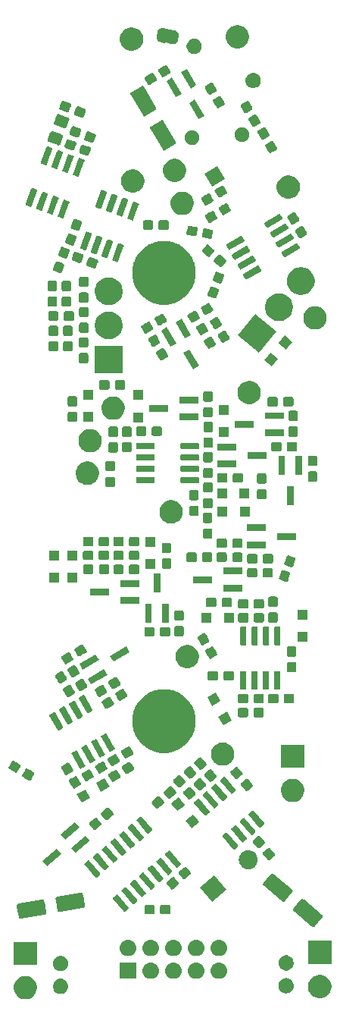
<source format=gbr>
G04 #@! TF.GenerationSoftware,KiCad,Pcbnew,(5.1.2-1)-1*
G04 #@! TF.CreationDate,2022-08-10T14:13:14-04:00*
G04 #@! TF.ProjectId,TR909 Snare Drum,54523930-3920-4536-9e61-726520447275,rev?*
G04 #@! TF.SameCoordinates,Original*
G04 #@! TF.FileFunction,Soldermask,Top*
G04 #@! TF.FilePolarity,Negative*
%FSLAX46Y46*%
G04 Gerber Fmt 4.6, Leading zero omitted, Abs format (unit mm)*
G04 Created by KiCad (PCBNEW (5.1.2-1)-1) date 2022-08-10 14:13:14*
%MOMM*%
%LPD*%
G04 APERTURE LIST*
%ADD10C,0.100000*%
G04 APERTURE END LIST*
D10*
G36*
X25009393Y-123999304D02*
G01*
X25246101Y-124097352D01*
X25246103Y-124097353D01*
X25459135Y-124239696D01*
X25640304Y-124420865D01*
X25782647Y-124633897D01*
X25782648Y-124633899D01*
X25880696Y-124870607D01*
X25930680Y-125121893D01*
X25930680Y-125378107D01*
X25880696Y-125629393D01*
X25797185Y-125831005D01*
X25782647Y-125866103D01*
X25640304Y-126079135D01*
X25459135Y-126260304D01*
X25246103Y-126402647D01*
X25246102Y-126402648D01*
X25246101Y-126402648D01*
X25009393Y-126500696D01*
X24758107Y-126550680D01*
X24501893Y-126550680D01*
X24250607Y-126500696D01*
X24013899Y-126402648D01*
X24013898Y-126402648D01*
X24013897Y-126402647D01*
X23800865Y-126260304D01*
X23619696Y-126079135D01*
X23477353Y-125866103D01*
X23462815Y-125831005D01*
X23379304Y-125629393D01*
X23329320Y-125378107D01*
X23329320Y-125121893D01*
X23379304Y-124870607D01*
X23477352Y-124633899D01*
X23477353Y-124633897D01*
X23619696Y-124420865D01*
X23800865Y-124239696D01*
X24013897Y-124097353D01*
X24013899Y-124097352D01*
X24250607Y-123999304D01*
X24501893Y-123949320D01*
X24758107Y-123949320D01*
X25009393Y-123999304D01*
X25009393Y-123999304D01*
G37*
G36*
X57929393Y-123889304D02*
G01*
X58166101Y-123987352D01*
X58166103Y-123987353D01*
X58379135Y-124129696D01*
X58560304Y-124310865D01*
X58696930Y-124515341D01*
X58702648Y-124523899D01*
X58800696Y-124760607D01*
X58850680Y-125011893D01*
X58850680Y-125268107D01*
X58800696Y-125519393D01*
X58715672Y-125724659D01*
X58702647Y-125756103D01*
X58560304Y-125969135D01*
X58379135Y-126150304D01*
X58166103Y-126292647D01*
X58166102Y-126292648D01*
X58166101Y-126292648D01*
X57929393Y-126390696D01*
X57678107Y-126440680D01*
X57421893Y-126440680D01*
X57170607Y-126390696D01*
X56933899Y-126292648D01*
X56933898Y-126292648D01*
X56933897Y-126292647D01*
X56720865Y-126150304D01*
X56539696Y-125969135D01*
X56397353Y-125756103D01*
X56384328Y-125724659D01*
X56299304Y-125519393D01*
X56249320Y-125268107D01*
X56249320Y-125011893D01*
X56299304Y-124760607D01*
X56397352Y-124523899D01*
X56403070Y-124515341D01*
X56539696Y-124310865D01*
X56720865Y-124129696D01*
X56933897Y-123987353D01*
X56933899Y-123987352D01*
X57170607Y-123889304D01*
X57421893Y-123839320D01*
X57678107Y-123839320D01*
X57929393Y-123889304D01*
X57929393Y-123889304D01*
G37*
G36*
X28726823Y-124281313D02*
G01*
X28887242Y-124329976D01*
X29019906Y-124400886D01*
X29035078Y-124408996D01*
X29164659Y-124515341D01*
X29271004Y-124644922D01*
X29271005Y-124644924D01*
X29350024Y-124792758D01*
X29398687Y-124953177D01*
X29415117Y-125120000D01*
X29398687Y-125286823D01*
X29350024Y-125447242D01*
X29279114Y-125579906D01*
X29271004Y-125595078D01*
X29164659Y-125724659D01*
X29035078Y-125831004D01*
X29035076Y-125831005D01*
X28887242Y-125910024D01*
X28726823Y-125958687D01*
X28601804Y-125971000D01*
X28518196Y-125971000D01*
X28393177Y-125958687D01*
X28232758Y-125910024D01*
X28084924Y-125831005D01*
X28084922Y-125831004D01*
X27955341Y-125724659D01*
X27848996Y-125595078D01*
X27840886Y-125579906D01*
X27769976Y-125447242D01*
X27721313Y-125286823D01*
X27704883Y-125120000D01*
X27721313Y-124953177D01*
X27769976Y-124792758D01*
X27848995Y-124644924D01*
X27848996Y-124644922D01*
X27955341Y-124515341D01*
X28084922Y-124408996D01*
X28100094Y-124400886D01*
X28232758Y-124329976D01*
X28393177Y-124281313D01*
X28518196Y-124269000D01*
X28601804Y-124269000D01*
X28726823Y-124281313D01*
X28726823Y-124281313D01*
G37*
G36*
X53946823Y-124211313D02*
G01*
X54107242Y-124259976D01*
X54202450Y-124310866D01*
X54255078Y-124338996D01*
X54384659Y-124445341D01*
X54491004Y-124574922D01*
X54491005Y-124574924D01*
X54570024Y-124722758D01*
X54618687Y-124883177D01*
X54635117Y-125050000D01*
X54618687Y-125216823D01*
X54570024Y-125377242D01*
X54532610Y-125447239D01*
X54491004Y-125525078D01*
X54384659Y-125654659D01*
X54255078Y-125761004D01*
X54255076Y-125761005D01*
X54107242Y-125840024D01*
X53946823Y-125888687D01*
X53821804Y-125901000D01*
X53738196Y-125901000D01*
X53613177Y-125888687D01*
X53452758Y-125840024D01*
X53304924Y-125761005D01*
X53304922Y-125761004D01*
X53175341Y-125654659D01*
X53068996Y-125525078D01*
X53027390Y-125447239D01*
X52989976Y-125377242D01*
X52941313Y-125216823D01*
X52924883Y-125050000D01*
X52941313Y-124883177D01*
X52989976Y-124722758D01*
X53068995Y-124574924D01*
X53068996Y-124574922D01*
X53175341Y-124445341D01*
X53304922Y-124338996D01*
X53357550Y-124310866D01*
X53452758Y-124259976D01*
X53613177Y-124211313D01*
X53738196Y-124199000D01*
X53821804Y-124199000D01*
X53946823Y-124211313D01*
X53946823Y-124211313D01*
G37*
G36*
X37024600Y-124284600D02*
G01*
X35195400Y-124284600D01*
X35195400Y-122455400D01*
X37024600Y-122455400D01*
X37024600Y-124284600D01*
X37024600Y-124284600D01*
G37*
G36*
X38829294Y-122468633D02*
G01*
X39001695Y-122520931D01*
X39160583Y-122605858D01*
X39299849Y-122720151D01*
X39414142Y-122859417D01*
X39499069Y-123018305D01*
X39551367Y-123190706D01*
X39569025Y-123370000D01*
X39551367Y-123549294D01*
X39499069Y-123721695D01*
X39414142Y-123880583D01*
X39299849Y-124019849D01*
X39160583Y-124134142D01*
X39001695Y-124219069D01*
X38829294Y-124271367D01*
X38694931Y-124284600D01*
X38605069Y-124284600D01*
X38470706Y-124271367D01*
X38298305Y-124219069D01*
X38139417Y-124134142D01*
X38000151Y-124019849D01*
X37885858Y-123880583D01*
X37800931Y-123721695D01*
X37748633Y-123549294D01*
X37730975Y-123370000D01*
X37748633Y-123190706D01*
X37800931Y-123018305D01*
X37885858Y-122859417D01*
X38000151Y-122720151D01*
X38139417Y-122605858D01*
X38298305Y-122520931D01*
X38470706Y-122468633D01*
X38605069Y-122455400D01*
X38694931Y-122455400D01*
X38829294Y-122468633D01*
X38829294Y-122468633D01*
G37*
G36*
X41369294Y-122468633D02*
G01*
X41541695Y-122520931D01*
X41700583Y-122605858D01*
X41839849Y-122720151D01*
X41954142Y-122859417D01*
X42039069Y-123018305D01*
X42091367Y-123190706D01*
X42109025Y-123370000D01*
X42091367Y-123549294D01*
X42039069Y-123721695D01*
X41954142Y-123880583D01*
X41839849Y-124019849D01*
X41700583Y-124134142D01*
X41541695Y-124219069D01*
X41369294Y-124271367D01*
X41234931Y-124284600D01*
X41145069Y-124284600D01*
X41010706Y-124271367D01*
X40838305Y-124219069D01*
X40679417Y-124134142D01*
X40540151Y-124019849D01*
X40425858Y-123880583D01*
X40340931Y-123721695D01*
X40288633Y-123549294D01*
X40270975Y-123370000D01*
X40288633Y-123190706D01*
X40340931Y-123018305D01*
X40425858Y-122859417D01*
X40540151Y-122720151D01*
X40679417Y-122605858D01*
X40838305Y-122520931D01*
X41010706Y-122468633D01*
X41145069Y-122455400D01*
X41234931Y-122455400D01*
X41369294Y-122468633D01*
X41369294Y-122468633D01*
G37*
G36*
X43909294Y-122468633D02*
G01*
X44081695Y-122520931D01*
X44240583Y-122605858D01*
X44379849Y-122720151D01*
X44494142Y-122859417D01*
X44579069Y-123018305D01*
X44631367Y-123190706D01*
X44649025Y-123370000D01*
X44631367Y-123549294D01*
X44579069Y-123721695D01*
X44494142Y-123880583D01*
X44379849Y-124019849D01*
X44240583Y-124134142D01*
X44081695Y-124219069D01*
X43909294Y-124271367D01*
X43774931Y-124284600D01*
X43685069Y-124284600D01*
X43550706Y-124271367D01*
X43378305Y-124219069D01*
X43219417Y-124134142D01*
X43080151Y-124019849D01*
X42965858Y-123880583D01*
X42880931Y-123721695D01*
X42828633Y-123549294D01*
X42810975Y-123370000D01*
X42828633Y-123190706D01*
X42880931Y-123018305D01*
X42965858Y-122859417D01*
X43080151Y-122720151D01*
X43219417Y-122605858D01*
X43378305Y-122520931D01*
X43550706Y-122468633D01*
X43685069Y-122455400D01*
X43774931Y-122455400D01*
X43909294Y-122468633D01*
X43909294Y-122468633D01*
G37*
G36*
X46449294Y-122468633D02*
G01*
X46621695Y-122520931D01*
X46780583Y-122605858D01*
X46919849Y-122720151D01*
X47034142Y-122859417D01*
X47119069Y-123018305D01*
X47171367Y-123190706D01*
X47189025Y-123370000D01*
X47171367Y-123549294D01*
X47119069Y-123721695D01*
X47034142Y-123880583D01*
X46919849Y-124019849D01*
X46780583Y-124134142D01*
X46621695Y-124219069D01*
X46449294Y-124271367D01*
X46314931Y-124284600D01*
X46225069Y-124284600D01*
X46090706Y-124271367D01*
X45918305Y-124219069D01*
X45759417Y-124134142D01*
X45620151Y-124019849D01*
X45505858Y-123880583D01*
X45420931Y-123721695D01*
X45368633Y-123549294D01*
X45350975Y-123370000D01*
X45368633Y-123190706D01*
X45420931Y-123018305D01*
X45505858Y-122859417D01*
X45620151Y-122720151D01*
X45759417Y-122605858D01*
X45918305Y-122520931D01*
X46090706Y-122468633D01*
X46225069Y-122455400D01*
X46314931Y-122455400D01*
X46449294Y-122468633D01*
X46449294Y-122468633D01*
G37*
G36*
X28808228Y-121761703D02*
G01*
X28963100Y-121825853D01*
X29102481Y-121918985D01*
X29221015Y-122037519D01*
X29314147Y-122176900D01*
X29378297Y-122331772D01*
X29411000Y-122496184D01*
X29411000Y-122663816D01*
X29378297Y-122828228D01*
X29314147Y-122983100D01*
X29221015Y-123122481D01*
X29102481Y-123241015D01*
X28963100Y-123334147D01*
X28808228Y-123398297D01*
X28643816Y-123431000D01*
X28476184Y-123431000D01*
X28311772Y-123398297D01*
X28156900Y-123334147D01*
X28017519Y-123241015D01*
X27898985Y-123122481D01*
X27805853Y-122983100D01*
X27741703Y-122828228D01*
X27709000Y-122663816D01*
X27709000Y-122496184D01*
X27741703Y-122331772D01*
X27805853Y-122176900D01*
X27898985Y-122037519D01*
X28017519Y-121918985D01*
X28156900Y-121825853D01*
X28311772Y-121761703D01*
X28476184Y-121729000D01*
X28643816Y-121729000D01*
X28808228Y-121761703D01*
X28808228Y-121761703D01*
G37*
G36*
X54028228Y-121691703D02*
G01*
X54183100Y-121755853D01*
X54322481Y-121848985D01*
X54441015Y-121967519D01*
X54534147Y-122106900D01*
X54598297Y-122261772D01*
X54631000Y-122426184D01*
X54631000Y-122593816D01*
X54598297Y-122758228D01*
X54534147Y-122913100D01*
X54441015Y-123052481D01*
X54322481Y-123171015D01*
X54183100Y-123264147D01*
X54028228Y-123328297D01*
X53863816Y-123361000D01*
X53696184Y-123361000D01*
X53531772Y-123328297D01*
X53376900Y-123264147D01*
X53237519Y-123171015D01*
X53118985Y-123052481D01*
X53025853Y-122913100D01*
X52961703Y-122758228D01*
X52929000Y-122593816D01*
X52929000Y-122426184D01*
X52961703Y-122261772D01*
X53025853Y-122106900D01*
X53118985Y-121967519D01*
X53237519Y-121848985D01*
X53376900Y-121755853D01*
X53531772Y-121691703D01*
X53696184Y-121659000D01*
X53863816Y-121659000D01*
X54028228Y-121691703D01*
X54028228Y-121691703D01*
G37*
G36*
X25930680Y-122740680D02*
G01*
X23329320Y-122740680D01*
X23329320Y-120139320D01*
X25930680Y-120139320D01*
X25930680Y-122740680D01*
X25930680Y-122740680D01*
G37*
G36*
X58850680Y-122630680D02*
G01*
X56249320Y-122630680D01*
X56249320Y-120029320D01*
X58850680Y-120029320D01*
X58850680Y-122630680D01*
X58850680Y-122630680D01*
G37*
G36*
X43909294Y-119928633D02*
G01*
X44081695Y-119980931D01*
X44240583Y-120065858D01*
X44379849Y-120180151D01*
X44494142Y-120319417D01*
X44579069Y-120478305D01*
X44631367Y-120650706D01*
X44649025Y-120830000D01*
X44631367Y-121009294D01*
X44579069Y-121181695D01*
X44494142Y-121340583D01*
X44379849Y-121479849D01*
X44240583Y-121594142D01*
X44081695Y-121679069D01*
X43909294Y-121731367D01*
X43774931Y-121744600D01*
X43685069Y-121744600D01*
X43550706Y-121731367D01*
X43378305Y-121679069D01*
X43219417Y-121594142D01*
X43080151Y-121479849D01*
X42965858Y-121340583D01*
X42880931Y-121181695D01*
X42828633Y-121009294D01*
X42810975Y-120830000D01*
X42828633Y-120650706D01*
X42880931Y-120478305D01*
X42965858Y-120319417D01*
X43080151Y-120180151D01*
X43219417Y-120065858D01*
X43378305Y-119980931D01*
X43550706Y-119928633D01*
X43685069Y-119915400D01*
X43774931Y-119915400D01*
X43909294Y-119928633D01*
X43909294Y-119928633D01*
G37*
G36*
X38829294Y-119928633D02*
G01*
X39001695Y-119980931D01*
X39160583Y-120065858D01*
X39299849Y-120180151D01*
X39414142Y-120319417D01*
X39499069Y-120478305D01*
X39551367Y-120650706D01*
X39569025Y-120830000D01*
X39551367Y-121009294D01*
X39499069Y-121181695D01*
X39414142Y-121340583D01*
X39299849Y-121479849D01*
X39160583Y-121594142D01*
X39001695Y-121679069D01*
X38829294Y-121731367D01*
X38694931Y-121744600D01*
X38605069Y-121744600D01*
X38470706Y-121731367D01*
X38298305Y-121679069D01*
X38139417Y-121594142D01*
X38000151Y-121479849D01*
X37885858Y-121340583D01*
X37800931Y-121181695D01*
X37748633Y-121009294D01*
X37730975Y-120830000D01*
X37748633Y-120650706D01*
X37800931Y-120478305D01*
X37885858Y-120319417D01*
X38000151Y-120180151D01*
X38139417Y-120065858D01*
X38298305Y-119980931D01*
X38470706Y-119928633D01*
X38605069Y-119915400D01*
X38694931Y-119915400D01*
X38829294Y-119928633D01*
X38829294Y-119928633D01*
G37*
G36*
X46449294Y-119928633D02*
G01*
X46621695Y-119980931D01*
X46780583Y-120065858D01*
X46919849Y-120180151D01*
X47034142Y-120319417D01*
X47119069Y-120478305D01*
X47171367Y-120650706D01*
X47189025Y-120830000D01*
X47171367Y-121009294D01*
X47119069Y-121181695D01*
X47034142Y-121340583D01*
X46919849Y-121479849D01*
X46780583Y-121594142D01*
X46621695Y-121679069D01*
X46449294Y-121731367D01*
X46314931Y-121744600D01*
X46225069Y-121744600D01*
X46090706Y-121731367D01*
X45918305Y-121679069D01*
X45759417Y-121594142D01*
X45620151Y-121479849D01*
X45505858Y-121340583D01*
X45420931Y-121181695D01*
X45368633Y-121009294D01*
X45350975Y-120830000D01*
X45368633Y-120650706D01*
X45420931Y-120478305D01*
X45505858Y-120319417D01*
X45620151Y-120180151D01*
X45759417Y-120065858D01*
X45918305Y-119980931D01*
X46090706Y-119928633D01*
X46225069Y-119915400D01*
X46314931Y-119915400D01*
X46449294Y-119928633D01*
X46449294Y-119928633D01*
G37*
G36*
X41369294Y-119928633D02*
G01*
X41541695Y-119980931D01*
X41700583Y-120065858D01*
X41839849Y-120180151D01*
X41954142Y-120319417D01*
X42039069Y-120478305D01*
X42091367Y-120650706D01*
X42109025Y-120830000D01*
X42091367Y-121009294D01*
X42039069Y-121181695D01*
X41954142Y-121340583D01*
X41839849Y-121479849D01*
X41700583Y-121594142D01*
X41541695Y-121679069D01*
X41369294Y-121731367D01*
X41234931Y-121744600D01*
X41145069Y-121744600D01*
X41010706Y-121731367D01*
X40838305Y-121679069D01*
X40679417Y-121594142D01*
X40540151Y-121479849D01*
X40425858Y-121340583D01*
X40340931Y-121181695D01*
X40288633Y-121009294D01*
X40270975Y-120830000D01*
X40288633Y-120650706D01*
X40340931Y-120478305D01*
X40425858Y-120319417D01*
X40540151Y-120180151D01*
X40679417Y-120065858D01*
X40838305Y-119980931D01*
X41010706Y-119928633D01*
X41145069Y-119915400D01*
X41234931Y-119915400D01*
X41369294Y-119928633D01*
X41369294Y-119928633D01*
G37*
G36*
X36289294Y-119928633D02*
G01*
X36461695Y-119980931D01*
X36620583Y-120065858D01*
X36759849Y-120180151D01*
X36874142Y-120319417D01*
X36959069Y-120478305D01*
X37011367Y-120650706D01*
X37029025Y-120830000D01*
X37011367Y-121009294D01*
X36959069Y-121181695D01*
X36874142Y-121340583D01*
X36759849Y-121479849D01*
X36620583Y-121594142D01*
X36461695Y-121679069D01*
X36289294Y-121731367D01*
X36154931Y-121744600D01*
X36065069Y-121744600D01*
X35930706Y-121731367D01*
X35758305Y-121679069D01*
X35599417Y-121594142D01*
X35460151Y-121479849D01*
X35345858Y-121340583D01*
X35260931Y-121181695D01*
X35208633Y-121009294D01*
X35190975Y-120830000D01*
X35208633Y-120650706D01*
X35260931Y-120478305D01*
X35345858Y-120319417D01*
X35460151Y-120180151D01*
X35599417Y-120065858D01*
X35758305Y-119980931D01*
X35930706Y-119928633D01*
X36065069Y-119915400D01*
X36154931Y-119915400D01*
X36289294Y-119928633D01*
X36289294Y-119928633D01*
G37*
G36*
X55635895Y-115350527D02*
G01*
X55670309Y-115357763D01*
X55702645Y-115371572D01*
X55736770Y-115394916D01*
X55797895Y-115446206D01*
X57766726Y-117098251D01*
X57766733Y-117098258D01*
X57827853Y-117149544D01*
X57856762Y-117179091D01*
X57875981Y-117208544D01*
X57889083Y-117241179D01*
X57895567Y-117275742D01*
X57895183Y-117310912D01*
X57887947Y-117345326D01*
X57874138Y-117377662D01*
X57850794Y-117411787D01*
X57799509Y-117472906D01*
X57799505Y-117472912D01*
X57047362Y-118369281D01*
X57047359Y-118369284D01*
X56996069Y-118430409D01*
X56966522Y-118459318D01*
X56937070Y-118478536D01*
X56904433Y-118491639D01*
X56869871Y-118498123D01*
X56834701Y-118497739D01*
X56800287Y-118490503D01*
X56767951Y-118476694D01*
X56733826Y-118453350D01*
X56633637Y-118369281D01*
X54703870Y-116750015D01*
X54703863Y-116750008D01*
X54642743Y-116698722D01*
X54613834Y-116669175D01*
X54594615Y-116639722D01*
X54581513Y-116607087D01*
X54575029Y-116572524D01*
X54575413Y-116537354D01*
X54582649Y-116502940D01*
X54596458Y-116470604D01*
X54619802Y-116436479D01*
X54671087Y-116375360D01*
X54671091Y-116375354D01*
X55423234Y-115478985D01*
X55423237Y-115478982D01*
X55474527Y-115417857D01*
X55504074Y-115388948D01*
X55533526Y-115369730D01*
X55566163Y-115356627D01*
X55600725Y-115350143D01*
X55635895Y-115350527D01*
X55635895Y-115350527D01*
G37*
G36*
X26595902Y-115418005D02*
G01*
X26629330Y-115428947D01*
X26659974Y-115446196D01*
X26686663Y-115469092D01*
X26708380Y-115496763D01*
X26724273Y-115528124D01*
X26735409Y-115567941D01*
X26762341Y-115720682D01*
X26952455Y-116798873D01*
X26952456Y-116798883D01*
X26966310Y-116877455D01*
X26969464Y-116918676D01*
X26965255Y-116953587D01*
X26954315Y-116987009D01*
X26937062Y-117017659D01*
X26914167Y-117044347D01*
X26886500Y-117066061D01*
X26855130Y-117081958D01*
X26815323Y-117093091D01*
X26736748Y-117106946D01*
X26736737Y-117106949D01*
X24205657Y-117553246D01*
X24205656Y-117553246D01*
X24127075Y-117567102D01*
X24085853Y-117570256D01*
X24050944Y-117566047D01*
X24017516Y-117555105D01*
X23986872Y-117537856D01*
X23960183Y-117514960D01*
X23938466Y-117487289D01*
X23922573Y-117455928D01*
X23911437Y-117416111D01*
X23852517Y-117081958D01*
X23694391Y-116185179D01*
X23694390Y-116185169D01*
X23680536Y-116106597D01*
X23677382Y-116065376D01*
X23681591Y-116030465D01*
X23692531Y-115997043D01*
X23709784Y-115966393D01*
X23732679Y-115939705D01*
X23760346Y-115917991D01*
X23791716Y-115902094D01*
X23831523Y-115890961D01*
X23910098Y-115877106D01*
X23910109Y-115877103D01*
X26441189Y-115430806D01*
X26441190Y-115430806D01*
X26519771Y-115416950D01*
X26560993Y-115413796D01*
X26595902Y-115418005D01*
X26595902Y-115418005D01*
G37*
G36*
X40687268Y-116017713D02*
G01*
X40724764Y-116029088D01*
X40759323Y-116047560D01*
X40789616Y-116072421D01*
X40814477Y-116102714D01*
X40832949Y-116137273D01*
X40844324Y-116174769D01*
X40848769Y-116219906D01*
X40848769Y-116858630D01*
X40844324Y-116903767D01*
X40832949Y-116941263D01*
X40814477Y-116975822D01*
X40789616Y-117006115D01*
X40759323Y-117030976D01*
X40724764Y-117049448D01*
X40687268Y-117060823D01*
X40642131Y-117065268D01*
X39903407Y-117065268D01*
X39858270Y-117060823D01*
X39820774Y-117049448D01*
X39786215Y-117030976D01*
X39755922Y-117006115D01*
X39731061Y-116975822D01*
X39712589Y-116941263D01*
X39701214Y-116903767D01*
X39696769Y-116858630D01*
X39696769Y-116219906D01*
X39701214Y-116174769D01*
X39712589Y-116137273D01*
X39731061Y-116102714D01*
X39755922Y-116072421D01*
X39786215Y-116047560D01*
X39820774Y-116029088D01*
X39858270Y-116017713D01*
X39903407Y-116013268D01*
X40642131Y-116013268D01*
X40687268Y-116017713D01*
X40687268Y-116017713D01*
G37*
G36*
X38937268Y-116017713D02*
G01*
X38974764Y-116029088D01*
X39009323Y-116047560D01*
X39039616Y-116072421D01*
X39064477Y-116102714D01*
X39082949Y-116137273D01*
X39094324Y-116174769D01*
X39098769Y-116219906D01*
X39098769Y-116858630D01*
X39094324Y-116903767D01*
X39082949Y-116941263D01*
X39064477Y-116975822D01*
X39039616Y-117006115D01*
X39009323Y-117030976D01*
X38974764Y-117049448D01*
X38937268Y-117060823D01*
X38892131Y-117065268D01*
X38153407Y-117065268D01*
X38108270Y-117060823D01*
X38070774Y-117049448D01*
X38036215Y-117030976D01*
X38005922Y-117006115D01*
X37981061Y-116975822D01*
X37962589Y-116941263D01*
X37951214Y-116903767D01*
X37946769Y-116858630D01*
X37946769Y-116219906D01*
X37951214Y-116174769D01*
X37962589Y-116137273D01*
X37981061Y-116102714D01*
X38005922Y-116072421D01*
X38036215Y-116047560D01*
X38070774Y-116029088D01*
X38108270Y-116017713D01*
X38153407Y-116013268D01*
X38892131Y-116013268D01*
X38937268Y-116017713D01*
X38937268Y-116017713D01*
G37*
G36*
X30929056Y-114653953D02*
G01*
X30962484Y-114664895D01*
X30993128Y-114682144D01*
X31019817Y-114705040D01*
X31041534Y-114732711D01*
X31057427Y-114764072D01*
X31068563Y-114803889D01*
X31092409Y-114939127D01*
X31285609Y-116034821D01*
X31285610Y-116034831D01*
X31299464Y-116113403D01*
X31302618Y-116154624D01*
X31298409Y-116189535D01*
X31287469Y-116222957D01*
X31270216Y-116253607D01*
X31247321Y-116280295D01*
X31219654Y-116302009D01*
X31188284Y-116317906D01*
X31148477Y-116329039D01*
X31069902Y-116342894D01*
X31069891Y-116342897D01*
X28538811Y-116789194D01*
X28538810Y-116789194D01*
X28460229Y-116803050D01*
X28419007Y-116806204D01*
X28384098Y-116801995D01*
X28350670Y-116791053D01*
X28320026Y-116773804D01*
X28293337Y-116750908D01*
X28271620Y-116723237D01*
X28255727Y-116691876D01*
X28244591Y-116652059D01*
X28184034Y-116308622D01*
X28027545Y-115421127D01*
X28027544Y-115421117D01*
X28013690Y-115342545D01*
X28010536Y-115301324D01*
X28014745Y-115266413D01*
X28025685Y-115232991D01*
X28042938Y-115202341D01*
X28065833Y-115175653D01*
X28093500Y-115153939D01*
X28124870Y-115138042D01*
X28164677Y-115126909D01*
X28243252Y-115113054D01*
X28243263Y-115113051D01*
X30774343Y-114666754D01*
X30774344Y-114666754D01*
X30852925Y-114652898D01*
X30894147Y-114649744D01*
X30929056Y-114653953D01*
X30929056Y-114653953D01*
G37*
G36*
X34922203Y-114855979D02*
G01*
X34942647Y-114864187D01*
X34961102Y-114876229D01*
X34981261Y-114895952D01*
X36147096Y-116285340D01*
X36163023Y-116308622D01*
X36171676Y-116328884D01*
X36176208Y-116350440D01*
X36176449Y-116372481D01*
X36172387Y-116394133D01*
X36164179Y-116414577D01*
X36152137Y-116433032D01*
X36132414Y-116453191D01*
X35777186Y-116751262D01*
X35753904Y-116767189D01*
X35733642Y-116775842D01*
X35712086Y-116780374D01*
X35690045Y-116780615D01*
X35668393Y-116776553D01*
X35647949Y-116768345D01*
X35629494Y-116756303D01*
X35609335Y-116736580D01*
X34443500Y-115347192D01*
X34427573Y-115323910D01*
X34418920Y-115303648D01*
X34414388Y-115282092D01*
X34414147Y-115260051D01*
X34418209Y-115238399D01*
X34426417Y-115217955D01*
X34438459Y-115199500D01*
X34458182Y-115179341D01*
X34813410Y-114881270D01*
X34836692Y-114865343D01*
X34856954Y-114856690D01*
X34878510Y-114852158D01*
X34900551Y-114851917D01*
X34922203Y-114855979D01*
X34922203Y-114855979D01*
G37*
G36*
X35895079Y-114039639D02*
G01*
X35915523Y-114047847D01*
X35933978Y-114059889D01*
X35954137Y-114079612D01*
X37119972Y-115469000D01*
X37135899Y-115492282D01*
X37144552Y-115512544D01*
X37149084Y-115534100D01*
X37149325Y-115556141D01*
X37145263Y-115577793D01*
X37137055Y-115598237D01*
X37125013Y-115616692D01*
X37105290Y-115636851D01*
X36750062Y-115934922D01*
X36726780Y-115950849D01*
X36706518Y-115959502D01*
X36684962Y-115964034D01*
X36662921Y-115964275D01*
X36641269Y-115960213D01*
X36620825Y-115952005D01*
X36602370Y-115939963D01*
X36582211Y-115920240D01*
X35416376Y-114530852D01*
X35400449Y-114507570D01*
X35391796Y-114487308D01*
X35387264Y-114465752D01*
X35387023Y-114443711D01*
X35391085Y-114422059D01*
X35399293Y-114401615D01*
X35411335Y-114383160D01*
X35431058Y-114363001D01*
X35786286Y-114064930D01*
X35809568Y-114049003D01*
X35829830Y-114040350D01*
X35851386Y-114035818D01*
X35873427Y-114035577D01*
X35895079Y-114039639D01*
X35895079Y-114039639D01*
G37*
G36*
X47150682Y-114369543D02*
G01*
X45540457Y-115720682D01*
X44189318Y-114110457D01*
X45799543Y-112759318D01*
X47150682Y-114369543D01*
X47150682Y-114369543D01*
G37*
G36*
X52265299Y-112522261D02*
G01*
X52299713Y-112529497D01*
X52332049Y-112543306D01*
X52366174Y-112566650D01*
X52427299Y-112617940D01*
X54396130Y-114269985D01*
X54396137Y-114269992D01*
X54457257Y-114321278D01*
X54486166Y-114350825D01*
X54505385Y-114380278D01*
X54518487Y-114412913D01*
X54524971Y-114447476D01*
X54524587Y-114482646D01*
X54517351Y-114517060D01*
X54503542Y-114549396D01*
X54480198Y-114583521D01*
X54428913Y-114644640D01*
X54428909Y-114644646D01*
X53676766Y-115541015D01*
X53676763Y-115541018D01*
X53625473Y-115602143D01*
X53595926Y-115631052D01*
X53566474Y-115650270D01*
X53533837Y-115663373D01*
X53499275Y-115669857D01*
X53464105Y-115669473D01*
X53429691Y-115662237D01*
X53397355Y-115648428D01*
X53363230Y-115625084D01*
X53159607Y-115454224D01*
X51333274Y-113921749D01*
X51333267Y-113921742D01*
X51272147Y-113870456D01*
X51243238Y-113840909D01*
X51224019Y-113811456D01*
X51210917Y-113778821D01*
X51204433Y-113744258D01*
X51204817Y-113709088D01*
X51212053Y-113674674D01*
X51225862Y-113642338D01*
X51249206Y-113608213D01*
X51300491Y-113547094D01*
X51300495Y-113547088D01*
X52052638Y-112650719D01*
X52052641Y-112650716D01*
X52103931Y-112589591D01*
X52133478Y-112560682D01*
X52162930Y-112541464D01*
X52195567Y-112528361D01*
X52230129Y-112521877D01*
X52265299Y-112522261D01*
X52265299Y-112522261D01*
G37*
G36*
X36867956Y-113223298D02*
G01*
X36888400Y-113231506D01*
X36906855Y-113243548D01*
X36927014Y-113263271D01*
X38092849Y-114652659D01*
X38108776Y-114675941D01*
X38117429Y-114696203D01*
X38121961Y-114717759D01*
X38122202Y-114739800D01*
X38118140Y-114761452D01*
X38109932Y-114781896D01*
X38097890Y-114800351D01*
X38078167Y-114820510D01*
X37722939Y-115118581D01*
X37699657Y-115134508D01*
X37679395Y-115143161D01*
X37657839Y-115147693D01*
X37635798Y-115147934D01*
X37614146Y-115143872D01*
X37593702Y-115135664D01*
X37575247Y-115123622D01*
X37555088Y-115103899D01*
X36389253Y-113714511D01*
X36373326Y-113691229D01*
X36364673Y-113670967D01*
X36360141Y-113649411D01*
X36359900Y-113627370D01*
X36363962Y-113605718D01*
X36372170Y-113585274D01*
X36384212Y-113566819D01*
X36403935Y-113546660D01*
X36759163Y-113248589D01*
X36782445Y-113232662D01*
X36802707Y-113224009D01*
X36824263Y-113219477D01*
X36846304Y-113219236D01*
X36867956Y-113223298D01*
X36867956Y-113223298D01*
G37*
G36*
X37840832Y-112406958D02*
G01*
X37861276Y-112415166D01*
X37879731Y-112427208D01*
X37899890Y-112446931D01*
X39065725Y-113836319D01*
X39081652Y-113859601D01*
X39090305Y-113879863D01*
X39094837Y-113901419D01*
X39095078Y-113923460D01*
X39091016Y-113945112D01*
X39082808Y-113965556D01*
X39070766Y-113984011D01*
X39051043Y-114004170D01*
X38695815Y-114302241D01*
X38672533Y-114318168D01*
X38652271Y-114326821D01*
X38630715Y-114331353D01*
X38608674Y-114331594D01*
X38587022Y-114327532D01*
X38566578Y-114319324D01*
X38548123Y-114307282D01*
X38527964Y-114287559D01*
X37362129Y-112898171D01*
X37346202Y-112874889D01*
X37337549Y-112854627D01*
X37333017Y-112833071D01*
X37332776Y-112811030D01*
X37336838Y-112789378D01*
X37345046Y-112768934D01*
X37357088Y-112750479D01*
X37376811Y-112730320D01*
X37732039Y-112432249D01*
X37755321Y-112416322D01*
X37775583Y-112407669D01*
X37797139Y-112403137D01*
X37819180Y-112402896D01*
X37840832Y-112406958D01*
X37840832Y-112406958D01*
G37*
G36*
X41231180Y-112927670D02*
G01*
X41267543Y-112942270D01*
X41300362Y-112963684D01*
X41332780Y-112995403D01*
X41369004Y-113038573D01*
X41369009Y-113038578D01*
X41707115Y-113441517D01*
X41707118Y-113441521D01*
X41743340Y-113484689D01*
X41768953Y-113522131D01*
X41784340Y-113558162D01*
X41792403Y-113596509D01*
X41792831Y-113635698D01*
X41785606Y-113674212D01*
X41771006Y-113710576D01*
X41749593Y-113743392D01*
X41717872Y-113775813D01*
X41151983Y-114250650D01*
X41114544Y-114276261D01*
X41078506Y-114291651D01*
X41040163Y-114299713D01*
X41000974Y-114300141D01*
X40962460Y-114292916D01*
X40926097Y-114278316D01*
X40893278Y-114256902D01*
X40860860Y-114225183D01*
X40824636Y-114182013D01*
X40824631Y-114182008D01*
X40486525Y-113779069D01*
X40486522Y-113779065D01*
X40450300Y-113735897D01*
X40424687Y-113698455D01*
X40409300Y-113662424D01*
X40401237Y-113624077D01*
X40400809Y-113584888D01*
X40408034Y-113546374D01*
X40422634Y-113510010D01*
X40444047Y-113477194D01*
X40475768Y-113444773D01*
X41041657Y-112969936D01*
X41079096Y-112944325D01*
X41115134Y-112928935D01*
X41153477Y-112920873D01*
X41192666Y-112920445D01*
X41231180Y-112927670D01*
X41231180Y-112927670D01*
G37*
G36*
X38813709Y-111590618D02*
G01*
X38834153Y-111598826D01*
X38852608Y-111610868D01*
X38872767Y-111630591D01*
X40038602Y-113019979D01*
X40054529Y-113043261D01*
X40063182Y-113063523D01*
X40067714Y-113085079D01*
X40067955Y-113107120D01*
X40063893Y-113128772D01*
X40055685Y-113149216D01*
X40043643Y-113167671D01*
X40023920Y-113187830D01*
X39668692Y-113485901D01*
X39645410Y-113501828D01*
X39625148Y-113510481D01*
X39603592Y-113515013D01*
X39581551Y-113515254D01*
X39559899Y-113511192D01*
X39539455Y-113502984D01*
X39521000Y-113490942D01*
X39500841Y-113471219D01*
X38335006Y-112081831D01*
X38319079Y-112058549D01*
X38310426Y-112038287D01*
X38305894Y-112016731D01*
X38305653Y-111994690D01*
X38309715Y-111973038D01*
X38317923Y-111952594D01*
X38329965Y-111934139D01*
X38349688Y-111913980D01*
X38704916Y-111615909D01*
X38728198Y-111599982D01*
X38748460Y-111591329D01*
X38770016Y-111586797D01*
X38792057Y-111586556D01*
X38813709Y-111590618D01*
X38813709Y-111590618D01*
G37*
G36*
X42571758Y-111802792D02*
G01*
X42608121Y-111817392D01*
X42640940Y-111838806D01*
X42673358Y-111870525D01*
X42709582Y-111913695D01*
X42709587Y-111913700D01*
X43047693Y-112316639D01*
X43047696Y-112316643D01*
X43083918Y-112359811D01*
X43109531Y-112397253D01*
X43124918Y-112433284D01*
X43132981Y-112471631D01*
X43133409Y-112510820D01*
X43126184Y-112549334D01*
X43111584Y-112585698D01*
X43090171Y-112618514D01*
X43058450Y-112650935D01*
X42492561Y-113125772D01*
X42455122Y-113151383D01*
X42419084Y-113166773D01*
X42380741Y-113174835D01*
X42341552Y-113175263D01*
X42303038Y-113168038D01*
X42266675Y-113153438D01*
X42233856Y-113132024D01*
X42201438Y-113100305D01*
X42165214Y-113057135D01*
X42165209Y-113057130D01*
X41827103Y-112654191D01*
X41827100Y-112654187D01*
X41790878Y-112611019D01*
X41765265Y-112573577D01*
X41749878Y-112537546D01*
X41741815Y-112499199D01*
X41741387Y-112460010D01*
X41748612Y-112421496D01*
X41763212Y-112385132D01*
X41784625Y-112352316D01*
X41816346Y-112319895D01*
X42382235Y-111845058D01*
X42419674Y-111819447D01*
X42455712Y-111804057D01*
X42494055Y-111795995D01*
X42533244Y-111795567D01*
X42571758Y-111802792D01*
X42571758Y-111802792D01*
G37*
G36*
X31740404Y-111064059D02*
G01*
X31760848Y-111072267D01*
X31779303Y-111084309D01*
X31799462Y-111104032D01*
X32965297Y-112493420D01*
X32981224Y-112516702D01*
X32989877Y-112536964D01*
X32994409Y-112558520D01*
X32994650Y-112580561D01*
X32990588Y-112602213D01*
X32982380Y-112622657D01*
X32970338Y-112641112D01*
X32950615Y-112661271D01*
X32595387Y-112959342D01*
X32572105Y-112975269D01*
X32551843Y-112983922D01*
X32530287Y-112988454D01*
X32508246Y-112988695D01*
X32486594Y-112984633D01*
X32466150Y-112976425D01*
X32447695Y-112964383D01*
X32427536Y-112944660D01*
X31261701Y-111555272D01*
X31245774Y-111531990D01*
X31237121Y-111511728D01*
X31232589Y-111490172D01*
X31232348Y-111468131D01*
X31236410Y-111446479D01*
X31244618Y-111426035D01*
X31256660Y-111407580D01*
X31276383Y-111387421D01*
X31631611Y-111089350D01*
X31654893Y-111073423D01*
X31675155Y-111064770D01*
X31696711Y-111060238D01*
X31718752Y-111059997D01*
X31740404Y-111064059D01*
X31740404Y-111064059D01*
G37*
G36*
X39786585Y-110774277D02*
G01*
X39807029Y-110782485D01*
X39825484Y-110794527D01*
X39845643Y-110814250D01*
X41011478Y-112203638D01*
X41027405Y-112226920D01*
X41036058Y-112247182D01*
X41040590Y-112268738D01*
X41040831Y-112290779D01*
X41036769Y-112312431D01*
X41028561Y-112332875D01*
X41016519Y-112351330D01*
X40996796Y-112371489D01*
X40641568Y-112669560D01*
X40618286Y-112685487D01*
X40598024Y-112694140D01*
X40576468Y-112698672D01*
X40554427Y-112698913D01*
X40532775Y-112694851D01*
X40512331Y-112686643D01*
X40493876Y-112674601D01*
X40473717Y-112654878D01*
X39307882Y-111265490D01*
X39291955Y-111242208D01*
X39283302Y-111221946D01*
X39278770Y-111200390D01*
X39278529Y-111178349D01*
X39282591Y-111156697D01*
X39290799Y-111136253D01*
X39302841Y-111117798D01*
X39322564Y-111097639D01*
X39677792Y-110799568D01*
X39701074Y-110783641D01*
X39721336Y-110774988D01*
X39742892Y-110770456D01*
X39764933Y-110770215D01*
X39786585Y-110774277D01*
X39786585Y-110774277D01*
G37*
G36*
X32713281Y-110247719D02*
G01*
X32733725Y-110255927D01*
X32752180Y-110267969D01*
X32772339Y-110287692D01*
X33938174Y-111677080D01*
X33954101Y-111700362D01*
X33962754Y-111720624D01*
X33967286Y-111742180D01*
X33967527Y-111764221D01*
X33963465Y-111785873D01*
X33955257Y-111806317D01*
X33943215Y-111824772D01*
X33923492Y-111844931D01*
X33568264Y-112143002D01*
X33544982Y-112158929D01*
X33524720Y-112167582D01*
X33503164Y-112172114D01*
X33481123Y-112172355D01*
X33459471Y-112168293D01*
X33439027Y-112160085D01*
X33420572Y-112148043D01*
X33400413Y-112128320D01*
X32234578Y-110738932D01*
X32218651Y-110715650D01*
X32209998Y-110695388D01*
X32205466Y-110673832D01*
X32205225Y-110651791D01*
X32209287Y-110630139D01*
X32217495Y-110609695D01*
X32229537Y-110591240D01*
X32249260Y-110571081D01*
X32604488Y-110273010D01*
X32627770Y-110257083D01*
X32648032Y-110248430D01*
X32669588Y-110243898D01*
X32691629Y-110243657D01*
X32713281Y-110247719D01*
X32713281Y-110247719D01*
G37*
G36*
X49664603Y-109928708D02*
G01*
X49767538Y-109938846D01*
X49965652Y-109998944D01*
X49965655Y-109998945D01*
X50023049Y-110029623D01*
X50148235Y-110096536D01*
X50308271Y-110227874D01*
X50439609Y-110387910D01*
X50480240Y-110463926D01*
X50537200Y-110570490D01*
X50537201Y-110570493D01*
X50597299Y-110768607D01*
X50617591Y-110974639D01*
X50597299Y-111180671D01*
X50539101Y-111372522D01*
X50537200Y-111378788D01*
X50511946Y-111426035D01*
X50439609Y-111561368D01*
X50308271Y-111721404D01*
X50148235Y-111852742D01*
X50062481Y-111898578D01*
X49965655Y-111950333D01*
X49965652Y-111950334D01*
X49767538Y-112010432D01*
X49664603Y-112020570D01*
X49613137Y-112025639D01*
X49509875Y-112025639D01*
X49458409Y-112020570D01*
X49355474Y-112010432D01*
X49157360Y-111950334D01*
X49157357Y-111950333D01*
X49060531Y-111898578D01*
X48974777Y-111852742D01*
X48814741Y-111721404D01*
X48683403Y-111561368D01*
X48611066Y-111426035D01*
X48585812Y-111378788D01*
X48583911Y-111372522D01*
X48525713Y-111180671D01*
X48505421Y-110974639D01*
X48525713Y-110768607D01*
X48585811Y-110570493D01*
X48585812Y-110570490D01*
X48642772Y-110463926D01*
X48683403Y-110387910D01*
X48814741Y-110227874D01*
X48974777Y-110096536D01*
X49099963Y-110029623D01*
X49157357Y-109998945D01*
X49157360Y-109998944D01*
X49355474Y-109938846D01*
X49458409Y-109928708D01*
X49509875Y-109923639D01*
X49613137Y-109923639D01*
X49664603Y-109928708D01*
X49664603Y-109928708D01*
G37*
G36*
X40759462Y-109957937D02*
G01*
X40779906Y-109966145D01*
X40798361Y-109978187D01*
X40818520Y-109997910D01*
X41984355Y-111387298D01*
X42000282Y-111410580D01*
X42008935Y-111430842D01*
X42013467Y-111452398D01*
X42013708Y-111474439D01*
X42009646Y-111496091D01*
X42001438Y-111516535D01*
X41989396Y-111534990D01*
X41969673Y-111555149D01*
X41614445Y-111853220D01*
X41591163Y-111869147D01*
X41570901Y-111877800D01*
X41549345Y-111882332D01*
X41527304Y-111882573D01*
X41505652Y-111878511D01*
X41485208Y-111870303D01*
X41466753Y-111858261D01*
X41446594Y-111838538D01*
X40280759Y-110449150D01*
X40264832Y-110425868D01*
X40256179Y-110405606D01*
X40251647Y-110384050D01*
X40251406Y-110362009D01*
X40255468Y-110340357D01*
X40263676Y-110319913D01*
X40275718Y-110301458D01*
X40295441Y-110281299D01*
X40650669Y-109983228D01*
X40673951Y-109967301D01*
X40694213Y-109958648D01*
X40715769Y-109954116D01*
X40737810Y-109953875D01*
X40759462Y-109957937D01*
X40759462Y-109957937D01*
G37*
G36*
X28647577Y-110338539D02*
G01*
X27037351Y-111689678D01*
X26553975Y-111113613D01*
X28164201Y-109762474D01*
X28647577Y-110338539D01*
X28647577Y-110338539D01*
G37*
G36*
X33686157Y-109431378D02*
G01*
X33706601Y-109439586D01*
X33725056Y-109451628D01*
X33745215Y-109471351D01*
X34911050Y-110860739D01*
X34926977Y-110884021D01*
X34935630Y-110904283D01*
X34940162Y-110925839D01*
X34940403Y-110947880D01*
X34936341Y-110969532D01*
X34928133Y-110989976D01*
X34916091Y-111008431D01*
X34896368Y-111028590D01*
X34541140Y-111326661D01*
X34517858Y-111342588D01*
X34497596Y-111351241D01*
X34476040Y-111355773D01*
X34453999Y-111356014D01*
X34432347Y-111351952D01*
X34411903Y-111343744D01*
X34393448Y-111331702D01*
X34373289Y-111311979D01*
X33207454Y-109922591D01*
X33191527Y-109899309D01*
X33182874Y-109879047D01*
X33178342Y-109857491D01*
X33178101Y-109835450D01*
X33182163Y-109813798D01*
X33190371Y-109793354D01*
X33202413Y-109774899D01*
X33222136Y-109754740D01*
X33577364Y-109456669D01*
X33600646Y-109440742D01*
X33620908Y-109432089D01*
X33642464Y-109427557D01*
X33664505Y-109427316D01*
X33686157Y-109431378D01*
X33686157Y-109431378D01*
G37*
G36*
X51930127Y-109655830D02*
G01*
X51966491Y-109670430D01*
X51999307Y-109691843D01*
X52031728Y-109723564D01*
X52506565Y-110289453D01*
X52532176Y-110326892D01*
X52547566Y-110362930D01*
X52555628Y-110401273D01*
X52556056Y-110440462D01*
X52548831Y-110478976D01*
X52534231Y-110515339D01*
X52512817Y-110548158D01*
X52481098Y-110580576D01*
X52437928Y-110616800D01*
X52437923Y-110616805D01*
X52034984Y-110954911D01*
X52034980Y-110954914D01*
X51991812Y-110991136D01*
X51954370Y-111016749D01*
X51918339Y-111032136D01*
X51879992Y-111040199D01*
X51840803Y-111040627D01*
X51802289Y-111033402D01*
X51765925Y-111018802D01*
X51733109Y-110997389D01*
X51700688Y-110965668D01*
X51225851Y-110399779D01*
X51200240Y-110362340D01*
X51184850Y-110326302D01*
X51176788Y-110287959D01*
X51176360Y-110248770D01*
X51183585Y-110210256D01*
X51198185Y-110173893D01*
X51219599Y-110141074D01*
X51251318Y-110108656D01*
X51294488Y-110072432D01*
X51294493Y-110072427D01*
X51697432Y-109734321D01*
X51697436Y-109734318D01*
X51740604Y-109698096D01*
X51778046Y-109672483D01*
X51814077Y-109657096D01*
X51852424Y-109649033D01*
X51891613Y-109648605D01*
X51930127Y-109655830D01*
X51930127Y-109655830D01*
G37*
G36*
X34659034Y-108615038D02*
G01*
X34679478Y-108623246D01*
X34697933Y-108635288D01*
X34718092Y-108655011D01*
X35883927Y-110044399D01*
X35899854Y-110067681D01*
X35908507Y-110087943D01*
X35913039Y-110109499D01*
X35913280Y-110131540D01*
X35909218Y-110153192D01*
X35901010Y-110173636D01*
X35888968Y-110192091D01*
X35869245Y-110212250D01*
X35514017Y-110510321D01*
X35490735Y-110526248D01*
X35470473Y-110534901D01*
X35448917Y-110539433D01*
X35426876Y-110539674D01*
X35405224Y-110535612D01*
X35384780Y-110527404D01*
X35366325Y-110515362D01*
X35346166Y-110495639D01*
X34180331Y-109106251D01*
X34164404Y-109082969D01*
X34155751Y-109062707D01*
X34151219Y-109041151D01*
X34150978Y-109019110D01*
X34155040Y-108997458D01*
X34163248Y-108977014D01*
X34175290Y-108958559D01*
X34195013Y-108938400D01*
X34550241Y-108640329D01*
X34573523Y-108624402D01*
X34593785Y-108615749D01*
X34615341Y-108611217D01*
X34637382Y-108610976D01*
X34659034Y-108615038D01*
X34659034Y-108615038D01*
G37*
G36*
X31878097Y-108867947D02*
G01*
X30267871Y-110219086D01*
X29784495Y-109643021D01*
X31394721Y-108291882D01*
X31878097Y-108867947D01*
X31878097Y-108867947D01*
G37*
G36*
X47172082Y-107945124D02*
G01*
X47192526Y-107953332D01*
X47210981Y-107965374D01*
X47231140Y-107985097D01*
X48396975Y-109374485D01*
X48412902Y-109397767D01*
X48421555Y-109418029D01*
X48426087Y-109439585D01*
X48426328Y-109461626D01*
X48422266Y-109483278D01*
X48414058Y-109503722D01*
X48402016Y-109522177D01*
X48382293Y-109542336D01*
X48027065Y-109840407D01*
X48003783Y-109856334D01*
X47983521Y-109864987D01*
X47961965Y-109869519D01*
X47939924Y-109869760D01*
X47918272Y-109865698D01*
X47897828Y-109857490D01*
X47879373Y-109845448D01*
X47859214Y-109825725D01*
X46693379Y-108436337D01*
X46677452Y-108413055D01*
X46668799Y-108392793D01*
X46664267Y-108371237D01*
X46664026Y-108349196D01*
X46668088Y-108327544D01*
X46676296Y-108307100D01*
X46688338Y-108288645D01*
X46708061Y-108268486D01*
X47063289Y-107970415D01*
X47086571Y-107954488D01*
X47106833Y-107945835D01*
X47128389Y-107941303D01*
X47150430Y-107941062D01*
X47172082Y-107945124D01*
X47172082Y-107945124D01*
G37*
G36*
X35631910Y-107798698D02*
G01*
X35652354Y-107806906D01*
X35670809Y-107818948D01*
X35690968Y-107838671D01*
X36856803Y-109228059D01*
X36872730Y-109251341D01*
X36881383Y-109271603D01*
X36885915Y-109293159D01*
X36886156Y-109315200D01*
X36882094Y-109336852D01*
X36873886Y-109357296D01*
X36861844Y-109375751D01*
X36842121Y-109395910D01*
X36486893Y-109693981D01*
X36463611Y-109709908D01*
X36443349Y-109718561D01*
X36421793Y-109723093D01*
X36399752Y-109723334D01*
X36378100Y-109719272D01*
X36357656Y-109711064D01*
X36339201Y-109699022D01*
X36319042Y-109679299D01*
X35153207Y-108289911D01*
X35137280Y-108266629D01*
X35128627Y-108246367D01*
X35124095Y-108224811D01*
X35123854Y-108202770D01*
X35127916Y-108181118D01*
X35136124Y-108160674D01*
X35148166Y-108142219D01*
X35167889Y-108122060D01*
X35523117Y-107823989D01*
X35546399Y-107808062D01*
X35566661Y-107799409D01*
X35588217Y-107794877D01*
X35610258Y-107794636D01*
X35631910Y-107798698D01*
X35631910Y-107798698D01*
G37*
G36*
X50805249Y-108315252D02*
G01*
X50841613Y-108329852D01*
X50874429Y-108351265D01*
X50906850Y-108382986D01*
X51381687Y-108948875D01*
X51407298Y-108986314D01*
X51422688Y-109022352D01*
X51430750Y-109060695D01*
X51431178Y-109099884D01*
X51423953Y-109138398D01*
X51409353Y-109174761D01*
X51387939Y-109207580D01*
X51356220Y-109239998D01*
X51313050Y-109276222D01*
X51313045Y-109276227D01*
X50910106Y-109614333D01*
X50910102Y-109614336D01*
X50866934Y-109650558D01*
X50829492Y-109676171D01*
X50793461Y-109691558D01*
X50755114Y-109699621D01*
X50715925Y-109700049D01*
X50677411Y-109692824D01*
X50641047Y-109678224D01*
X50608231Y-109656811D01*
X50575810Y-109625090D01*
X50100973Y-109059201D01*
X50075362Y-109021762D01*
X50059972Y-108985724D01*
X50051910Y-108947381D01*
X50051482Y-108908192D01*
X50058707Y-108869678D01*
X50073307Y-108833315D01*
X50094721Y-108800496D01*
X50126440Y-108768078D01*
X50169610Y-108731854D01*
X50169615Y-108731849D01*
X50572554Y-108393743D01*
X50572558Y-108393740D01*
X50615726Y-108357518D01*
X50653168Y-108331905D01*
X50689199Y-108316518D01*
X50727546Y-108308455D01*
X50766735Y-108308027D01*
X50805249Y-108315252D01*
X50805249Y-108315252D01*
G37*
G36*
X48144958Y-107128784D02*
G01*
X48165402Y-107136992D01*
X48183857Y-107149034D01*
X48204016Y-107168757D01*
X49369851Y-108558145D01*
X49385778Y-108581427D01*
X49394431Y-108601689D01*
X49398963Y-108623245D01*
X49399204Y-108645286D01*
X49395142Y-108666938D01*
X49386934Y-108687382D01*
X49374892Y-108705837D01*
X49355169Y-108725996D01*
X48999941Y-109024067D01*
X48976659Y-109039994D01*
X48956397Y-109048647D01*
X48934841Y-109053179D01*
X48912800Y-109053420D01*
X48891148Y-109049358D01*
X48870704Y-109041150D01*
X48852249Y-109029108D01*
X48832090Y-109009385D01*
X47666255Y-107619997D01*
X47650328Y-107596715D01*
X47641675Y-107576453D01*
X47637143Y-107554897D01*
X47636902Y-107532856D01*
X47640964Y-107511204D01*
X47649172Y-107490760D01*
X47661214Y-107472305D01*
X47680937Y-107452146D01*
X48036165Y-107154075D01*
X48059447Y-107138148D01*
X48079709Y-107129495D01*
X48101265Y-107124963D01*
X48123306Y-107124722D01*
X48144958Y-107128784D01*
X48144958Y-107128784D01*
G37*
G36*
X36604787Y-106982357D02*
G01*
X36625231Y-106990565D01*
X36643686Y-107002607D01*
X36663845Y-107022330D01*
X37829680Y-108411718D01*
X37845607Y-108435000D01*
X37854260Y-108455262D01*
X37858792Y-108476818D01*
X37859033Y-108498859D01*
X37854971Y-108520511D01*
X37846763Y-108540955D01*
X37834721Y-108559410D01*
X37814998Y-108579569D01*
X37459770Y-108877640D01*
X37436488Y-108893567D01*
X37416226Y-108902220D01*
X37394670Y-108906752D01*
X37372629Y-108906993D01*
X37350977Y-108902931D01*
X37330533Y-108894723D01*
X37312078Y-108882681D01*
X37291919Y-108862958D01*
X36126084Y-107473570D01*
X36110157Y-107450288D01*
X36101504Y-107430026D01*
X36096972Y-107408470D01*
X36096731Y-107386429D01*
X36100793Y-107364777D01*
X36109001Y-107344333D01*
X36121043Y-107325878D01*
X36140766Y-107305719D01*
X36495994Y-107007648D01*
X36519276Y-106991721D01*
X36539538Y-106983068D01*
X36561094Y-106978536D01*
X36583135Y-106978295D01*
X36604787Y-106982357D01*
X36604787Y-106982357D01*
G37*
G36*
X30656801Y-107412463D02*
G01*
X29046575Y-108763602D01*
X28563199Y-108187537D01*
X30173425Y-106836398D01*
X30656801Y-107412463D01*
X30656801Y-107412463D01*
G37*
G36*
X49117835Y-106312444D02*
G01*
X49138279Y-106320652D01*
X49156734Y-106332694D01*
X49176893Y-106352417D01*
X50342728Y-107741805D01*
X50358655Y-107765087D01*
X50367308Y-107785349D01*
X50371840Y-107806905D01*
X50372081Y-107828946D01*
X50368019Y-107850598D01*
X50359811Y-107871042D01*
X50347769Y-107889497D01*
X50328046Y-107909656D01*
X49972818Y-108207727D01*
X49949536Y-108223654D01*
X49929274Y-108232307D01*
X49907718Y-108236839D01*
X49885677Y-108237080D01*
X49864025Y-108233018D01*
X49843581Y-108224810D01*
X49825126Y-108212768D01*
X49804967Y-108193045D01*
X48639132Y-106803657D01*
X48623205Y-106780375D01*
X48614552Y-106760113D01*
X48610020Y-106738557D01*
X48609779Y-106716516D01*
X48613841Y-106694864D01*
X48622049Y-106674420D01*
X48634091Y-106655965D01*
X48653814Y-106635806D01*
X49009042Y-106337735D01*
X49032324Y-106321808D01*
X49052586Y-106313155D01*
X49074142Y-106308623D01*
X49096183Y-106308382D01*
X49117835Y-106312444D01*
X49117835Y-106312444D01*
G37*
G36*
X37577663Y-106166017D02*
G01*
X37598107Y-106174225D01*
X37616562Y-106186267D01*
X37636721Y-106205990D01*
X38802556Y-107595378D01*
X38818483Y-107618660D01*
X38827136Y-107638922D01*
X38831668Y-107660478D01*
X38831909Y-107682519D01*
X38827847Y-107704171D01*
X38819639Y-107724615D01*
X38807597Y-107743070D01*
X38787874Y-107763229D01*
X38432646Y-108061300D01*
X38409364Y-108077227D01*
X38389102Y-108085880D01*
X38367546Y-108090412D01*
X38345505Y-108090653D01*
X38323853Y-108086591D01*
X38303409Y-108078383D01*
X38284954Y-108066341D01*
X38264795Y-108046618D01*
X37098960Y-106657230D01*
X37083033Y-106633948D01*
X37074380Y-106613686D01*
X37069848Y-106592130D01*
X37069607Y-106570089D01*
X37073669Y-106548437D01*
X37081877Y-106527993D01*
X37093919Y-106509538D01*
X37113642Y-106489379D01*
X37468870Y-106191308D01*
X37492152Y-106175381D01*
X37512414Y-106166728D01*
X37533970Y-106162196D01*
X37556011Y-106161955D01*
X37577663Y-106166017D01*
X37577663Y-106166017D01*
G37*
G36*
X32584071Y-106309816D02*
G01*
X32620434Y-106324416D01*
X32653253Y-106345830D01*
X32685671Y-106377549D01*
X32721895Y-106420719D01*
X32721900Y-106420724D01*
X33060006Y-106823663D01*
X33060009Y-106823667D01*
X33096231Y-106866835D01*
X33121844Y-106904277D01*
X33137231Y-106940308D01*
X33145294Y-106978655D01*
X33145722Y-107017844D01*
X33138497Y-107056358D01*
X33123897Y-107092722D01*
X33102484Y-107125538D01*
X33070763Y-107157959D01*
X32504874Y-107632796D01*
X32467435Y-107658407D01*
X32431397Y-107673797D01*
X32393054Y-107681859D01*
X32353865Y-107682287D01*
X32315351Y-107675062D01*
X32278988Y-107660462D01*
X32246169Y-107639048D01*
X32213751Y-107607329D01*
X32177527Y-107564159D01*
X32177522Y-107564154D01*
X31839416Y-107161215D01*
X31839413Y-107161211D01*
X31803191Y-107118043D01*
X31777578Y-107080601D01*
X31762191Y-107044570D01*
X31754128Y-107006223D01*
X31753700Y-106967034D01*
X31760925Y-106928520D01*
X31775525Y-106892156D01*
X31796938Y-106859340D01*
X31828659Y-106826919D01*
X32394548Y-106352082D01*
X32431987Y-106326471D01*
X32468025Y-106311081D01*
X32506368Y-106303019D01*
X32545557Y-106302591D01*
X32584071Y-106309816D01*
X32584071Y-106309816D01*
G37*
G36*
X43711315Y-106333944D02*
G01*
X44071416Y-106763095D01*
X44071416Y-106763096D01*
X43664006Y-107104953D01*
X43227236Y-107471447D01*
X43227235Y-107471447D01*
X42763314Y-106918567D01*
X42518884Y-106627267D01*
X42518884Y-106627266D01*
X43020942Y-106205990D01*
X43363064Y-105918915D01*
X43363065Y-105918915D01*
X43711315Y-106333944D01*
X43711315Y-106333944D01*
G37*
G36*
X50090711Y-105496104D02*
G01*
X50111155Y-105504312D01*
X50129610Y-105516354D01*
X50149769Y-105536077D01*
X51315604Y-106925465D01*
X51331531Y-106948747D01*
X51340184Y-106969009D01*
X51344716Y-106990565D01*
X51344957Y-107012606D01*
X51340895Y-107034258D01*
X51332687Y-107054702D01*
X51320645Y-107073157D01*
X51300922Y-107093316D01*
X50945694Y-107391387D01*
X50922412Y-107407314D01*
X50902150Y-107415967D01*
X50880594Y-107420499D01*
X50858553Y-107420740D01*
X50836901Y-107416678D01*
X50816457Y-107408470D01*
X50798002Y-107396428D01*
X50777843Y-107376705D01*
X49612008Y-105987317D01*
X49596081Y-105964035D01*
X49587428Y-105943773D01*
X49582896Y-105922217D01*
X49582655Y-105900176D01*
X49586717Y-105878524D01*
X49594925Y-105858080D01*
X49606967Y-105839625D01*
X49626690Y-105819466D01*
X49981918Y-105521395D01*
X50005200Y-105505468D01*
X50025462Y-105496815D01*
X50047018Y-105492283D01*
X50069059Y-105492042D01*
X50090711Y-105496104D01*
X50090711Y-105496104D01*
G37*
G36*
X33924649Y-105184938D02*
G01*
X33961012Y-105199538D01*
X33993831Y-105220952D01*
X34026249Y-105252671D01*
X34062473Y-105295841D01*
X34062478Y-105295846D01*
X34400584Y-105698785D01*
X34400587Y-105698789D01*
X34436809Y-105741957D01*
X34462422Y-105779399D01*
X34477809Y-105815430D01*
X34485872Y-105853777D01*
X34486300Y-105892966D01*
X34479075Y-105931480D01*
X34464475Y-105967844D01*
X34443062Y-106000660D01*
X34411341Y-106033081D01*
X33845452Y-106507918D01*
X33808013Y-106533529D01*
X33771975Y-106548919D01*
X33733632Y-106556981D01*
X33694443Y-106557409D01*
X33655929Y-106550184D01*
X33619566Y-106535584D01*
X33586747Y-106514170D01*
X33554329Y-106482451D01*
X33518105Y-106439281D01*
X33518100Y-106439276D01*
X33179994Y-106036337D01*
X33179991Y-106036333D01*
X33143769Y-105993165D01*
X33118156Y-105955723D01*
X33102769Y-105919692D01*
X33094706Y-105881345D01*
X33094278Y-105842156D01*
X33101503Y-105803642D01*
X33116103Y-105767278D01*
X33137516Y-105734462D01*
X33169237Y-105702041D01*
X33735126Y-105227204D01*
X33772565Y-105201593D01*
X33808603Y-105186203D01*
X33846946Y-105178141D01*
X33886135Y-105177713D01*
X33924649Y-105184938D01*
X33924649Y-105184938D01*
G37*
G36*
X43990283Y-104153204D02*
G01*
X44010727Y-104161412D01*
X44029182Y-104173454D01*
X44049341Y-104193177D01*
X45215176Y-105582565D01*
X45231103Y-105605847D01*
X45239756Y-105626109D01*
X45244288Y-105647665D01*
X45244529Y-105669706D01*
X45240467Y-105691358D01*
X45232259Y-105711802D01*
X45220217Y-105730257D01*
X45200494Y-105750416D01*
X44845266Y-106048487D01*
X44821984Y-106064414D01*
X44801722Y-106073067D01*
X44780166Y-106077599D01*
X44758125Y-106077840D01*
X44736473Y-106073778D01*
X44716029Y-106065570D01*
X44697574Y-106053528D01*
X44677415Y-106033805D01*
X43511580Y-104644417D01*
X43495653Y-104621135D01*
X43487000Y-104600873D01*
X43482468Y-104579317D01*
X43482227Y-104557276D01*
X43486289Y-104535624D01*
X43494497Y-104515180D01*
X43506539Y-104496725D01*
X43526262Y-104476566D01*
X43881490Y-104178495D01*
X43904772Y-104162568D01*
X43925034Y-104153915D01*
X43946590Y-104149383D01*
X43968631Y-104149142D01*
X43990283Y-104153204D01*
X43990283Y-104153204D01*
G37*
G36*
X42073449Y-104382011D02*
G01*
X42464446Y-104847983D01*
X42464446Y-104847984D01*
X42087649Y-105164154D01*
X41620266Y-105556335D01*
X41620265Y-105556335D01*
X41056926Y-104884973D01*
X40911914Y-104712155D01*
X40911914Y-104712154D01*
X41370932Y-104326992D01*
X41756094Y-104003803D01*
X41756095Y-104003803D01*
X42073449Y-104382011D01*
X42073449Y-104382011D01*
G37*
G36*
X39604071Y-103909816D02*
G01*
X39640434Y-103924416D01*
X39673253Y-103945830D01*
X39705671Y-103977549D01*
X39741895Y-104020719D01*
X39741900Y-104020724D01*
X40080006Y-104423663D01*
X40080009Y-104423667D01*
X40116231Y-104466835D01*
X40141844Y-104504277D01*
X40157231Y-104540308D01*
X40165294Y-104578655D01*
X40165722Y-104617844D01*
X40158497Y-104656358D01*
X40143897Y-104692722D01*
X40122484Y-104725538D01*
X40090763Y-104757959D01*
X39524874Y-105232796D01*
X39487435Y-105258407D01*
X39451397Y-105273797D01*
X39413054Y-105281859D01*
X39373865Y-105282287D01*
X39335351Y-105275062D01*
X39298988Y-105260462D01*
X39266169Y-105239048D01*
X39233751Y-105207329D01*
X39197527Y-105164159D01*
X39197522Y-105164154D01*
X38859416Y-104761215D01*
X38859413Y-104761211D01*
X38823191Y-104718043D01*
X38797578Y-104680601D01*
X38782191Y-104644570D01*
X38774128Y-104606223D01*
X38773700Y-104567034D01*
X38780925Y-104528520D01*
X38795525Y-104492156D01*
X38816938Y-104459340D01*
X38848659Y-104426919D01*
X39414548Y-103952082D01*
X39451987Y-103926471D01*
X39488025Y-103911081D01*
X39526368Y-103903019D01*
X39565557Y-103902591D01*
X39604071Y-103909816D01*
X39604071Y-103909816D01*
G37*
G36*
X44963159Y-103336864D02*
G01*
X44983603Y-103345072D01*
X45002058Y-103357114D01*
X45022217Y-103376837D01*
X46188052Y-104766225D01*
X46203979Y-104789507D01*
X46212632Y-104809769D01*
X46217164Y-104831325D01*
X46217405Y-104853366D01*
X46213343Y-104875018D01*
X46205135Y-104895462D01*
X46193093Y-104913917D01*
X46173370Y-104934076D01*
X45818142Y-105232147D01*
X45794860Y-105248074D01*
X45774598Y-105256727D01*
X45753042Y-105261259D01*
X45731001Y-105261500D01*
X45709349Y-105257438D01*
X45688905Y-105249230D01*
X45670450Y-105237188D01*
X45650291Y-105217465D01*
X44484456Y-103828077D01*
X44468529Y-103804795D01*
X44459876Y-103784533D01*
X44455344Y-103762977D01*
X44455103Y-103740936D01*
X44459165Y-103719284D01*
X44467373Y-103698840D01*
X44479415Y-103680385D01*
X44499138Y-103660226D01*
X44854366Y-103362155D01*
X44877648Y-103346228D01*
X44897910Y-103337575D01*
X44919466Y-103333043D01*
X44941507Y-103332802D01*
X44963159Y-103336864D01*
X44963159Y-103336864D01*
G37*
G36*
X31882834Y-104082650D02*
G01*
X30928473Y-104633651D01*
X30377472Y-103679290D01*
X31331833Y-103128289D01*
X31882834Y-104082650D01*
X31882834Y-104082650D01*
G37*
G36*
X54889393Y-101989304D02*
G01*
X55122185Y-102085730D01*
X55126103Y-102087353D01*
X55339135Y-102229696D01*
X55520304Y-102410865D01*
X55662647Y-102623897D01*
X55662648Y-102623899D01*
X55760696Y-102860607D01*
X55810680Y-103111893D01*
X55810680Y-103368107D01*
X55760696Y-103619393D01*
X55662648Y-103856101D01*
X55662647Y-103856103D01*
X55520304Y-104069135D01*
X55339135Y-104250304D01*
X55126103Y-104392647D01*
X55126102Y-104392648D01*
X55126101Y-104392648D01*
X54889393Y-104490696D01*
X54638107Y-104540680D01*
X54381893Y-104540680D01*
X54130607Y-104490696D01*
X53893899Y-104392648D01*
X53893898Y-104392648D01*
X53893897Y-104392647D01*
X53680865Y-104250304D01*
X53499696Y-104069135D01*
X53357353Y-103856103D01*
X53357352Y-103856101D01*
X53259304Y-103619393D01*
X53209320Y-103368107D01*
X53209320Y-103111893D01*
X53259304Y-102860607D01*
X53357352Y-102623899D01*
X53357353Y-102623897D01*
X53499696Y-102410865D01*
X53680865Y-102229696D01*
X53893897Y-102087353D01*
X53897815Y-102085730D01*
X54130607Y-101989304D01*
X54381893Y-101939320D01*
X54638107Y-101939320D01*
X54889393Y-101989304D01*
X54889393Y-101989304D01*
G37*
G36*
X45936036Y-102520524D02*
G01*
X45956480Y-102528732D01*
X45974935Y-102540774D01*
X45995094Y-102560497D01*
X47160929Y-103949885D01*
X47176856Y-103973167D01*
X47185509Y-103993429D01*
X47190041Y-104014985D01*
X47190282Y-104037026D01*
X47186220Y-104058678D01*
X47178012Y-104079122D01*
X47165970Y-104097577D01*
X47146247Y-104117736D01*
X46791019Y-104415807D01*
X46767737Y-104431734D01*
X46747475Y-104440387D01*
X46725919Y-104444919D01*
X46703878Y-104445160D01*
X46682226Y-104441098D01*
X46661782Y-104432890D01*
X46643327Y-104420848D01*
X46623168Y-104401125D01*
X45457333Y-103011737D01*
X45441406Y-102988455D01*
X45432753Y-102968193D01*
X45428221Y-102946637D01*
X45427980Y-102924596D01*
X45432042Y-102902944D01*
X45440250Y-102882500D01*
X45452292Y-102864045D01*
X45472015Y-102843886D01*
X45827243Y-102545815D01*
X45850525Y-102529888D01*
X45870787Y-102521235D01*
X45892343Y-102516703D01*
X45914384Y-102516462D01*
X45936036Y-102520524D01*
X45936036Y-102520524D01*
G37*
G36*
X43026417Y-102871882D02*
G01*
X43062781Y-102886482D01*
X43095597Y-102907895D01*
X43128018Y-102939616D01*
X43602855Y-103505505D01*
X43628466Y-103542944D01*
X43643856Y-103578982D01*
X43651918Y-103617325D01*
X43652346Y-103656514D01*
X43645121Y-103695028D01*
X43630521Y-103731391D01*
X43609107Y-103764210D01*
X43577388Y-103796628D01*
X43534218Y-103832852D01*
X43534213Y-103832857D01*
X43131274Y-104170963D01*
X43131270Y-104170966D01*
X43088102Y-104207188D01*
X43050660Y-104232801D01*
X43014629Y-104248188D01*
X42976282Y-104256251D01*
X42937093Y-104256679D01*
X42898579Y-104249454D01*
X42862215Y-104234854D01*
X42829399Y-104213441D01*
X42796978Y-104181720D01*
X42322141Y-103615831D01*
X42296530Y-103578392D01*
X42281140Y-103542354D01*
X42273078Y-103504011D01*
X42272650Y-103464822D01*
X42279875Y-103426308D01*
X42294475Y-103389945D01*
X42315889Y-103357126D01*
X42347608Y-103324708D01*
X42390778Y-103288484D01*
X42390783Y-103288479D01*
X42793722Y-102950373D01*
X42793726Y-102950370D01*
X42836894Y-102914148D01*
X42874336Y-102888535D01*
X42910367Y-102873148D01*
X42948714Y-102865085D01*
X42987903Y-102864657D01*
X43026417Y-102871882D01*
X43026417Y-102871882D01*
G37*
G36*
X40944649Y-102784938D02*
G01*
X40981012Y-102799538D01*
X41013831Y-102820952D01*
X41046249Y-102852671D01*
X41082473Y-102895841D01*
X41082478Y-102895846D01*
X41420584Y-103298785D01*
X41420587Y-103298789D01*
X41456809Y-103341957D01*
X41482422Y-103379399D01*
X41497809Y-103415430D01*
X41505872Y-103453777D01*
X41506300Y-103492966D01*
X41499075Y-103531480D01*
X41484475Y-103567844D01*
X41463062Y-103600660D01*
X41431341Y-103633081D01*
X40865452Y-104107918D01*
X40828013Y-104133529D01*
X40791975Y-104148919D01*
X40753632Y-104156981D01*
X40714443Y-104157409D01*
X40675929Y-104150184D01*
X40639566Y-104135584D01*
X40606747Y-104114170D01*
X40574329Y-104082451D01*
X40538105Y-104039281D01*
X40538100Y-104039276D01*
X40199994Y-103636337D01*
X40199991Y-103636333D01*
X40163769Y-103593165D01*
X40138156Y-103555723D01*
X40122769Y-103519692D01*
X40114706Y-103481345D01*
X40114278Y-103442156D01*
X40121503Y-103403642D01*
X40136103Y-103367278D01*
X40157516Y-103334462D01*
X40189237Y-103302041D01*
X40755126Y-102827204D01*
X40792565Y-102801593D01*
X40828603Y-102786203D01*
X40866946Y-102778141D01*
X40906135Y-102777713D01*
X40944649Y-102784938D01*
X40944649Y-102784938D01*
G37*
G36*
X46908912Y-101704184D02*
G01*
X46929356Y-101712392D01*
X46947811Y-101724434D01*
X46967970Y-101744157D01*
X48133805Y-103133545D01*
X48149732Y-103156827D01*
X48158385Y-103177089D01*
X48162917Y-103198645D01*
X48163158Y-103220686D01*
X48159096Y-103242338D01*
X48150888Y-103262782D01*
X48138846Y-103281237D01*
X48119123Y-103301396D01*
X47763895Y-103599467D01*
X47740613Y-103615394D01*
X47720351Y-103624047D01*
X47698795Y-103628579D01*
X47676754Y-103628820D01*
X47655102Y-103624758D01*
X47634658Y-103616550D01*
X47616203Y-103604508D01*
X47596044Y-103584785D01*
X46430209Y-102195397D01*
X46414282Y-102172115D01*
X46405629Y-102151853D01*
X46401097Y-102130297D01*
X46400856Y-102108256D01*
X46404918Y-102086604D01*
X46413126Y-102066160D01*
X46425168Y-102047705D01*
X46444891Y-102027546D01*
X46800119Y-101729475D01*
X46823401Y-101713548D01*
X46843663Y-101704895D01*
X46865219Y-101700363D01*
X46887260Y-101700122D01*
X46908912Y-101704184D01*
X46908912Y-101704184D01*
G37*
G36*
X34047898Y-102832650D02*
G01*
X33093537Y-103383651D01*
X32542536Y-102429290D01*
X33496897Y-101878289D01*
X34047898Y-102832650D01*
X34047898Y-102832650D01*
G37*
G36*
X49439228Y-101942334D02*
G01*
X49475592Y-101956934D01*
X49508408Y-101978347D01*
X49540829Y-102010068D01*
X50015666Y-102575957D01*
X50041277Y-102613396D01*
X50056667Y-102649434D01*
X50064729Y-102687777D01*
X50065157Y-102726966D01*
X50057932Y-102765480D01*
X50043332Y-102801843D01*
X50021918Y-102834662D01*
X49990199Y-102867080D01*
X49947029Y-102903304D01*
X49947024Y-102903309D01*
X49544085Y-103241415D01*
X49544081Y-103241418D01*
X49500913Y-103277640D01*
X49463471Y-103303253D01*
X49427440Y-103318640D01*
X49389093Y-103326703D01*
X49349904Y-103327131D01*
X49311390Y-103319906D01*
X49275026Y-103305306D01*
X49242210Y-103283893D01*
X49209789Y-103252172D01*
X48734952Y-102686283D01*
X48709341Y-102648844D01*
X48693951Y-102612806D01*
X48685889Y-102574463D01*
X48685461Y-102535274D01*
X48692686Y-102496760D01*
X48707286Y-102460397D01*
X48728700Y-102427578D01*
X48760419Y-102395160D01*
X48803589Y-102358936D01*
X48803594Y-102358931D01*
X49206533Y-102020825D01*
X49206537Y-102020822D01*
X49249705Y-101984600D01*
X49287147Y-101958987D01*
X49323178Y-101943600D01*
X49361525Y-101935537D01*
X49400714Y-101935109D01*
X49439228Y-101942334D01*
X49439228Y-101942334D01*
G37*
G36*
X44212554Y-101889649D02*
G01*
X44248918Y-101904249D01*
X44281734Y-101925662D01*
X44314155Y-101957383D01*
X44788992Y-102523272D01*
X44814603Y-102560711D01*
X44829993Y-102596749D01*
X44838055Y-102635092D01*
X44838483Y-102674281D01*
X44831258Y-102712795D01*
X44816658Y-102749158D01*
X44795244Y-102781977D01*
X44763525Y-102814395D01*
X44720355Y-102850619D01*
X44720350Y-102850624D01*
X44317411Y-103188730D01*
X44317407Y-103188733D01*
X44274239Y-103224955D01*
X44236797Y-103250568D01*
X44200766Y-103265955D01*
X44162419Y-103274018D01*
X44123230Y-103274446D01*
X44084716Y-103267221D01*
X44048352Y-103252621D01*
X44015536Y-103231208D01*
X43983115Y-103199487D01*
X43508278Y-102633598D01*
X43482667Y-102596159D01*
X43467277Y-102560121D01*
X43459215Y-102521778D01*
X43458787Y-102482589D01*
X43466012Y-102444075D01*
X43480612Y-102407712D01*
X43502026Y-102374893D01*
X43533745Y-102342475D01*
X43576915Y-102306251D01*
X43576920Y-102306246D01*
X43979859Y-101968140D01*
X43979863Y-101968137D01*
X44023031Y-101931915D01*
X44060473Y-101906302D01*
X44096504Y-101890915D01*
X44134851Y-101882852D01*
X44174040Y-101882424D01*
X44212554Y-101889649D01*
X44212554Y-101889649D01*
G37*
G36*
X30324066Y-101671093D02*
G01*
X30360744Y-101684898D01*
X30394020Y-101705590D01*
X30422622Y-101732379D01*
X30449044Y-101769250D01*
X30621522Y-102067992D01*
X30789496Y-102358931D01*
X30818398Y-102408992D01*
X30837119Y-102450309D01*
X30846017Y-102488473D01*
X30847299Y-102527636D01*
X30840915Y-102566303D01*
X30827112Y-102602978D01*
X30806422Y-102636250D01*
X30779633Y-102664852D01*
X30742760Y-102691275D01*
X30189618Y-103010632D01*
X30148305Y-103029351D01*
X30110141Y-103038249D01*
X30070974Y-103039531D01*
X30032316Y-103033149D01*
X29995638Y-103019344D01*
X29962362Y-102998652D01*
X29933760Y-102971863D01*
X29907338Y-102934992D01*
X29682647Y-102545815D01*
X29566161Y-102344055D01*
X29566159Y-102344051D01*
X29537984Y-102295250D01*
X29519263Y-102253933D01*
X29510365Y-102215769D01*
X29509083Y-102176606D01*
X29515467Y-102137939D01*
X29529270Y-102101264D01*
X29549960Y-102067992D01*
X29576749Y-102039390D01*
X29613622Y-102012967D01*
X30166764Y-101693610D01*
X30208077Y-101674891D01*
X30246241Y-101665993D01*
X30285408Y-101664711D01*
X30324066Y-101671093D01*
X30324066Y-101671093D01*
G37*
G36*
X41901539Y-101531304D02*
G01*
X41937903Y-101545904D01*
X41970719Y-101567317D01*
X42003140Y-101599038D01*
X42477977Y-102164927D01*
X42503588Y-102202366D01*
X42518978Y-102238404D01*
X42527040Y-102276747D01*
X42527468Y-102315936D01*
X42520243Y-102354450D01*
X42505643Y-102390813D01*
X42484229Y-102423632D01*
X42452510Y-102456050D01*
X42409340Y-102492274D01*
X42409335Y-102492279D01*
X42006396Y-102830385D01*
X42006392Y-102830388D01*
X41963224Y-102866610D01*
X41925782Y-102892223D01*
X41889751Y-102907610D01*
X41851404Y-102915673D01*
X41812215Y-102916101D01*
X41773701Y-102908876D01*
X41737337Y-102894276D01*
X41704521Y-102872863D01*
X41672100Y-102841142D01*
X41197263Y-102275253D01*
X41171652Y-102237814D01*
X41156262Y-102201776D01*
X41148200Y-102163433D01*
X41147772Y-102124244D01*
X41154997Y-102085730D01*
X41169597Y-102049367D01*
X41191011Y-102016548D01*
X41222730Y-101984130D01*
X41265900Y-101947906D01*
X41265905Y-101947901D01*
X41668844Y-101609795D01*
X41668848Y-101609792D01*
X41712016Y-101573570D01*
X41749458Y-101547957D01*
X41785489Y-101532570D01*
X41823836Y-101524507D01*
X41863025Y-101524079D01*
X41901539Y-101531304D01*
X41901539Y-101531304D01*
G37*
G36*
X45384602Y-100906184D02*
G01*
X45420966Y-100920784D01*
X45453782Y-100942197D01*
X45486203Y-100973918D01*
X45961040Y-101539807D01*
X45986651Y-101577246D01*
X46002041Y-101613284D01*
X46010103Y-101651627D01*
X46010531Y-101690816D01*
X46003306Y-101729330D01*
X45988706Y-101765693D01*
X45967292Y-101798512D01*
X45935573Y-101830930D01*
X45892403Y-101867154D01*
X45892398Y-101867159D01*
X45489459Y-102205265D01*
X45489455Y-102205268D01*
X45446287Y-102241490D01*
X45408845Y-102267103D01*
X45372814Y-102282490D01*
X45334467Y-102290553D01*
X45295278Y-102290981D01*
X45256764Y-102283756D01*
X45220400Y-102269156D01*
X45187584Y-102247743D01*
X45155163Y-102216022D01*
X44680326Y-101650133D01*
X44654715Y-101612694D01*
X44639325Y-101576656D01*
X44631263Y-101538313D01*
X44630835Y-101499124D01*
X44638060Y-101460610D01*
X44652660Y-101424247D01*
X44674074Y-101391428D01*
X44705793Y-101359010D01*
X44748963Y-101322786D01*
X44748968Y-101322781D01*
X45151907Y-100984675D01*
X45151911Y-100984672D01*
X45195079Y-100948450D01*
X45232521Y-100922837D01*
X45268552Y-100907450D01*
X45306899Y-100899387D01*
X45346088Y-100898959D01*
X45384602Y-100906184D01*
X45384602Y-100906184D01*
G37*
G36*
X34788029Y-100952897D02*
G01*
X34824704Y-100966700D01*
X34857976Y-100987390D01*
X34886578Y-101014179D01*
X34913001Y-101051052D01*
X35232358Y-101604194D01*
X35251077Y-101645507D01*
X35259975Y-101683671D01*
X35261257Y-101722838D01*
X35254875Y-101761496D01*
X35241070Y-101798174D01*
X35220378Y-101831450D01*
X35193589Y-101860052D01*
X35156718Y-101886474D01*
X34877457Y-102047705D01*
X34565781Y-102227651D01*
X34565777Y-102227653D01*
X34516976Y-102255828D01*
X34475659Y-102274549D01*
X34437495Y-102283447D01*
X34398332Y-102284729D01*
X34359665Y-102278345D01*
X34322990Y-102264542D01*
X34289718Y-102243852D01*
X34261116Y-102217063D01*
X34234693Y-102180190D01*
X33915336Y-101627048D01*
X33896617Y-101585735D01*
X33887719Y-101547571D01*
X33886437Y-101508404D01*
X33892819Y-101469746D01*
X33906624Y-101433068D01*
X33927316Y-101399792D01*
X33954105Y-101371190D01*
X33990976Y-101344768D01*
X34338343Y-101144216D01*
X34581913Y-101003591D01*
X34581917Y-101003589D01*
X34630718Y-100975414D01*
X34672035Y-100956693D01*
X34710199Y-100947795D01*
X34749362Y-100946513D01*
X34788029Y-100952897D01*
X34788029Y-100952897D01*
G37*
G36*
X31806003Y-100907881D02*
G01*
X31842678Y-100921684D01*
X31875950Y-100942374D01*
X31904552Y-100969163D01*
X31930975Y-101006036D01*
X32250332Y-101559178D01*
X32269051Y-101600491D01*
X32277949Y-101638655D01*
X32279231Y-101677822D01*
X32272849Y-101716480D01*
X32259044Y-101753158D01*
X32238352Y-101786434D01*
X32211563Y-101815036D01*
X32174692Y-101841458D01*
X31882650Y-102010068D01*
X31583755Y-102182635D01*
X31583751Y-102182637D01*
X31534950Y-102210812D01*
X31493633Y-102229533D01*
X31455469Y-102238431D01*
X31416306Y-102239713D01*
X31377639Y-102233329D01*
X31340964Y-102219526D01*
X31307692Y-102198836D01*
X31279090Y-102172047D01*
X31252667Y-102135174D01*
X30933310Y-101582032D01*
X30914591Y-101540719D01*
X30905693Y-101502555D01*
X30904411Y-101463388D01*
X30910793Y-101424730D01*
X30924598Y-101388052D01*
X30945290Y-101354776D01*
X30972079Y-101326174D01*
X31008950Y-101299752D01*
X31377448Y-101087000D01*
X31599887Y-100958575D01*
X31599891Y-100958573D01*
X31648692Y-100930398D01*
X31690009Y-100911677D01*
X31728173Y-100902779D01*
X31767336Y-100901497D01*
X31806003Y-100907881D01*
X31806003Y-100907881D01*
G37*
G36*
X24821420Y-100809674D02*
G01*
X24859584Y-100818572D01*
X24900901Y-100837293D01*
X24949702Y-100865468D01*
X24949706Y-100865470D01*
X25182836Y-101000067D01*
X25540645Y-101206648D01*
X25577513Y-101233068D01*
X25604305Y-101261673D01*
X25624995Y-101294945D01*
X25638798Y-101331620D01*
X25645182Y-101370287D01*
X25643900Y-101409450D01*
X25635002Y-101447614D01*
X25616283Y-101488927D01*
X25370491Y-101914651D01*
X25333150Y-101979328D01*
X25296923Y-102042074D01*
X25270505Y-102078940D01*
X25241903Y-102105729D01*
X25208627Y-102126421D01*
X25171949Y-102140226D01*
X25133291Y-102146608D01*
X25094124Y-102145326D01*
X25055960Y-102136428D01*
X25014643Y-102117707D01*
X24965842Y-102089532D01*
X24965838Y-102089530D01*
X24695482Y-101933440D01*
X24374899Y-101748352D01*
X24338031Y-101721932D01*
X24311239Y-101693327D01*
X24290549Y-101660055D01*
X24276746Y-101623380D01*
X24270362Y-101584713D01*
X24271644Y-101545550D01*
X24280542Y-101507386D01*
X24299261Y-101466073D01*
X24567253Y-101001897D01*
X24590441Y-100961735D01*
X24590441Y-100961734D01*
X24618621Y-100912926D01*
X24645039Y-100876060D01*
X24673641Y-100849271D01*
X24706917Y-100828579D01*
X24743595Y-100814774D01*
X24782253Y-100808392D01*
X24821420Y-100809674D01*
X24821420Y-100809674D01*
G37*
G36*
X48314350Y-100601756D02*
G01*
X48350714Y-100616356D01*
X48383530Y-100637769D01*
X48415951Y-100669490D01*
X48890788Y-101235379D01*
X48916399Y-101272818D01*
X48931789Y-101308856D01*
X48939851Y-101347199D01*
X48940279Y-101386388D01*
X48933054Y-101424902D01*
X48918454Y-101461265D01*
X48897040Y-101494084D01*
X48865321Y-101526502D01*
X48822151Y-101562726D01*
X48822146Y-101562731D01*
X48419207Y-101900837D01*
X48419203Y-101900840D01*
X48376035Y-101937062D01*
X48338593Y-101962675D01*
X48302562Y-101978062D01*
X48264215Y-101986125D01*
X48225026Y-101986553D01*
X48186512Y-101979328D01*
X48150148Y-101964728D01*
X48117332Y-101943315D01*
X48084911Y-101911594D01*
X47610074Y-101345705D01*
X47584463Y-101308266D01*
X47569073Y-101272228D01*
X47561011Y-101233885D01*
X47560583Y-101194696D01*
X47567808Y-101156182D01*
X47582408Y-101119819D01*
X47603822Y-101087000D01*
X47635541Y-101054582D01*
X47678711Y-101018358D01*
X47678716Y-101018353D01*
X48081655Y-100680247D01*
X48081659Y-100680244D01*
X48124827Y-100644022D01*
X48162269Y-100618409D01*
X48198300Y-100603022D01*
X48236647Y-100594959D01*
X48275836Y-100594531D01*
X48314350Y-100601756D01*
X48314350Y-100601756D01*
G37*
G36*
X43087676Y-100549071D02*
G01*
X43124040Y-100563671D01*
X43156856Y-100585084D01*
X43189277Y-100616805D01*
X43664114Y-101182694D01*
X43689725Y-101220133D01*
X43705115Y-101256171D01*
X43713177Y-101294514D01*
X43713605Y-101333703D01*
X43706380Y-101372217D01*
X43691780Y-101408580D01*
X43670366Y-101441399D01*
X43638647Y-101473817D01*
X43595477Y-101510041D01*
X43595472Y-101510046D01*
X43192533Y-101848152D01*
X43192529Y-101848155D01*
X43149361Y-101884377D01*
X43111919Y-101909990D01*
X43075888Y-101925377D01*
X43037541Y-101933440D01*
X42998352Y-101933868D01*
X42959838Y-101926643D01*
X42923474Y-101912043D01*
X42890658Y-101890630D01*
X42858237Y-101858909D01*
X42383400Y-101293020D01*
X42357789Y-101255581D01*
X42342399Y-101219543D01*
X42334337Y-101181200D01*
X42333909Y-101142011D01*
X42341134Y-101103497D01*
X42355734Y-101067134D01*
X42377148Y-101034315D01*
X42408867Y-101001897D01*
X42452037Y-100965673D01*
X42452042Y-100965668D01*
X42854981Y-100627562D01*
X42854985Y-100627559D01*
X42898153Y-100591337D01*
X42935595Y-100565724D01*
X42971626Y-100550337D01*
X43009973Y-100542274D01*
X43049162Y-100541846D01*
X43087676Y-100549071D01*
X43087676Y-100549071D01*
G37*
G36*
X29449066Y-100155549D02*
G01*
X29485744Y-100169354D01*
X29519020Y-100190046D01*
X29547622Y-100216835D01*
X29574044Y-100253706D01*
X29756324Y-100569426D01*
X29914961Y-100844192D01*
X29943398Y-100893448D01*
X29962119Y-100934765D01*
X29971017Y-100972929D01*
X29972299Y-101012092D01*
X29965915Y-101050759D01*
X29952112Y-101087434D01*
X29931422Y-101120706D01*
X29904633Y-101149308D01*
X29867760Y-101175731D01*
X29314618Y-101495088D01*
X29273305Y-101513807D01*
X29235141Y-101522705D01*
X29195974Y-101523987D01*
X29157316Y-101517605D01*
X29120638Y-101503800D01*
X29087362Y-101483108D01*
X29058760Y-101456319D01*
X29032338Y-101419448D01*
X28828930Y-101067134D01*
X28691161Y-100828511D01*
X28691159Y-100828507D01*
X28662984Y-100779706D01*
X28644263Y-100738389D01*
X28635365Y-100700225D01*
X28634083Y-100661062D01*
X28640467Y-100622395D01*
X28654270Y-100585720D01*
X28674960Y-100552448D01*
X28701749Y-100523846D01*
X28738622Y-100497423D01*
X29291764Y-100178066D01*
X29333077Y-100159347D01*
X29371241Y-100150449D01*
X29410408Y-100149167D01*
X29449066Y-100155549D01*
X29449066Y-100155549D01*
G37*
G36*
X36303573Y-100077897D02*
G01*
X36340248Y-100091700D01*
X36373520Y-100112390D01*
X36402122Y-100139179D01*
X36428545Y-100176052D01*
X36747902Y-100729194D01*
X36766621Y-100770507D01*
X36775519Y-100808671D01*
X36776801Y-100847838D01*
X36770419Y-100886496D01*
X36756614Y-100923174D01*
X36735922Y-100956450D01*
X36709133Y-100985052D01*
X36672262Y-101011474D01*
X36383015Y-101178470D01*
X36081325Y-101352651D01*
X36081321Y-101352653D01*
X36032520Y-101380828D01*
X35991203Y-101399549D01*
X35953039Y-101408447D01*
X35913876Y-101409729D01*
X35875209Y-101403345D01*
X35838534Y-101389542D01*
X35805262Y-101368852D01*
X35776660Y-101342063D01*
X35750237Y-101305190D01*
X35430880Y-100752048D01*
X35412161Y-100710735D01*
X35403263Y-100672571D01*
X35401981Y-100633404D01*
X35408363Y-100594746D01*
X35422168Y-100558068D01*
X35442860Y-100524792D01*
X35469649Y-100496190D01*
X35506520Y-100469768D01*
X35826391Y-100285091D01*
X36097457Y-100128591D01*
X36097461Y-100128589D01*
X36146262Y-100100414D01*
X36187579Y-100081693D01*
X36225743Y-100072795D01*
X36264906Y-100071513D01*
X36303573Y-100077897D01*
X36303573Y-100077897D01*
G37*
G36*
X33321547Y-100032881D02*
G01*
X33358222Y-100046684D01*
X33391494Y-100067374D01*
X33420096Y-100094163D01*
X33446519Y-100131036D01*
X33765876Y-100684178D01*
X33784595Y-100725491D01*
X33793493Y-100763655D01*
X33794775Y-100802822D01*
X33788393Y-100841480D01*
X33774588Y-100878158D01*
X33753896Y-100911434D01*
X33727107Y-100940036D01*
X33690236Y-100966458D01*
X33427298Y-101118265D01*
X33099299Y-101307635D01*
X33099295Y-101307637D01*
X33050494Y-101335812D01*
X33009177Y-101354533D01*
X32971013Y-101363431D01*
X32931850Y-101364713D01*
X32893183Y-101358329D01*
X32856508Y-101344526D01*
X32823236Y-101323836D01*
X32794634Y-101297047D01*
X32768211Y-101260174D01*
X32448854Y-100707032D01*
X32430135Y-100665719D01*
X32421237Y-100627555D01*
X32419955Y-100588388D01*
X32426337Y-100549730D01*
X32440142Y-100513052D01*
X32460834Y-100479776D01*
X32487623Y-100451174D01*
X32524494Y-100424752D01*
X32911662Y-100201221D01*
X33115431Y-100083575D01*
X33115435Y-100083573D01*
X33164236Y-100055398D01*
X33205553Y-100036677D01*
X33243717Y-100027779D01*
X33282880Y-100026497D01*
X33321547Y-100032881D01*
X33321547Y-100032881D01*
G37*
G36*
X23305876Y-99934674D02*
G01*
X23344040Y-99943572D01*
X23385357Y-99962293D01*
X23434158Y-99990468D01*
X23434162Y-99990470D01*
X23667237Y-100125036D01*
X24025101Y-100331648D01*
X24061969Y-100358068D01*
X24088761Y-100386673D01*
X24109451Y-100419945D01*
X24123254Y-100456620D01*
X24129638Y-100495287D01*
X24128356Y-100534450D01*
X24119458Y-100572614D01*
X24100739Y-100613927D01*
X23781379Y-101167074D01*
X23754961Y-101203940D01*
X23726359Y-101230729D01*
X23693083Y-101251421D01*
X23656405Y-101265226D01*
X23617747Y-101271608D01*
X23578580Y-101270326D01*
X23540416Y-101261428D01*
X23499099Y-101242707D01*
X23450298Y-101214532D01*
X23450294Y-101214530D01*
X23157868Y-101045698D01*
X22859355Y-100873352D01*
X22822487Y-100846932D01*
X22795695Y-100818327D01*
X22775005Y-100785055D01*
X22761202Y-100748380D01*
X22754818Y-100709713D01*
X22756100Y-100670550D01*
X22764998Y-100632386D01*
X22783717Y-100591073D01*
X23052784Y-100125036D01*
X23074897Y-100086735D01*
X23074897Y-100086734D01*
X23103077Y-100037926D01*
X23129495Y-100001060D01*
X23158097Y-99974271D01*
X23191373Y-99953579D01*
X23228051Y-99939774D01*
X23266709Y-99933392D01*
X23305876Y-99934674D01*
X23305876Y-99934674D01*
G37*
G36*
X44259724Y-99565606D02*
G01*
X44296088Y-99580206D01*
X44328904Y-99601619D01*
X44361325Y-99633340D01*
X44836162Y-100199229D01*
X44861773Y-100236668D01*
X44877163Y-100272706D01*
X44885225Y-100311049D01*
X44885653Y-100350238D01*
X44878428Y-100388752D01*
X44863828Y-100425115D01*
X44842414Y-100457934D01*
X44810695Y-100490352D01*
X44767525Y-100526576D01*
X44767520Y-100526581D01*
X44364581Y-100864687D01*
X44364577Y-100864690D01*
X44321409Y-100900912D01*
X44283967Y-100926525D01*
X44247936Y-100941912D01*
X44209589Y-100949975D01*
X44170400Y-100950403D01*
X44131886Y-100943178D01*
X44095522Y-100928578D01*
X44062706Y-100907165D01*
X44030285Y-100875444D01*
X43555448Y-100309555D01*
X43529837Y-100272116D01*
X43514447Y-100236078D01*
X43506385Y-100197735D01*
X43505957Y-100158546D01*
X43513182Y-100120032D01*
X43527782Y-100083669D01*
X43549196Y-100050850D01*
X43580915Y-100018432D01*
X43624085Y-99982208D01*
X43624090Y-99982203D01*
X44027029Y-99644097D01*
X44027033Y-99644094D01*
X44070201Y-99607872D01*
X44107643Y-99582259D01*
X44143674Y-99566872D01*
X44182021Y-99558809D01*
X44221210Y-99558381D01*
X44259724Y-99565606D01*
X44259724Y-99565606D01*
G37*
G36*
X30344362Y-98794994D02*
G01*
X30364989Y-98802757D01*
X30383695Y-98814389D01*
X30399779Y-98829454D01*
X30416206Y-98852377D01*
X31323063Y-100423099D01*
X31334706Y-100448797D01*
X31339709Y-100470251D01*
X31340429Y-100492274D01*
X31336841Y-100514009D01*
X31329078Y-100534636D01*
X31317446Y-100553342D01*
X31302381Y-100569426D01*
X31279458Y-100585853D01*
X30877870Y-100817710D01*
X30852172Y-100829353D01*
X30830718Y-100834356D01*
X30808695Y-100835076D01*
X30786960Y-100831488D01*
X30766333Y-100823725D01*
X30747627Y-100812093D01*
X30731543Y-100797028D01*
X30715116Y-100774105D01*
X29808259Y-99203383D01*
X29796616Y-99177685D01*
X29791613Y-99156231D01*
X29790893Y-99134208D01*
X29794481Y-99112473D01*
X29802244Y-99091846D01*
X29813876Y-99073140D01*
X29828941Y-99057056D01*
X29851864Y-99040629D01*
X30253452Y-98808772D01*
X30279150Y-98797129D01*
X30300604Y-98792126D01*
X30322627Y-98791406D01*
X30344362Y-98794994D01*
X30344362Y-98794994D01*
G37*
G36*
X55810680Y-100730680D02*
G01*
X53209320Y-100730680D01*
X53209320Y-98129320D01*
X55810680Y-98129320D01*
X55810680Y-100730680D01*
X55810680Y-100730680D01*
G37*
G36*
X34733169Y-99217881D02*
G01*
X34769844Y-99231684D01*
X34803116Y-99252374D01*
X34831718Y-99279163D01*
X34858141Y-99316036D01*
X35177498Y-99869178D01*
X35196217Y-99910491D01*
X35205115Y-99948655D01*
X35206397Y-99987822D01*
X35200015Y-100026480D01*
X35186210Y-100063158D01*
X35165518Y-100096434D01*
X35138729Y-100125036D01*
X35101858Y-100151458D01*
X34828025Y-100309555D01*
X34510921Y-100492635D01*
X34510917Y-100492637D01*
X34462116Y-100520812D01*
X34420799Y-100539533D01*
X34382635Y-100548431D01*
X34343472Y-100549713D01*
X34304805Y-100543329D01*
X34268130Y-100529526D01*
X34234858Y-100508836D01*
X34206256Y-100482047D01*
X34179833Y-100445174D01*
X33860476Y-99892032D01*
X33841757Y-99850719D01*
X33832859Y-99812555D01*
X33831577Y-99773388D01*
X33837959Y-99734730D01*
X33851764Y-99698052D01*
X33872456Y-99664776D01*
X33899245Y-99636174D01*
X33936116Y-99609752D01*
X34396356Y-99344033D01*
X34527053Y-99268575D01*
X34527057Y-99268573D01*
X34575858Y-99240398D01*
X34617175Y-99221677D01*
X34655339Y-99212779D01*
X34694502Y-99211497D01*
X34733169Y-99217881D01*
X34733169Y-99217881D01*
G37*
G36*
X47063840Y-97940221D02*
G01*
X47300548Y-98038269D01*
X47300550Y-98038270D01*
X47513582Y-98180613D01*
X47694751Y-98361782D01*
X47787528Y-98500633D01*
X47837095Y-98574816D01*
X47935143Y-98811524D01*
X47985127Y-99062810D01*
X47985127Y-99319024D01*
X47935143Y-99570310D01*
X47837095Y-99807018D01*
X47837094Y-99807020D01*
X47694751Y-100020052D01*
X47513582Y-100201221D01*
X47300550Y-100343564D01*
X47300549Y-100343565D01*
X47300548Y-100343565D01*
X47063840Y-100441613D01*
X46812554Y-100491597D01*
X46556340Y-100491597D01*
X46305054Y-100441613D01*
X46068346Y-100343565D01*
X46068345Y-100343565D01*
X46068344Y-100343564D01*
X45855312Y-100201221D01*
X45674143Y-100020052D01*
X45531800Y-99807020D01*
X45531799Y-99807018D01*
X45433751Y-99570310D01*
X45383767Y-99319024D01*
X45383767Y-99062810D01*
X45433751Y-98811524D01*
X45531799Y-98574816D01*
X45581366Y-98500633D01*
X45674143Y-98361782D01*
X45855312Y-98180613D01*
X46068344Y-98038270D01*
X46068346Y-98038269D01*
X46305054Y-97940221D01*
X46556340Y-97890237D01*
X46812554Y-97890237D01*
X47063840Y-97940221D01*
X47063840Y-97940221D01*
G37*
G36*
X31444214Y-98159994D02*
G01*
X31464841Y-98167757D01*
X31483547Y-98179389D01*
X31499631Y-98194454D01*
X31516058Y-98217377D01*
X32422915Y-99788099D01*
X32434558Y-99813797D01*
X32439561Y-99835251D01*
X32440281Y-99857274D01*
X32436693Y-99879009D01*
X32428930Y-99899636D01*
X32417298Y-99918342D01*
X32402233Y-99934426D01*
X32379310Y-99950853D01*
X31977722Y-100182710D01*
X31952024Y-100194353D01*
X31930570Y-100199356D01*
X31908547Y-100200076D01*
X31886812Y-100196488D01*
X31866185Y-100188725D01*
X31847479Y-100177093D01*
X31831395Y-100162028D01*
X31814968Y-100139105D01*
X30908111Y-98568383D01*
X30896468Y-98542685D01*
X30891465Y-98521231D01*
X30890745Y-98499208D01*
X30894333Y-98477473D01*
X30902096Y-98456846D01*
X30913728Y-98438140D01*
X30928793Y-98422056D01*
X30951716Y-98405629D01*
X31353304Y-98173772D01*
X31379002Y-98162129D01*
X31400456Y-98157126D01*
X31422479Y-98156406D01*
X31444214Y-98159994D01*
X31444214Y-98159994D01*
G37*
G36*
X36248713Y-98342881D02*
G01*
X36285388Y-98356684D01*
X36318660Y-98377374D01*
X36347262Y-98404163D01*
X36373685Y-98441036D01*
X36693042Y-98994178D01*
X36711761Y-99035491D01*
X36720659Y-99073655D01*
X36721941Y-99112822D01*
X36715559Y-99151480D01*
X36701754Y-99188158D01*
X36681062Y-99221434D01*
X36654273Y-99250036D01*
X36617402Y-99276458D01*
X36500358Y-99344033D01*
X36026465Y-99617635D01*
X36026461Y-99617637D01*
X35977660Y-99645812D01*
X35936343Y-99664533D01*
X35898179Y-99673431D01*
X35859016Y-99674713D01*
X35820349Y-99668329D01*
X35783674Y-99654526D01*
X35750402Y-99633836D01*
X35721800Y-99607047D01*
X35695377Y-99570174D01*
X35376020Y-99017032D01*
X35357301Y-98975719D01*
X35348403Y-98937555D01*
X35347121Y-98898388D01*
X35353503Y-98859730D01*
X35367308Y-98823052D01*
X35388000Y-98789776D01*
X35414789Y-98761174D01*
X35451660Y-98734752D01*
X35857167Y-98500633D01*
X36042597Y-98393575D01*
X36042601Y-98393573D01*
X36091402Y-98365398D01*
X36132719Y-98346677D01*
X36170883Y-98337779D01*
X36210046Y-98336497D01*
X36248713Y-98342881D01*
X36248713Y-98342881D01*
G37*
G36*
X32544066Y-97524994D02*
G01*
X32564693Y-97532757D01*
X32583399Y-97544389D01*
X32599483Y-97559454D01*
X32615910Y-97582377D01*
X33522767Y-99153099D01*
X33534410Y-99178797D01*
X33539413Y-99200251D01*
X33540133Y-99222274D01*
X33536545Y-99244009D01*
X33528782Y-99264636D01*
X33517150Y-99283342D01*
X33502085Y-99299426D01*
X33479162Y-99315853D01*
X33077574Y-99547710D01*
X33051876Y-99559353D01*
X33030422Y-99564356D01*
X33008399Y-99565076D01*
X32986664Y-99561488D01*
X32966037Y-99553725D01*
X32947331Y-99542093D01*
X32931247Y-99527028D01*
X32914820Y-99504105D01*
X32007963Y-97933383D01*
X31996320Y-97907685D01*
X31991317Y-97886231D01*
X31990597Y-97864208D01*
X31994185Y-97842473D01*
X32001948Y-97821846D01*
X32013580Y-97803140D01*
X32028645Y-97787056D01*
X32051568Y-97770629D01*
X32453156Y-97538772D01*
X32478854Y-97527129D01*
X32500308Y-97522126D01*
X32522331Y-97521406D01*
X32544066Y-97524994D01*
X32544066Y-97524994D01*
G37*
G36*
X41167787Y-92089462D02*
G01*
X41355125Y-92167060D01*
X41814029Y-92357144D01*
X42395631Y-92745758D01*
X42890242Y-93240369D01*
X43278856Y-93821971D01*
X43452273Y-94240638D01*
X43546538Y-94468213D01*
X43683000Y-95154256D01*
X43683000Y-95853744D01*
X43546538Y-96539787D01*
X43468135Y-96729068D01*
X43278856Y-97186029D01*
X42890242Y-97767631D01*
X42395631Y-98262242D01*
X41814029Y-98650856D01*
X41382855Y-98829454D01*
X41167787Y-98918538D01*
X40481744Y-99055000D01*
X39782256Y-99055000D01*
X39096213Y-98918538D01*
X38881145Y-98829454D01*
X38449971Y-98650856D01*
X37868369Y-98262242D01*
X37373758Y-97767631D01*
X36985144Y-97186029D01*
X36795865Y-96729068D01*
X36717462Y-96539787D01*
X36581000Y-95853744D01*
X36581000Y-95154256D01*
X36717462Y-94468213D01*
X36811727Y-94240638D01*
X36985144Y-93821971D01*
X37373758Y-93240369D01*
X37868369Y-92745758D01*
X38449971Y-92357144D01*
X38908875Y-92167060D01*
X39096213Y-92089462D01*
X39782256Y-91953000D01*
X40481744Y-91953000D01*
X41167787Y-92089462D01*
X41167787Y-92089462D01*
G37*
G36*
X33643918Y-96889994D02*
G01*
X33664545Y-96897757D01*
X33683251Y-96909389D01*
X33699335Y-96924454D01*
X33715762Y-96947377D01*
X34622619Y-98518099D01*
X34634262Y-98543797D01*
X34639265Y-98565251D01*
X34639985Y-98587274D01*
X34636397Y-98609009D01*
X34628634Y-98629636D01*
X34617002Y-98648342D01*
X34601937Y-98664426D01*
X34579014Y-98680853D01*
X34177426Y-98912710D01*
X34151728Y-98924353D01*
X34130274Y-98929356D01*
X34108251Y-98930076D01*
X34086516Y-98926488D01*
X34065889Y-98918725D01*
X34047183Y-98907093D01*
X34031099Y-98892028D01*
X34014672Y-98869105D01*
X33107815Y-97298383D01*
X33096172Y-97272685D01*
X33091169Y-97251231D01*
X33090449Y-97229208D01*
X33094037Y-97207473D01*
X33101800Y-97186846D01*
X33113432Y-97168140D01*
X33128497Y-97152056D01*
X33151420Y-97135629D01*
X33553008Y-96903772D01*
X33578706Y-96892129D01*
X33600160Y-96887126D01*
X33622183Y-96886406D01*
X33643918Y-96889994D01*
X33643918Y-96889994D01*
G37*
G36*
X27869362Y-94508168D02*
G01*
X27889989Y-94515931D01*
X27908695Y-94527563D01*
X27924779Y-94542628D01*
X27941206Y-94565551D01*
X28848063Y-96136273D01*
X28859706Y-96161971D01*
X28864709Y-96183425D01*
X28865429Y-96205448D01*
X28861841Y-96227183D01*
X28854078Y-96247810D01*
X28842446Y-96266516D01*
X28827381Y-96282600D01*
X28804458Y-96299027D01*
X28402870Y-96530884D01*
X28377172Y-96542527D01*
X28355718Y-96547530D01*
X28333695Y-96548250D01*
X28311960Y-96544662D01*
X28291333Y-96536899D01*
X28272627Y-96525267D01*
X28256543Y-96510202D01*
X28240116Y-96487279D01*
X27333259Y-94916557D01*
X27321616Y-94890859D01*
X27316613Y-94869405D01*
X27315893Y-94847382D01*
X27319481Y-94825647D01*
X27327244Y-94805020D01*
X27338876Y-94786314D01*
X27353941Y-94770230D01*
X27376864Y-94753803D01*
X27778452Y-94521946D01*
X27804150Y-94510303D01*
X27825604Y-94505300D01*
X27847627Y-94504580D01*
X27869362Y-94508168D01*
X27869362Y-94508168D01*
G37*
G36*
X47717681Y-95424212D02*
G01*
X46763320Y-95975213D01*
X46212319Y-95020852D01*
X47166680Y-94469851D01*
X47717681Y-95424212D01*
X47717681Y-95424212D01*
G37*
G36*
X28969214Y-93873168D02*
G01*
X28989841Y-93880931D01*
X29008547Y-93892563D01*
X29024631Y-93907628D01*
X29041058Y-93930551D01*
X29947915Y-95501273D01*
X29959558Y-95526971D01*
X29964561Y-95548425D01*
X29965281Y-95570448D01*
X29961693Y-95592183D01*
X29953930Y-95612810D01*
X29942298Y-95631516D01*
X29927233Y-95647600D01*
X29904310Y-95664027D01*
X29502722Y-95895884D01*
X29477024Y-95907527D01*
X29455570Y-95912530D01*
X29433547Y-95913250D01*
X29411812Y-95909662D01*
X29391185Y-95901899D01*
X29372479Y-95890267D01*
X29356395Y-95875202D01*
X29339968Y-95852279D01*
X28433111Y-94281557D01*
X28421468Y-94255859D01*
X28416465Y-94234405D01*
X28415745Y-94212382D01*
X28419333Y-94190647D01*
X28427096Y-94170020D01*
X28438728Y-94151314D01*
X28453793Y-94135230D01*
X28476716Y-94118803D01*
X28878304Y-93886946D01*
X28904002Y-93875303D01*
X28925456Y-93870300D01*
X28947479Y-93869580D01*
X28969214Y-93873168D01*
X28969214Y-93873168D01*
G37*
G36*
X30069066Y-93238168D02*
G01*
X30089693Y-93245931D01*
X30108399Y-93257563D01*
X30124483Y-93272628D01*
X30140910Y-93295551D01*
X31047767Y-94866273D01*
X31059410Y-94891971D01*
X31064413Y-94913425D01*
X31065133Y-94935448D01*
X31061545Y-94957183D01*
X31053782Y-94977810D01*
X31042150Y-94996516D01*
X31027085Y-95012600D01*
X31004162Y-95029027D01*
X30602574Y-95260884D01*
X30576876Y-95272527D01*
X30555422Y-95277530D01*
X30533399Y-95278250D01*
X30511664Y-95274662D01*
X30491037Y-95266899D01*
X30472331Y-95255267D01*
X30456247Y-95240202D01*
X30439820Y-95217279D01*
X29532963Y-93646557D01*
X29521320Y-93620859D01*
X29516317Y-93599405D01*
X29515597Y-93577382D01*
X29519185Y-93555647D01*
X29526948Y-93535020D01*
X29538580Y-93516314D01*
X29553645Y-93500230D01*
X29576568Y-93483803D01*
X29978156Y-93251946D01*
X30003854Y-93240303D01*
X30025308Y-93235300D01*
X30047331Y-93234580D01*
X30069066Y-93238168D01*
X30069066Y-93238168D01*
G37*
G36*
X49379499Y-94038445D02*
G01*
X49416995Y-94049820D01*
X49451554Y-94068292D01*
X49481847Y-94093153D01*
X49506708Y-94123446D01*
X49525180Y-94158005D01*
X49536555Y-94195501D01*
X49541000Y-94240638D01*
X49541000Y-94879362D01*
X49536555Y-94924499D01*
X49525180Y-94961995D01*
X49506708Y-94996554D01*
X49481847Y-95026847D01*
X49451554Y-95051708D01*
X49416995Y-95070180D01*
X49379499Y-95081555D01*
X49334362Y-95086000D01*
X48595638Y-95086000D01*
X48550501Y-95081555D01*
X48513005Y-95070180D01*
X48478446Y-95051708D01*
X48448153Y-95026847D01*
X48423292Y-94996554D01*
X48404820Y-94961995D01*
X48393445Y-94924499D01*
X48389000Y-94879362D01*
X48389000Y-94240638D01*
X48393445Y-94195501D01*
X48404820Y-94158005D01*
X48423292Y-94123446D01*
X48448153Y-94093153D01*
X48478446Y-94068292D01*
X48513005Y-94049820D01*
X48550501Y-94038445D01*
X48595638Y-94034000D01*
X49334362Y-94034000D01*
X49379499Y-94038445D01*
X49379499Y-94038445D01*
G37*
G36*
X51129499Y-94038445D02*
G01*
X51166995Y-94049820D01*
X51201554Y-94068292D01*
X51231847Y-94093153D01*
X51256708Y-94123446D01*
X51275180Y-94158005D01*
X51286555Y-94195501D01*
X51291000Y-94240638D01*
X51291000Y-94879362D01*
X51286555Y-94924499D01*
X51275180Y-94961995D01*
X51256708Y-94996554D01*
X51231847Y-95026847D01*
X51201554Y-95051708D01*
X51166995Y-95070180D01*
X51129499Y-95081555D01*
X51084362Y-95086000D01*
X50345638Y-95086000D01*
X50300501Y-95081555D01*
X50263005Y-95070180D01*
X50228446Y-95051708D01*
X50198153Y-95026847D01*
X50173292Y-94996554D01*
X50154820Y-94961995D01*
X50143445Y-94924499D01*
X50139000Y-94879362D01*
X50139000Y-94240638D01*
X50143445Y-94195501D01*
X50154820Y-94158005D01*
X50173292Y-94123446D01*
X50198153Y-94093153D01*
X50228446Y-94068292D01*
X50263005Y-94049820D01*
X50300501Y-94038445D01*
X50345638Y-94034000D01*
X51084362Y-94034000D01*
X51129499Y-94038445D01*
X51129499Y-94038445D01*
G37*
G36*
X31168918Y-92603168D02*
G01*
X31189545Y-92610931D01*
X31208251Y-92622563D01*
X31224335Y-92637628D01*
X31240762Y-92660551D01*
X32147619Y-94231273D01*
X32159262Y-94256971D01*
X32164265Y-94278425D01*
X32164985Y-94300448D01*
X32161397Y-94322183D01*
X32153634Y-94342810D01*
X32142002Y-94361516D01*
X32126937Y-94377600D01*
X32104014Y-94394027D01*
X31702426Y-94625884D01*
X31676728Y-94637527D01*
X31655274Y-94642530D01*
X31633251Y-94643250D01*
X31611516Y-94639662D01*
X31590889Y-94631899D01*
X31572183Y-94620267D01*
X31556099Y-94605202D01*
X31539672Y-94582279D01*
X30632815Y-93011557D01*
X30621172Y-92985859D01*
X30616169Y-92964405D01*
X30615449Y-92942382D01*
X30619037Y-92920647D01*
X30626800Y-92900020D01*
X30638432Y-92881314D01*
X30653497Y-92865230D01*
X30676420Y-92848803D01*
X31078008Y-92616946D01*
X31103706Y-92605303D01*
X31125160Y-92600300D01*
X31147183Y-92599580D01*
X31168918Y-92603168D01*
X31168918Y-92603168D01*
G37*
G36*
X34070817Y-92810650D02*
G01*
X34107492Y-92824453D01*
X34140764Y-92845143D01*
X34169366Y-92871932D01*
X34195789Y-92908805D01*
X34515146Y-93461947D01*
X34533865Y-93503260D01*
X34542763Y-93541424D01*
X34544045Y-93580591D01*
X34537663Y-93619249D01*
X34523858Y-93655927D01*
X34503166Y-93689203D01*
X34476377Y-93717805D01*
X34439506Y-93744227D01*
X34168098Y-93900924D01*
X33848569Y-94085404D01*
X33848565Y-94085406D01*
X33799764Y-94113581D01*
X33758447Y-94132302D01*
X33720283Y-94141200D01*
X33681120Y-94142482D01*
X33642453Y-94136098D01*
X33605778Y-94122295D01*
X33572506Y-94101605D01*
X33543904Y-94074816D01*
X33517481Y-94037943D01*
X33198124Y-93484801D01*
X33179405Y-93443488D01*
X33170507Y-93405324D01*
X33169225Y-93366157D01*
X33175607Y-93327499D01*
X33189412Y-93290821D01*
X33210104Y-93257545D01*
X33236893Y-93228943D01*
X33273764Y-93202521D01*
X33750658Y-92927187D01*
X33864701Y-92861344D01*
X33864705Y-92861342D01*
X33913506Y-92833167D01*
X33954823Y-92814446D01*
X33992987Y-92805548D01*
X34032150Y-92804266D01*
X34070817Y-92810650D01*
X34070817Y-92810650D01*
G37*
G36*
X46467681Y-93259148D02*
G01*
X45513320Y-93810149D01*
X44962319Y-92855788D01*
X45916680Y-92304787D01*
X46467681Y-93259148D01*
X46467681Y-93259148D01*
G37*
G36*
X52769499Y-92478446D02*
G01*
X52806995Y-92489821D01*
X52841554Y-92508293D01*
X52871847Y-92533154D01*
X52896708Y-92563447D01*
X52915180Y-92598006D01*
X52926555Y-92635502D01*
X52931000Y-92680639D01*
X52931000Y-93319363D01*
X52926555Y-93364500D01*
X52915180Y-93401996D01*
X52896708Y-93436555D01*
X52871847Y-93466848D01*
X52841554Y-93491709D01*
X52806995Y-93510181D01*
X52769499Y-93521556D01*
X52724362Y-93526001D01*
X51985638Y-93526001D01*
X51940501Y-93521556D01*
X51903005Y-93510181D01*
X51868446Y-93491709D01*
X51838153Y-93466848D01*
X51813292Y-93436555D01*
X51794820Y-93401996D01*
X51783445Y-93364500D01*
X51779000Y-93319363D01*
X51779000Y-92680639D01*
X51783445Y-92635502D01*
X51794820Y-92598006D01*
X51813292Y-92563447D01*
X51838153Y-92533154D01*
X51868446Y-92508293D01*
X51903005Y-92489821D01*
X51940501Y-92478446D01*
X51985638Y-92474001D01*
X52724362Y-92474001D01*
X52769499Y-92478446D01*
X52769499Y-92478446D01*
G37*
G36*
X54519499Y-92478446D02*
G01*
X54556995Y-92489821D01*
X54591554Y-92508293D01*
X54621847Y-92533154D01*
X54646708Y-92563447D01*
X54665180Y-92598006D01*
X54676555Y-92635502D01*
X54681000Y-92680639D01*
X54681000Y-93319363D01*
X54676555Y-93364500D01*
X54665180Y-93401996D01*
X54646708Y-93436555D01*
X54621847Y-93466848D01*
X54591554Y-93491709D01*
X54556995Y-93510181D01*
X54519499Y-93521556D01*
X54474362Y-93526001D01*
X53735638Y-93526001D01*
X53690501Y-93521556D01*
X53653005Y-93510181D01*
X53618446Y-93491709D01*
X53588153Y-93466848D01*
X53563292Y-93436555D01*
X53544820Y-93401996D01*
X53533445Y-93364500D01*
X53529000Y-93319363D01*
X53529000Y-92680639D01*
X53533445Y-92635502D01*
X53544820Y-92598006D01*
X53563292Y-92563447D01*
X53588153Y-92533154D01*
X53618446Y-92508293D01*
X53653005Y-92489821D01*
X53690501Y-92478446D01*
X53735638Y-92474001D01*
X54474362Y-92474001D01*
X54519499Y-92478446D01*
X54519499Y-92478446D01*
G37*
G36*
X51139499Y-92458445D02*
G01*
X51176995Y-92469820D01*
X51211554Y-92488292D01*
X51241847Y-92513153D01*
X51266708Y-92543446D01*
X51285180Y-92578005D01*
X51296555Y-92615501D01*
X51301000Y-92660638D01*
X51301000Y-93299362D01*
X51296555Y-93344499D01*
X51285180Y-93381995D01*
X51266708Y-93416554D01*
X51241847Y-93446847D01*
X51211554Y-93471708D01*
X51176995Y-93490180D01*
X51139499Y-93501555D01*
X51094362Y-93506000D01*
X50355638Y-93506000D01*
X50310501Y-93501555D01*
X50273005Y-93490180D01*
X50238446Y-93471708D01*
X50208153Y-93446847D01*
X50183292Y-93416554D01*
X50164820Y-93381995D01*
X50153445Y-93344499D01*
X50149000Y-93299362D01*
X50149000Y-92660638D01*
X50153445Y-92615501D01*
X50164820Y-92578005D01*
X50183292Y-92543446D01*
X50208153Y-92513153D01*
X50238446Y-92488292D01*
X50273005Y-92469820D01*
X50310501Y-92458445D01*
X50355638Y-92454000D01*
X51094362Y-92454000D01*
X51139499Y-92458445D01*
X51139499Y-92458445D01*
G37*
G36*
X49389499Y-92458445D02*
G01*
X49426995Y-92469820D01*
X49461554Y-92488292D01*
X49491847Y-92513153D01*
X49516708Y-92543446D01*
X49535180Y-92578005D01*
X49546555Y-92615501D01*
X49551000Y-92660638D01*
X49551000Y-93299362D01*
X49546555Y-93344499D01*
X49535180Y-93381995D01*
X49516708Y-93416554D01*
X49491847Y-93446847D01*
X49461554Y-93471708D01*
X49426995Y-93490180D01*
X49389499Y-93501555D01*
X49344362Y-93506000D01*
X48605638Y-93506000D01*
X48560501Y-93501555D01*
X48523005Y-93490180D01*
X48488446Y-93471708D01*
X48458153Y-93446847D01*
X48433292Y-93416554D01*
X48414820Y-93381995D01*
X48403445Y-93344499D01*
X48399000Y-93299362D01*
X48399000Y-92660638D01*
X48403445Y-92615501D01*
X48414820Y-92578005D01*
X48433292Y-92543446D01*
X48458153Y-92513153D01*
X48488446Y-92488292D01*
X48523005Y-92469820D01*
X48560501Y-92458445D01*
X48605638Y-92454000D01*
X49344362Y-92454000D01*
X49389499Y-92458445D01*
X49389499Y-92458445D01*
G37*
G36*
X35586361Y-91935650D02*
G01*
X35623036Y-91949453D01*
X35656308Y-91970143D01*
X35684910Y-91996932D01*
X35711333Y-92033805D01*
X36030690Y-92586947D01*
X36049409Y-92628260D01*
X36058307Y-92666424D01*
X36059589Y-92705591D01*
X36053207Y-92744249D01*
X36039402Y-92780927D01*
X36018710Y-92814203D01*
X35991921Y-92842805D01*
X35955050Y-92869227D01*
X35708526Y-93011557D01*
X35364113Y-93210404D01*
X35364109Y-93210406D01*
X35315308Y-93238581D01*
X35273991Y-93257302D01*
X35235827Y-93266200D01*
X35196664Y-93267482D01*
X35157997Y-93261098D01*
X35121322Y-93247295D01*
X35088050Y-93226605D01*
X35059448Y-93199816D01*
X35033025Y-93162943D01*
X34713668Y-92609801D01*
X34694949Y-92568488D01*
X34686051Y-92530324D01*
X34684769Y-92491157D01*
X34691151Y-92452499D01*
X34704956Y-92415821D01*
X34725648Y-92382545D01*
X34752437Y-92353943D01*
X34789308Y-92327521D01*
X35201638Y-92089463D01*
X35380245Y-91986344D01*
X35380249Y-91986342D01*
X35429050Y-91958167D01*
X35470367Y-91939446D01*
X35508531Y-91930548D01*
X35547694Y-91929266D01*
X35586361Y-91935650D01*
X35586361Y-91935650D01*
G37*
G36*
X29646002Y-91456651D02*
G01*
X29682680Y-91470456D01*
X29715956Y-91491148D01*
X29744558Y-91517937D01*
X29770980Y-91554808D01*
X29950722Y-91866132D01*
X30111293Y-92144248D01*
X30140334Y-92194550D01*
X30159055Y-92235867D01*
X30167953Y-92274031D01*
X30169235Y-92313194D01*
X30162851Y-92351861D01*
X30149048Y-92388536D01*
X30128358Y-92421808D01*
X30101569Y-92450410D01*
X30064696Y-92476833D01*
X29511554Y-92796190D01*
X29470241Y-92814909D01*
X29432077Y-92823807D01*
X29392910Y-92825089D01*
X29354252Y-92818707D01*
X29317574Y-92804902D01*
X29284298Y-92784210D01*
X29255696Y-92757421D01*
X29229274Y-92720550D01*
X28986091Y-92299344D01*
X28888097Y-92129613D01*
X28888095Y-92129609D01*
X28859920Y-92080808D01*
X28841199Y-92039491D01*
X28832301Y-92001327D01*
X28831019Y-91962164D01*
X28837403Y-91923497D01*
X28851206Y-91886822D01*
X28871896Y-91853550D01*
X28898685Y-91824948D01*
X28935558Y-91798525D01*
X29488700Y-91479168D01*
X29530013Y-91460449D01*
X29568177Y-91451551D01*
X29607344Y-91450269D01*
X29646002Y-91456651D01*
X29646002Y-91456651D01*
G37*
G36*
X33300817Y-91476966D02*
G01*
X33337492Y-91490769D01*
X33370764Y-91511459D01*
X33399366Y-91538248D01*
X33425789Y-91575121D01*
X33745146Y-92128263D01*
X33763865Y-92169576D01*
X33772763Y-92207740D01*
X33774045Y-92246907D01*
X33767663Y-92285565D01*
X33753858Y-92322243D01*
X33733166Y-92355519D01*
X33706377Y-92384121D01*
X33669506Y-92410543D01*
X33379452Y-92578005D01*
X33078569Y-92751720D01*
X33078565Y-92751722D01*
X33029764Y-92779897D01*
X32988447Y-92798618D01*
X32950283Y-92807516D01*
X32911120Y-92808798D01*
X32872453Y-92802414D01*
X32835778Y-92788611D01*
X32802506Y-92767921D01*
X32773904Y-92741132D01*
X32747481Y-92704259D01*
X32428124Y-92151117D01*
X32409405Y-92109804D01*
X32400507Y-92071640D01*
X32399225Y-92032473D01*
X32405607Y-91993815D01*
X32419412Y-91957137D01*
X32440104Y-91923861D01*
X32466893Y-91895259D01*
X32503764Y-91868837D01*
X33005570Y-91579120D01*
X33094701Y-91527660D01*
X33094705Y-91527658D01*
X33143506Y-91499483D01*
X33184823Y-91480762D01*
X33222987Y-91471864D01*
X33262150Y-91470582D01*
X33300817Y-91476966D01*
X33300817Y-91476966D01*
G37*
G36*
X31033522Y-90799904D02*
G01*
X31070200Y-90813709D01*
X31103476Y-90834401D01*
X31132078Y-90861190D01*
X31158500Y-90898061D01*
X31300280Y-91143632D01*
X31497987Y-91486070D01*
X31527854Y-91537803D01*
X31546575Y-91579120D01*
X31555473Y-91617284D01*
X31556755Y-91656447D01*
X31550371Y-91695114D01*
X31536568Y-91731789D01*
X31515878Y-91765061D01*
X31489089Y-91793663D01*
X31452216Y-91820086D01*
X30899074Y-92139443D01*
X30857761Y-92158162D01*
X30819597Y-92167060D01*
X30780430Y-92168342D01*
X30741772Y-92161960D01*
X30705094Y-92148155D01*
X30671818Y-92127463D01*
X30643216Y-92100674D01*
X30616794Y-92063803D01*
X30381608Y-91656447D01*
X30275617Y-91472866D01*
X30275615Y-91472862D01*
X30247440Y-91424061D01*
X30228719Y-91382744D01*
X30219821Y-91344580D01*
X30218539Y-91305417D01*
X30224923Y-91266750D01*
X30238726Y-91230075D01*
X30259416Y-91196803D01*
X30286205Y-91168201D01*
X30323078Y-91141778D01*
X30876220Y-90822421D01*
X30917533Y-90803702D01*
X30955697Y-90794804D01*
X30994864Y-90793522D01*
X31033522Y-90799904D01*
X31033522Y-90799904D01*
G37*
G36*
X51804930Y-89941764D02*
G01*
X51826011Y-89948160D01*
X51845447Y-89958548D01*
X51862478Y-89972524D01*
X51876454Y-89989555D01*
X51886842Y-90008991D01*
X51893238Y-90030072D01*
X51896002Y-90058140D01*
X51896002Y-91871860D01*
X51893238Y-91899928D01*
X51886842Y-91921009D01*
X51876454Y-91940445D01*
X51862478Y-91957476D01*
X51845447Y-91971452D01*
X51826011Y-91981840D01*
X51804930Y-91988236D01*
X51776862Y-91991000D01*
X51313142Y-91991000D01*
X51285074Y-91988236D01*
X51263993Y-91981840D01*
X51244557Y-91971452D01*
X51227526Y-91957476D01*
X51213550Y-91940445D01*
X51203162Y-91921009D01*
X51196766Y-91899928D01*
X51194002Y-91871860D01*
X51194002Y-90058140D01*
X51196766Y-90030072D01*
X51203162Y-90008991D01*
X51213550Y-89989555D01*
X51227526Y-89972524D01*
X51244557Y-89958548D01*
X51263993Y-89948160D01*
X51285074Y-89941764D01*
X51313142Y-89939000D01*
X51776862Y-89939000D01*
X51804930Y-89941764D01*
X51804930Y-89941764D01*
G37*
G36*
X50534930Y-89941764D02*
G01*
X50556011Y-89948160D01*
X50575447Y-89958548D01*
X50592478Y-89972524D01*
X50606454Y-89989555D01*
X50616842Y-90008991D01*
X50623238Y-90030072D01*
X50626002Y-90058140D01*
X50626002Y-91871860D01*
X50623238Y-91899928D01*
X50616842Y-91921009D01*
X50606454Y-91940445D01*
X50592478Y-91957476D01*
X50575447Y-91971452D01*
X50556011Y-91981840D01*
X50534930Y-91988236D01*
X50506862Y-91991000D01*
X50043142Y-91991000D01*
X50015074Y-91988236D01*
X49993993Y-91981840D01*
X49974557Y-91971452D01*
X49957526Y-91957476D01*
X49943550Y-91940445D01*
X49933162Y-91921009D01*
X49926766Y-91899928D01*
X49924002Y-91871860D01*
X49924002Y-90058140D01*
X49926766Y-90030072D01*
X49933162Y-90008991D01*
X49943550Y-89989555D01*
X49957526Y-89972524D01*
X49974557Y-89958548D01*
X49993993Y-89948160D01*
X50015074Y-89941764D01*
X50043142Y-89939000D01*
X50506862Y-89939000D01*
X50534930Y-89941764D01*
X50534930Y-89941764D01*
G37*
G36*
X49264930Y-89941764D02*
G01*
X49286011Y-89948160D01*
X49305447Y-89958548D01*
X49322478Y-89972524D01*
X49336454Y-89989555D01*
X49346842Y-90008991D01*
X49353238Y-90030072D01*
X49356002Y-90058140D01*
X49356002Y-91871860D01*
X49353238Y-91899928D01*
X49346842Y-91921009D01*
X49336454Y-91940445D01*
X49322478Y-91957476D01*
X49305447Y-91971452D01*
X49286011Y-91981840D01*
X49264930Y-91988236D01*
X49236862Y-91991000D01*
X48773142Y-91991000D01*
X48745074Y-91988236D01*
X48723993Y-91981840D01*
X48704557Y-91971452D01*
X48687526Y-91957476D01*
X48673550Y-91940445D01*
X48663162Y-91921009D01*
X48656766Y-91899928D01*
X48654002Y-91871860D01*
X48654002Y-90058140D01*
X48656766Y-90030072D01*
X48663162Y-90008991D01*
X48673550Y-89989555D01*
X48687526Y-89972524D01*
X48704557Y-89958548D01*
X48723993Y-89948160D01*
X48745074Y-89941764D01*
X48773142Y-89939000D01*
X49236862Y-89939000D01*
X49264930Y-89941764D01*
X49264930Y-89941764D01*
G37*
G36*
X53074930Y-89941764D02*
G01*
X53096011Y-89948160D01*
X53115447Y-89958548D01*
X53132478Y-89972524D01*
X53146454Y-89989555D01*
X53156842Y-90008991D01*
X53163238Y-90030072D01*
X53166002Y-90058140D01*
X53166002Y-91871860D01*
X53163238Y-91899928D01*
X53156842Y-91921009D01*
X53146454Y-91940445D01*
X53132478Y-91957476D01*
X53115447Y-91971452D01*
X53096011Y-91981840D01*
X53074930Y-91988236D01*
X53046862Y-91991000D01*
X52583142Y-91991000D01*
X52555074Y-91988236D01*
X52533993Y-91981840D01*
X52514557Y-91971452D01*
X52497526Y-91957476D01*
X52483550Y-91940445D01*
X52473162Y-91921009D01*
X52466766Y-91899928D01*
X52464002Y-91871860D01*
X52464002Y-90058140D01*
X52466766Y-90030072D01*
X52473162Y-90008991D01*
X52483550Y-89989555D01*
X52497526Y-89972524D01*
X52514557Y-89958548D01*
X52533993Y-89948160D01*
X52555074Y-89941764D01*
X52583142Y-89939000D01*
X53046862Y-89939000D01*
X53074930Y-89941764D01*
X53074930Y-89941764D01*
G37*
G36*
X34816361Y-90601966D02*
G01*
X34853036Y-90615769D01*
X34886308Y-90636459D01*
X34914910Y-90663248D01*
X34941333Y-90700121D01*
X35260690Y-91253263D01*
X35279409Y-91294576D01*
X35288307Y-91332740D01*
X35289589Y-91371907D01*
X35283207Y-91410565D01*
X35269402Y-91447243D01*
X35248710Y-91480519D01*
X35221921Y-91509121D01*
X35185050Y-91535543D01*
X35031967Y-91623925D01*
X34594113Y-91876720D01*
X34594109Y-91876722D01*
X34545308Y-91904897D01*
X34503991Y-91923618D01*
X34465827Y-91932516D01*
X34426664Y-91933798D01*
X34387997Y-91927414D01*
X34351322Y-91913611D01*
X34318050Y-91892921D01*
X34289448Y-91866132D01*
X34263025Y-91829259D01*
X33943668Y-91276117D01*
X33924949Y-91234804D01*
X33916051Y-91196640D01*
X33914769Y-91157473D01*
X33921151Y-91118815D01*
X33934956Y-91082137D01*
X33955648Y-91048861D01*
X33982437Y-91020259D01*
X34019308Y-90993837D01*
X34366265Y-90793522D01*
X34610245Y-90652660D01*
X34610249Y-90652658D01*
X34659050Y-90624483D01*
X34700367Y-90605762D01*
X34738531Y-90596864D01*
X34777694Y-90595582D01*
X34816361Y-90601966D01*
X34816361Y-90601966D01*
G37*
G36*
X33803870Y-90369982D02*
G01*
X31983484Y-91420982D01*
X31607484Y-90769730D01*
X33427870Y-89718730D01*
X33803870Y-90369982D01*
X33803870Y-90369982D01*
G37*
G36*
X28771002Y-89941107D02*
G01*
X28807680Y-89954912D01*
X28840956Y-89975604D01*
X28869558Y-90002393D01*
X28895980Y-90039264D01*
X29037760Y-90284835D01*
X29236293Y-90628704D01*
X29265334Y-90679006D01*
X29284055Y-90720323D01*
X29292953Y-90758487D01*
X29294235Y-90797650D01*
X29287851Y-90836317D01*
X29274048Y-90872992D01*
X29253358Y-90906264D01*
X29226569Y-90934866D01*
X29189696Y-90961289D01*
X28636554Y-91280646D01*
X28595241Y-91299365D01*
X28557077Y-91308263D01*
X28517910Y-91309545D01*
X28479252Y-91303163D01*
X28442574Y-91289358D01*
X28409298Y-91268666D01*
X28380696Y-91241877D01*
X28354274Y-91205006D01*
X28119088Y-90797650D01*
X28013097Y-90614069D01*
X28013095Y-90614065D01*
X27984920Y-90565264D01*
X27966199Y-90523947D01*
X27957301Y-90485783D01*
X27956019Y-90446620D01*
X27962403Y-90407953D01*
X27976206Y-90371278D01*
X27996896Y-90338006D01*
X28023685Y-90309404D01*
X28060558Y-90282981D01*
X28613700Y-89963624D01*
X28655013Y-89944905D01*
X28693177Y-89936007D01*
X28732344Y-89934725D01*
X28771002Y-89941107D01*
X28771002Y-89941107D01*
G37*
G36*
X47769498Y-89918445D02*
G01*
X47806994Y-89929820D01*
X47841553Y-89948292D01*
X47871846Y-89973153D01*
X47896707Y-90003446D01*
X47915179Y-90038005D01*
X47926554Y-90075501D01*
X47930999Y-90120638D01*
X47930999Y-90759362D01*
X47926554Y-90804499D01*
X47915179Y-90841995D01*
X47896707Y-90876554D01*
X47871846Y-90906847D01*
X47841553Y-90931708D01*
X47806994Y-90950180D01*
X47769498Y-90961555D01*
X47724361Y-90966000D01*
X46985637Y-90966000D01*
X46940500Y-90961555D01*
X46903004Y-90950180D01*
X46868445Y-90931708D01*
X46838152Y-90906847D01*
X46813291Y-90876554D01*
X46794819Y-90841995D01*
X46783444Y-90804499D01*
X46778999Y-90759362D01*
X46778999Y-90120638D01*
X46783444Y-90075501D01*
X46794819Y-90038005D01*
X46813291Y-90003446D01*
X46838152Y-89973153D01*
X46868445Y-89948292D01*
X46903004Y-89929820D01*
X46940500Y-89918445D01*
X46985637Y-89914000D01*
X47724361Y-89914000D01*
X47769498Y-89918445D01*
X47769498Y-89918445D01*
G37*
G36*
X46019498Y-89918445D02*
G01*
X46056994Y-89929820D01*
X46091553Y-89948292D01*
X46121846Y-89973153D01*
X46146707Y-90003446D01*
X46165179Y-90038005D01*
X46176554Y-90075501D01*
X46180999Y-90120638D01*
X46180999Y-90759362D01*
X46176554Y-90804499D01*
X46165179Y-90841995D01*
X46146707Y-90876554D01*
X46121846Y-90906847D01*
X46091553Y-90931708D01*
X46056994Y-90950180D01*
X46019498Y-90961555D01*
X45974361Y-90966000D01*
X45235637Y-90966000D01*
X45190500Y-90961555D01*
X45153004Y-90950180D01*
X45118445Y-90931708D01*
X45088152Y-90906847D01*
X45063291Y-90876554D01*
X45044819Y-90841995D01*
X45033444Y-90804499D01*
X45028999Y-90759362D01*
X45028999Y-90120638D01*
X45033444Y-90075501D01*
X45044819Y-90038005D01*
X45063291Y-90003446D01*
X45088152Y-89973153D01*
X45118445Y-89948292D01*
X45153004Y-89929820D01*
X45190500Y-89918445D01*
X45235637Y-89914000D01*
X45974361Y-89914000D01*
X46019498Y-89918445D01*
X46019498Y-89918445D01*
G37*
G36*
X30158522Y-89284360D02*
G01*
X30195200Y-89298165D01*
X30228476Y-89318857D01*
X30257078Y-89345646D01*
X30283500Y-89382517D01*
X30425280Y-89628088D01*
X30622987Y-89970526D01*
X30652854Y-90022259D01*
X30671575Y-90063576D01*
X30680473Y-90101740D01*
X30681755Y-90140903D01*
X30675371Y-90179570D01*
X30661568Y-90216245D01*
X30640878Y-90249517D01*
X30614089Y-90278119D01*
X30577216Y-90304542D01*
X30024074Y-90623899D01*
X29982761Y-90642618D01*
X29944597Y-90651516D01*
X29905430Y-90652798D01*
X29866772Y-90646416D01*
X29830094Y-90632611D01*
X29796818Y-90611919D01*
X29768216Y-90585130D01*
X29741794Y-90548259D01*
X29497825Y-90125691D01*
X29400617Y-89957322D01*
X29400615Y-89957318D01*
X29372440Y-89908517D01*
X29353719Y-89867200D01*
X29344821Y-89829036D01*
X29343539Y-89789873D01*
X29349923Y-89751206D01*
X29363726Y-89714531D01*
X29384416Y-89681259D01*
X29411205Y-89652657D01*
X29448078Y-89626234D01*
X30001220Y-89306877D01*
X30042533Y-89288158D01*
X30080697Y-89279260D01*
X30119864Y-89277978D01*
X30158522Y-89284360D01*
X30158522Y-89284360D01*
G37*
G36*
X54774499Y-88913445D02*
G01*
X54811995Y-88924820D01*
X54846554Y-88943292D01*
X54876847Y-88968153D01*
X54901708Y-88998446D01*
X54920180Y-89033005D01*
X54931555Y-89070501D01*
X54936000Y-89115638D01*
X54936000Y-89854362D01*
X54931555Y-89899499D01*
X54920180Y-89936995D01*
X54901708Y-89971554D01*
X54876847Y-90001847D01*
X54846554Y-90026708D01*
X54811995Y-90045180D01*
X54774499Y-90056555D01*
X54729362Y-90061000D01*
X54090638Y-90061000D01*
X54045501Y-90056555D01*
X54008005Y-90045180D01*
X53973446Y-90026708D01*
X53943153Y-90001847D01*
X53918292Y-89971554D01*
X53899820Y-89936995D01*
X53888445Y-89899499D01*
X53884000Y-89854362D01*
X53884000Y-89115638D01*
X53888445Y-89070501D01*
X53899820Y-89033005D01*
X53918292Y-88998446D01*
X53943153Y-88968153D01*
X53973446Y-88943292D01*
X54008005Y-88924820D01*
X54045501Y-88913445D01*
X54090638Y-88909000D01*
X54729362Y-88909000D01*
X54774499Y-88913445D01*
X54774499Y-88913445D01*
G37*
G36*
X32853870Y-88724534D02*
G01*
X31033484Y-89775534D01*
X30657484Y-89124282D01*
X32477870Y-88073282D01*
X32853870Y-88724534D01*
X32853870Y-88724534D01*
G37*
G36*
X43103579Y-87063157D02*
G01*
X43340287Y-87161205D01*
X43340289Y-87161206D01*
X43553321Y-87303549D01*
X43734490Y-87484718D01*
X43876833Y-87697750D01*
X43876834Y-87697752D01*
X43974882Y-87934460D01*
X44024866Y-88185746D01*
X44024866Y-88441960D01*
X43974882Y-88693246D01*
X43877221Y-88929020D01*
X43876833Y-88929956D01*
X43734490Y-89142988D01*
X43553321Y-89324157D01*
X43340289Y-89466500D01*
X43340288Y-89466501D01*
X43340287Y-89466501D01*
X43103579Y-89564549D01*
X42852293Y-89614533D01*
X42596079Y-89614533D01*
X42344793Y-89564549D01*
X42108085Y-89466501D01*
X42108084Y-89466501D01*
X42108083Y-89466500D01*
X41895051Y-89324157D01*
X41713882Y-89142988D01*
X41571539Y-88929956D01*
X41571151Y-88929020D01*
X41473490Y-88693246D01*
X41423506Y-88441960D01*
X41423506Y-88185746D01*
X41473490Y-87934460D01*
X41571538Y-87697752D01*
X41571539Y-87697750D01*
X41713882Y-87484718D01*
X41895051Y-87303549D01*
X42108083Y-87161206D01*
X42108085Y-87161205D01*
X42344793Y-87063157D01*
X42596079Y-87013173D01*
X42852293Y-87013173D01*
X43103579Y-87063157D01*
X43103579Y-87063157D01*
G37*
G36*
X29511421Y-87833542D02*
G01*
X29548096Y-87847345D01*
X29581368Y-87868035D01*
X29609970Y-87894824D01*
X29636393Y-87931697D01*
X29955750Y-88484839D01*
X29974469Y-88526152D01*
X29983367Y-88564316D01*
X29984649Y-88603483D01*
X29978267Y-88642141D01*
X29964462Y-88678819D01*
X29943770Y-88712095D01*
X29916981Y-88740697D01*
X29880110Y-88767119D01*
X29598067Y-88929956D01*
X29289173Y-89108296D01*
X29289169Y-89108298D01*
X29240368Y-89136473D01*
X29199051Y-89155194D01*
X29160887Y-89164092D01*
X29121724Y-89165374D01*
X29083057Y-89158990D01*
X29046382Y-89145187D01*
X29013110Y-89124497D01*
X28984508Y-89097708D01*
X28958085Y-89060835D01*
X28638728Y-88507693D01*
X28620009Y-88466380D01*
X28611111Y-88428216D01*
X28609829Y-88389049D01*
X28616211Y-88350391D01*
X28630016Y-88313713D01*
X28650708Y-88280437D01*
X28677497Y-88251835D01*
X28714368Y-88225413D01*
X29211156Y-87938593D01*
X29305305Y-87884236D01*
X29305309Y-87884234D01*
X29354110Y-87856059D01*
X29395427Y-87837338D01*
X29433591Y-87828440D01*
X29472754Y-87827158D01*
X29511421Y-87833542D01*
X29511421Y-87833542D01*
G37*
G36*
X36290676Y-87837258D02*
G01*
X34470290Y-88888258D01*
X34094290Y-88237006D01*
X35914676Y-87186006D01*
X36290676Y-87837258D01*
X36290676Y-87837258D01*
G37*
G36*
X45560926Y-87193539D02*
G01*
X45597604Y-87207344D01*
X45630880Y-87228036D01*
X45659482Y-87254825D01*
X45685904Y-87291696D01*
X45827684Y-87537267D01*
X46018653Y-87868035D01*
X46055258Y-87931438D01*
X46073979Y-87972755D01*
X46082877Y-88010919D01*
X46084159Y-88050082D01*
X46077775Y-88088749D01*
X46063972Y-88125424D01*
X46043282Y-88158696D01*
X46016493Y-88187298D01*
X45979620Y-88213721D01*
X45426478Y-88533078D01*
X45385165Y-88551797D01*
X45347001Y-88560695D01*
X45307834Y-88561977D01*
X45269176Y-88555595D01*
X45232498Y-88541790D01*
X45199222Y-88521098D01*
X45170620Y-88494309D01*
X45144198Y-88457438D01*
X44909012Y-88050082D01*
X44803021Y-87866501D01*
X44803019Y-87866497D01*
X44774844Y-87817696D01*
X44756123Y-87776379D01*
X44747225Y-87738215D01*
X44745943Y-87699052D01*
X44752327Y-87660385D01*
X44766130Y-87623710D01*
X44786820Y-87590438D01*
X44813609Y-87561836D01*
X44850482Y-87535413D01*
X45403624Y-87216056D01*
X45444937Y-87197337D01*
X45483101Y-87188439D01*
X45522268Y-87187157D01*
X45560926Y-87193539D01*
X45560926Y-87193539D01*
G37*
G36*
X54774499Y-87163445D02*
G01*
X54811995Y-87174820D01*
X54846554Y-87193292D01*
X54876847Y-87218153D01*
X54901708Y-87248446D01*
X54920180Y-87283005D01*
X54931555Y-87320501D01*
X54936000Y-87365638D01*
X54936000Y-88104362D01*
X54931555Y-88149499D01*
X54920180Y-88186995D01*
X54901708Y-88221554D01*
X54876847Y-88251847D01*
X54846554Y-88276708D01*
X54811995Y-88295180D01*
X54774499Y-88306555D01*
X54729362Y-88311000D01*
X54090638Y-88311000D01*
X54045501Y-88306555D01*
X54008005Y-88295180D01*
X53973446Y-88276708D01*
X53943153Y-88251847D01*
X53918292Y-88221554D01*
X53899820Y-88186995D01*
X53888445Y-88149499D01*
X53884000Y-88104362D01*
X53884000Y-87365638D01*
X53888445Y-87320501D01*
X53899820Y-87283005D01*
X53918292Y-87248446D01*
X53943153Y-87218153D01*
X53973446Y-87193292D01*
X54008005Y-87174820D01*
X54045501Y-87163445D01*
X54090638Y-87159000D01*
X54729362Y-87159000D01*
X54774499Y-87163445D01*
X54774499Y-87163445D01*
G37*
G36*
X31026965Y-86958542D02*
G01*
X31063640Y-86972345D01*
X31096912Y-86993035D01*
X31125514Y-87019824D01*
X31151937Y-87056697D01*
X31471294Y-87609839D01*
X31490013Y-87651152D01*
X31498911Y-87689316D01*
X31500193Y-87728483D01*
X31493811Y-87767141D01*
X31480006Y-87803819D01*
X31459314Y-87837095D01*
X31432525Y-87865697D01*
X31395654Y-87892119D01*
X31154526Y-88031334D01*
X30804717Y-88233296D01*
X30804713Y-88233298D01*
X30755912Y-88261473D01*
X30714595Y-88280194D01*
X30676431Y-88289092D01*
X30637268Y-88290374D01*
X30598601Y-88283990D01*
X30561926Y-88270187D01*
X30528654Y-88249497D01*
X30500052Y-88222708D01*
X30473629Y-88185835D01*
X30154272Y-87632693D01*
X30135553Y-87591380D01*
X30126655Y-87553216D01*
X30125373Y-87514049D01*
X30131755Y-87475391D01*
X30145560Y-87438713D01*
X30166252Y-87405437D01*
X30193041Y-87376835D01*
X30229912Y-87350413D01*
X30726700Y-87063593D01*
X30820849Y-87009236D01*
X30820853Y-87009234D01*
X30869654Y-86981059D01*
X30910971Y-86962338D01*
X30949135Y-86953440D01*
X30988298Y-86952158D01*
X31026965Y-86958542D01*
X31026965Y-86958542D01*
G37*
G36*
X44685926Y-85677995D02*
G01*
X44722604Y-85691800D01*
X44755880Y-85712492D01*
X44784482Y-85739281D01*
X44810904Y-85776152D01*
X44960453Y-86035180D01*
X45114590Y-86302152D01*
X45180258Y-86415894D01*
X45198979Y-86457211D01*
X45207877Y-86495375D01*
X45209159Y-86534538D01*
X45202775Y-86573205D01*
X45188972Y-86609880D01*
X45168282Y-86643152D01*
X45141493Y-86671754D01*
X45104620Y-86698177D01*
X44551478Y-87017534D01*
X44510165Y-87036253D01*
X44472001Y-87045151D01*
X44432834Y-87046433D01*
X44394176Y-87040051D01*
X44357498Y-87026246D01*
X44324222Y-87005554D01*
X44295620Y-86978765D01*
X44269198Y-86941894D01*
X44034012Y-86534538D01*
X43928021Y-86350957D01*
X43928019Y-86350953D01*
X43899844Y-86302152D01*
X43881123Y-86260835D01*
X43872225Y-86222671D01*
X43870943Y-86183508D01*
X43877327Y-86144841D01*
X43891130Y-86108166D01*
X43911820Y-86074894D01*
X43938609Y-86046292D01*
X43975482Y-86019869D01*
X44528624Y-85700512D01*
X44569937Y-85681793D01*
X44608101Y-85672895D01*
X44647268Y-85671613D01*
X44685926Y-85677995D01*
X44685926Y-85677995D01*
G37*
G36*
X53074930Y-84991764D02*
G01*
X53096011Y-84998160D01*
X53115447Y-85008548D01*
X53132478Y-85022524D01*
X53146454Y-85039555D01*
X53156842Y-85058991D01*
X53163238Y-85080072D01*
X53166002Y-85108140D01*
X53166002Y-86921860D01*
X53163238Y-86949928D01*
X53156842Y-86971009D01*
X53146454Y-86990445D01*
X53132478Y-87007476D01*
X53115447Y-87021452D01*
X53096011Y-87031840D01*
X53074930Y-87038236D01*
X53046862Y-87041000D01*
X52583142Y-87041000D01*
X52555074Y-87038236D01*
X52533993Y-87031840D01*
X52514557Y-87021452D01*
X52497526Y-87007476D01*
X52483550Y-86990445D01*
X52473162Y-86971009D01*
X52466766Y-86949928D01*
X52464002Y-86921860D01*
X52464002Y-85108140D01*
X52466766Y-85080072D01*
X52473162Y-85058991D01*
X52483550Y-85039555D01*
X52497526Y-85022524D01*
X52514557Y-85008548D01*
X52533993Y-84998160D01*
X52555074Y-84991764D01*
X52583142Y-84989000D01*
X53046862Y-84989000D01*
X53074930Y-84991764D01*
X53074930Y-84991764D01*
G37*
G36*
X51804930Y-84991764D02*
G01*
X51826011Y-84998160D01*
X51845447Y-85008548D01*
X51862478Y-85022524D01*
X51876454Y-85039555D01*
X51886842Y-85058991D01*
X51893238Y-85080072D01*
X51896002Y-85108140D01*
X51896002Y-86921860D01*
X51893238Y-86949928D01*
X51886842Y-86971009D01*
X51876454Y-86990445D01*
X51862478Y-87007476D01*
X51845447Y-87021452D01*
X51826011Y-87031840D01*
X51804930Y-87038236D01*
X51776862Y-87041000D01*
X51313142Y-87041000D01*
X51285074Y-87038236D01*
X51263993Y-87031840D01*
X51244557Y-87021452D01*
X51227526Y-87007476D01*
X51213550Y-86990445D01*
X51203162Y-86971009D01*
X51196766Y-86949928D01*
X51194002Y-86921860D01*
X51194002Y-85108140D01*
X51196766Y-85080072D01*
X51203162Y-85058991D01*
X51213550Y-85039555D01*
X51227526Y-85022524D01*
X51244557Y-85008548D01*
X51263993Y-84998160D01*
X51285074Y-84991764D01*
X51313142Y-84989000D01*
X51776862Y-84989000D01*
X51804930Y-84991764D01*
X51804930Y-84991764D01*
G37*
G36*
X50534930Y-84991764D02*
G01*
X50556011Y-84998160D01*
X50575447Y-85008548D01*
X50592478Y-85022524D01*
X50606454Y-85039555D01*
X50616842Y-85058991D01*
X50623238Y-85080072D01*
X50626002Y-85108140D01*
X50626002Y-86921860D01*
X50623238Y-86949928D01*
X50616842Y-86971009D01*
X50606454Y-86990445D01*
X50592478Y-87007476D01*
X50575447Y-87021452D01*
X50556011Y-87031840D01*
X50534930Y-87038236D01*
X50506862Y-87041000D01*
X50043142Y-87041000D01*
X50015074Y-87038236D01*
X49993993Y-87031840D01*
X49974557Y-87021452D01*
X49957526Y-87007476D01*
X49943550Y-86990445D01*
X49933162Y-86971009D01*
X49926766Y-86949928D01*
X49924002Y-86921860D01*
X49924002Y-85108140D01*
X49926766Y-85080072D01*
X49933162Y-85058991D01*
X49943550Y-85039555D01*
X49957526Y-85022524D01*
X49974557Y-85008548D01*
X49993993Y-84998160D01*
X50015074Y-84991764D01*
X50043142Y-84989000D01*
X50506862Y-84989000D01*
X50534930Y-84991764D01*
X50534930Y-84991764D01*
G37*
G36*
X49264930Y-84991764D02*
G01*
X49286011Y-84998160D01*
X49305447Y-85008548D01*
X49322478Y-85022524D01*
X49336454Y-85039555D01*
X49346842Y-85058991D01*
X49353238Y-85080072D01*
X49356002Y-85108140D01*
X49356002Y-86921860D01*
X49353238Y-86949928D01*
X49346842Y-86971009D01*
X49336454Y-86990445D01*
X49322478Y-87007476D01*
X49305447Y-87021452D01*
X49286011Y-87031840D01*
X49264930Y-87038236D01*
X49236862Y-87041000D01*
X48773142Y-87041000D01*
X48745074Y-87038236D01*
X48723993Y-87031840D01*
X48704557Y-87021452D01*
X48687526Y-87007476D01*
X48673550Y-86990445D01*
X48663162Y-86971009D01*
X48656766Y-86949928D01*
X48654002Y-86921860D01*
X48654002Y-85108140D01*
X48656766Y-85080072D01*
X48663162Y-85058991D01*
X48673550Y-85039555D01*
X48687526Y-85022524D01*
X48704557Y-85008548D01*
X48723993Y-84998160D01*
X48745074Y-84991764D01*
X48773142Y-84989000D01*
X49236862Y-84989000D01*
X49264930Y-84991764D01*
X49264930Y-84991764D01*
G37*
G36*
X56211000Y-86691000D02*
G01*
X55109000Y-86691000D01*
X55109000Y-85589000D01*
X56211000Y-85589000D01*
X56211000Y-86691000D01*
X56211000Y-86691000D01*
G37*
G36*
X38919499Y-85008445D02*
G01*
X38956995Y-85019820D01*
X38991554Y-85038292D01*
X39021847Y-85063153D01*
X39046708Y-85093446D01*
X39065180Y-85128005D01*
X39076555Y-85165501D01*
X39081000Y-85210638D01*
X39081000Y-85849362D01*
X39076555Y-85894499D01*
X39065180Y-85931995D01*
X39046708Y-85966554D01*
X39021847Y-85996847D01*
X38991554Y-86021708D01*
X38956995Y-86040180D01*
X38919499Y-86051555D01*
X38874362Y-86056000D01*
X38135638Y-86056000D01*
X38090501Y-86051555D01*
X38053005Y-86040180D01*
X38018446Y-86021708D01*
X37988153Y-85996847D01*
X37963292Y-85966554D01*
X37944820Y-85931995D01*
X37933445Y-85894499D01*
X37929000Y-85849362D01*
X37929000Y-85210638D01*
X37933445Y-85165501D01*
X37944820Y-85128005D01*
X37963292Y-85093446D01*
X37988153Y-85063153D01*
X38018446Y-85038292D01*
X38053005Y-85019820D01*
X38090501Y-85008445D01*
X38135638Y-85004000D01*
X38874362Y-85004000D01*
X38919499Y-85008445D01*
X38919499Y-85008445D01*
G37*
G36*
X40669499Y-85008445D02*
G01*
X40706995Y-85019820D01*
X40741554Y-85038292D01*
X40771847Y-85063153D01*
X40796708Y-85093446D01*
X40815180Y-85128005D01*
X40826555Y-85165501D01*
X40831000Y-85210638D01*
X40831000Y-85849362D01*
X40826555Y-85894499D01*
X40815180Y-85931995D01*
X40796708Y-85966554D01*
X40771847Y-85996847D01*
X40741554Y-86021708D01*
X40706995Y-86040180D01*
X40669499Y-86051555D01*
X40624362Y-86056000D01*
X39885638Y-86056000D01*
X39840501Y-86051555D01*
X39803005Y-86040180D01*
X39768446Y-86021708D01*
X39738153Y-85996847D01*
X39713292Y-85966554D01*
X39694820Y-85931995D01*
X39683445Y-85894499D01*
X39679000Y-85849362D01*
X39679000Y-85210638D01*
X39683445Y-85165501D01*
X39694820Y-85128005D01*
X39713292Y-85093446D01*
X39738153Y-85063153D01*
X39768446Y-85038292D01*
X39803005Y-85019820D01*
X39840501Y-85008445D01*
X39885638Y-85004000D01*
X40624362Y-85004000D01*
X40669499Y-85008445D01*
X40669499Y-85008445D01*
G37*
G36*
X42184499Y-84903445D02*
G01*
X42221995Y-84914820D01*
X42256554Y-84933292D01*
X42286847Y-84958153D01*
X42311708Y-84988446D01*
X42330180Y-85023005D01*
X42341555Y-85060501D01*
X42346000Y-85105638D01*
X42346000Y-85844362D01*
X42341555Y-85889499D01*
X42330180Y-85926995D01*
X42311708Y-85961554D01*
X42286847Y-85991847D01*
X42256554Y-86016708D01*
X42221995Y-86035180D01*
X42184499Y-86046555D01*
X42139362Y-86051000D01*
X41500638Y-86051000D01*
X41455501Y-86046555D01*
X41418005Y-86035180D01*
X41383446Y-86016708D01*
X41353153Y-85991847D01*
X41328292Y-85961554D01*
X41309820Y-85926995D01*
X41298445Y-85889499D01*
X41294000Y-85844362D01*
X41294000Y-85105638D01*
X41298445Y-85060501D01*
X41309820Y-85023005D01*
X41328292Y-84988446D01*
X41353153Y-84958153D01*
X41383446Y-84933292D01*
X41418005Y-84914820D01*
X41455501Y-84903445D01*
X41500638Y-84899000D01*
X42139362Y-84899000D01*
X42184499Y-84903445D01*
X42184499Y-84903445D01*
G37*
G36*
X47931000Y-84551000D02*
G01*
X46829000Y-84551000D01*
X46829000Y-83449000D01*
X47931000Y-83449000D01*
X47931000Y-84551000D01*
X47931000Y-84551000D01*
G37*
G36*
X45431000Y-84551000D02*
G01*
X44329000Y-84551000D01*
X44329000Y-83449000D01*
X45431000Y-83449000D01*
X45431000Y-84551000D01*
X45431000Y-84551000D01*
G37*
G36*
X40666000Y-84541000D02*
G01*
X39914000Y-84541000D01*
X39914000Y-82439000D01*
X40666000Y-82439000D01*
X40666000Y-84541000D01*
X40666000Y-84541000D01*
G37*
G36*
X38766000Y-84541000D02*
G01*
X38014000Y-84541000D01*
X38014000Y-82439000D01*
X38766000Y-82439000D01*
X38766000Y-84541000D01*
X38766000Y-84541000D01*
G37*
G36*
X52674500Y-83363444D02*
G01*
X52711996Y-83374819D01*
X52746555Y-83393291D01*
X52776848Y-83418152D01*
X52801709Y-83448445D01*
X52820181Y-83483004D01*
X52831556Y-83520500D01*
X52836001Y-83565637D01*
X52836001Y-84304361D01*
X52831556Y-84349498D01*
X52820181Y-84386994D01*
X52801709Y-84421553D01*
X52776848Y-84451846D01*
X52746555Y-84476707D01*
X52711996Y-84495179D01*
X52674500Y-84506554D01*
X52629363Y-84510999D01*
X51990639Y-84510999D01*
X51945502Y-84506554D01*
X51908006Y-84495179D01*
X51873447Y-84476707D01*
X51843154Y-84451846D01*
X51818293Y-84421553D01*
X51799821Y-84386994D01*
X51788446Y-84349498D01*
X51784001Y-84304361D01*
X51784001Y-83565637D01*
X51788446Y-83520500D01*
X51799821Y-83483004D01*
X51818293Y-83448445D01*
X51843154Y-83418152D01*
X51873447Y-83393291D01*
X51908006Y-83374819D01*
X51945502Y-83363444D01*
X51990639Y-83358999D01*
X52629363Y-83358999D01*
X52674500Y-83363444D01*
X52674500Y-83363444D01*
G37*
G36*
X49409498Y-83458445D02*
G01*
X49446994Y-83469820D01*
X49481553Y-83488292D01*
X49511846Y-83513153D01*
X49536707Y-83543446D01*
X49555179Y-83578005D01*
X49566554Y-83615501D01*
X49570999Y-83660638D01*
X49570999Y-84299362D01*
X49566554Y-84344499D01*
X49555179Y-84381995D01*
X49536707Y-84416554D01*
X49511846Y-84446847D01*
X49481553Y-84471708D01*
X49446994Y-84490180D01*
X49409498Y-84501555D01*
X49364361Y-84506000D01*
X48625637Y-84506000D01*
X48580500Y-84501555D01*
X48543004Y-84490180D01*
X48508445Y-84471708D01*
X48478152Y-84446847D01*
X48453291Y-84416554D01*
X48434819Y-84381995D01*
X48423444Y-84344499D01*
X48418999Y-84299362D01*
X48418999Y-83660638D01*
X48423444Y-83615501D01*
X48434819Y-83578005D01*
X48453291Y-83543446D01*
X48478152Y-83513153D01*
X48508445Y-83488292D01*
X48543004Y-83469820D01*
X48580500Y-83458445D01*
X48625637Y-83454000D01*
X49364361Y-83454000D01*
X49409498Y-83458445D01*
X49409498Y-83458445D01*
G37*
G36*
X51159498Y-83458445D02*
G01*
X51196994Y-83469820D01*
X51231553Y-83488292D01*
X51261846Y-83513153D01*
X51286707Y-83543446D01*
X51305179Y-83578005D01*
X51316554Y-83615501D01*
X51320999Y-83660638D01*
X51320999Y-84299362D01*
X51316554Y-84344499D01*
X51305179Y-84381995D01*
X51286707Y-84416554D01*
X51261846Y-84446847D01*
X51231553Y-84471708D01*
X51196994Y-84490180D01*
X51159498Y-84501555D01*
X51114361Y-84506000D01*
X50375637Y-84506000D01*
X50330500Y-84501555D01*
X50293004Y-84490180D01*
X50258445Y-84471708D01*
X50228152Y-84446847D01*
X50203291Y-84416554D01*
X50184819Y-84381995D01*
X50173444Y-84344499D01*
X50168999Y-84299362D01*
X50168999Y-83660638D01*
X50173444Y-83615501D01*
X50184819Y-83578005D01*
X50203291Y-83543446D01*
X50228152Y-83513153D01*
X50258445Y-83488292D01*
X50293004Y-83469820D01*
X50330500Y-83458445D01*
X50375637Y-83454000D01*
X51114361Y-83454000D01*
X51159498Y-83458445D01*
X51159498Y-83458445D01*
G37*
G36*
X42184499Y-83153445D02*
G01*
X42221995Y-83164820D01*
X42256554Y-83183292D01*
X42286847Y-83208153D01*
X42311708Y-83238446D01*
X42330180Y-83273005D01*
X42341555Y-83310501D01*
X42346000Y-83355638D01*
X42346000Y-84094362D01*
X42341555Y-84139499D01*
X42330180Y-84176995D01*
X42311708Y-84211554D01*
X42286847Y-84241847D01*
X42256554Y-84266708D01*
X42221995Y-84285180D01*
X42184499Y-84296555D01*
X42139362Y-84301000D01*
X41500638Y-84301000D01*
X41455501Y-84296555D01*
X41418005Y-84285180D01*
X41383446Y-84266708D01*
X41353153Y-84241847D01*
X41328292Y-84211554D01*
X41309820Y-84176995D01*
X41298445Y-84139499D01*
X41294000Y-84094362D01*
X41294000Y-83355638D01*
X41298445Y-83310501D01*
X41309820Y-83273005D01*
X41328292Y-83238446D01*
X41353153Y-83208153D01*
X41383446Y-83183292D01*
X41418005Y-83164820D01*
X41455501Y-83153445D01*
X41500638Y-83149000D01*
X42139362Y-83149000D01*
X42184499Y-83153445D01*
X42184499Y-83153445D01*
G37*
G36*
X56211000Y-84191000D02*
G01*
X55109000Y-84191000D01*
X55109000Y-83089000D01*
X56211000Y-83089000D01*
X56211000Y-84191000D01*
X56211000Y-84191000D01*
G37*
G36*
X49409498Y-81918446D02*
G01*
X49446994Y-81929821D01*
X49481553Y-81948293D01*
X49511846Y-81973154D01*
X49536707Y-82003447D01*
X49555179Y-82038006D01*
X49566554Y-82075502D01*
X49570999Y-82120639D01*
X49570999Y-82759363D01*
X49566554Y-82804500D01*
X49555179Y-82841996D01*
X49536707Y-82876555D01*
X49511846Y-82906848D01*
X49481553Y-82931709D01*
X49446994Y-82950181D01*
X49409498Y-82961556D01*
X49364361Y-82966001D01*
X48625637Y-82966001D01*
X48580500Y-82961556D01*
X48543004Y-82950181D01*
X48508445Y-82931709D01*
X48478152Y-82906848D01*
X48453291Y-82876555D01*
X48434819Y-82841996D01*
X48423444Y-82804500D01*
X48418999Y-82759363D01*
X48418999Y-82120639D01*
X48423444Y-82075502D01*
X48434819Y-82038006D01*
X48453291Y-82003447D01*
X48478152Y-81973154D01*
X48508445Y-81948293D01*
X48543004Y-81929821D01*
X48580500Y-81918446D01*
X48625637Y-81914001D01*
X49364361Y-81914001D01*
X49409498Y-81918446D01*
X49409498Y-81918446D01*
G37*
G36*
X51159498Y-81918446D02*
G01*
X51196994Y-81929821D01*
X51231553Y-81948293D01*
X51261846Y-81973154D01*
X51286707Y-82003447D01*
X51305179Y-82038006D01*
X51316554Y-82075502D01*
X51320999Y-82120639D01*
X51320999Y-82759363D01*
X51316554Y-82804500D01*
X51305179Y-82841996D01*
X51286707Y-82876555D01*
X51261846Y-82906848D01*
X51231553Y-82931709D01*
X51196994Y-82950181D01*
X51159498Y-82961556D01*
X51114361Y-82966001D01*
X50375637Y-82966001D01*
X50330500Y-82961556D01*
X50293004Y-82950181D01*
X50258445Y-82931709D01*
X50228152Y-82906848D01*
X50203291Y-82876555D01*
X50184819Y-82841996D01*
X50173444Y-82804500D01*
X50168999Y-82759363D01*
X50168999Y-82120639D01*
X50173444Y-82075502D01*
X50184819Y-82038006D01*
X50203291Y-82003447D01*
X50228152Y-81973154D01*
X50258445Y-81948293D01*
X50293004Y-81929821D01*
X50330500Y-81918446D01*
X50375637Y-81914001D01*
X51114361Y-81914001D01*
X51159498Y-81918446D01*
X51159498Y-81918446D01*
G37*
G36*
X45819499Y-81728445D02*
G01*
X45856995Y-81739820D01*
X45891554Y-81758292D01*
X45921847Y-81783153D01*
X45946708Y-81813446D01*
X45965180Y-81848005D01*
X45976555Y-81885501D01*
X45981000Y-81930638D01*
X45981000Y-82569362D01*
X45976555Y-82614499D01*
X45965180Y-82651995D01*
X45946708Y-82686554D01*
X45921847Y-82716847D01*
X45891554Y-82741708D01*
X45856995Y-82760180D01*
X45819499Y-82771555D01*
X45774362Y-82776000D01*
X45035638Y-82776000D01*
X44990501Y-82771555D01*
X44953005Y-82760180D01*
X44918446Y-82741708D01*
X44888153Y-82716847D01*
X44863292Y-82686554D01*
X44844820Y-82651995D01*
X44833445Y-82614499D01*
X44829000Y-82569362D01*
X44829000Y-81930638D01*
X44833445Y-81885501D01*
X44844820Y-81848005D01*
X44863292Y-81813446D01*
X44888153Y-81783153D01*
X44918446Y-81758292D01*
X44953005Y-81739820D01*
X44990501Y-81728445D01*
X45035638Y-81724000D01*
X45774362Y-81724000D01*
X45819499Y-81728445D01*
X45819499Y-81728445D01*
G37*
G36*
X47569499Y-81728445D02*
G01*
X47606995Y-81739820D01*
X47641554Y-81758292D01*
X47671847Y-81783153D01*
X47696708Y-81813446D01*
X47715180Y-81848005D01*
X47726555Y-81885501D01*
X47731000Y-81930638D01*
X47731000Y-82569362D01*
X47726555Y-82614499D01*
X47715180Y-82651995D01*
X47696708Y-82686554D01*
X47671847Y-82716847D01*
X47641554Y-82741708D01*
X47606995Y-82760180D01*
X47569499Y-82771555D01*
X47524362Y-82776000D01*
X46785638Y-82776000D01*
X46740501Y-82771555D01*
X46703005Y-82760180D01*
X46668446Y-82741708D01*
X46638153Y-82716847D01*
X46613292Y-82686554D01*
X46594820Y-82651995D01*
X46583445Y-82614499D01*
X46579000Y-82569362D01*
X46579000Y-81930638D01*
X46583445Y-81885501D01*
X46594820Y-81848005D01*
X46613292Y-81813446D01*
X46638153Y-81783153D01*
X46668446Y-81758292D01*
X46703005Y-81739820D01*
X46740501Y-81728445D01*
X46785638Y-81724000D01*
X47524362Y-81724000D01*
X47569499Y-81728445D01*
X47569499Y-81728445D01*
G37*
G36*
X52674500Y-81613444D02*
G01*
X52711996Y-81624819D01*
X52746555Y-81643291D01*
X52776848Y-81668152D01*
X52801709Y-81698445D01*
X52820181Y-81733004D01*
X52831556Y-81770500D01*
X52836001Y-81815637D01*
X52836001Y-82554361D01*
X52831556Y-82599498D01*
X52820181Y-82636994D01*
X52801709Y-82671553D01*
X52776848Y-82701846D01*
X52746555Y-82726707D01*
X52711996Y-82745179D01*
X52674500Y-82756554D01*
X52629363Y-82760999D01*
X51990639Y-82760999D01*
X51945502Y-82756554D01*
X51908006Y-82745179D01*
X51873447Y-82726707D01*
X51843154Y-82701846D01*
X51818293Y-82671553D01*
X51799821Y-82636994D01*
X51788446Y-82599498D01*
X51784001Y-82554361D01*
X51784001Y-81815637D01*
X51788446Y-81770500D01*
X51799821Y-81733004D01*
X51818293Y-81698445D01*
X51843154Y-81668152D01*
X51873447Y-81643291D01*
X51908006Y-81624819D01*
X51945502Y-81613444D01*
X51990639Y-81608999D01*
X52629363Y-81608999D01*
X52674500Y-81613444D01*
X52674500Y-81613444D01*
G37*
G36*
X37371000Y-82416000D02*
G01*
X35269000Y-82416000D01*
X35269000Y-81664000D01*
X37371000Y-81664000D01*
X37371000Y-82416000D01*
X37371000Y-82416000D01*
G37*
G36*
X33951000Y-81466000D02*
G01*
X31849000Y-81466000D01*
X31849000Y-80714000D01*
X33951000Y-80714000D01*
X33951000Y-81466000D01*
X33951000Y-81466000D01*
G37*
G36*
X39716000Y-81121000D02*
G01*
X38964000Y-81121000D01*
X38964000Y-79019000D01*
X39716000Y-79019000D01*
X39716000Y-81121000D01*
X39716000Y-81121000D01*
G37*
G36*
X48891000Y-81046000D02*
G01*
X46789000Y-81046000D01*
X46789000Y-80294000D01*
X48891000Y-80294000D01*
X48891000Y-81046000D01*
X48891000Y-81046000D01*
G37*
G36*
X37371000Y-80516000D02*
G01*
X35269000Y-80516000D01*
X35269000Y-79764000D01*
X37371000Y-79764000D01*
X37371000Y-80516000D01*
X37371000Y-80516000D01*
G37*
G36*
X45471000Y-80096000D02*
G01*
X43369000Y-80096000D01*
X43369000Y-79344000D01*
X45471000Y-79344000D01*
X45471000Y-80096000D01*
X45471000Y-80096000D01*
G37*
G36*
X28441000Y-80081000D02*
G01*
X27339000Y-80081000D01*
X27339000Y-78979000D01*
X28441000Y-78979000D01*
X28441000Y-80081000D01*
X28441000Y-80081000D01*
G37*
G36*
X30400998Y-80071000D02*
G01*
X29298998Y-80071000D01*
X29298998Y-78969000D01*
X30400998Y-78969000D01*
X30400998Y-80071000D01*
X30400998Y-80071000D01*
G37*
G36*
X53473700Y-78650480D02*
G01*
X53517631Y-78661739D01*
X53570596Y-78681017D01*
X53570597Y-78681017D01*
X53594720Y-78689797D01*
X54117836Y-78880196D01*
X54158731Y-78899811D01*
X54190081Y-78923328D01*
X54216236Y-78952504D01*
X54236196Y-78986222D01*
X54249198Y-79023194D01*
X54254736Y-79061984D01*
X54252600Y-79101115D01*
X54241342Y-79145043D01*
X54065722Y-79627551D01*
X54016226Y-79763542D01*
X53988681Y-79839219D01*
X53969065Y-79880114D01*
X53945551Y-79911461D01*
X53916372Y-79937618D01*
X53882654Y-79957578D01*
X53845682Y-79970580D01*
X53806893Y-79976118D01*
X53767764Y-79973982D01*
X53723833Y-79962723D01*
X53654858Y-79937618D01*
X53496867Y-79880114D01*
X53123628Y-79744266D01*
X53082733Y-79724651D01*
X53051383Y-79701134D01*
X53025228Y-79671958D01*
X53005268Y-79638240D01*
X52992266Y-79601268D01*
X52986728Y-79562478D01*
X52988864Y-79523347D01*
X53000122Y-79479419D01*
X53211083Y-78899811D01*
X53233506Y-78838205D01*
X53233507Y-78838203D01*
X53252783Y-78785243D01*
X53272399Y-78744348D01*
X53295913Y-78713001D01*
X53325092Y-78686844D01*
X53358810Y-78666884D01*
X53395782Y-78653882D01*
X53434571Y-78648344D01*
X53473700Y-78650480D01*
X53473700Y-78650480D01*
G37*
G36*
X52159499Y-78448445D02*
G01*
X52196995Y-78459820D01*
X52231554Y-78478292D01*
X52261847Y-78503153D01*
X52286708Y-78533446D01*
X52305180Y-78568005D01*
X52316555Y-78605501D01*
X52321000Y-78650638D01*
X52321000Y-79289362D01*
X52316555Y-79334499D01*
X52305180Y-79371995D01*
X52286708Y-79406554D01*
X52261847Y-79436847D01*
X52231554Y-79461708D01*
X52196995Y-79480180D01*
X52159499Y-79491555D01*
X52114362Y-79496000D01*
X51375638Y-79496000D01*
X51330501Y-79491555D01*
X51293005Y-79480180D01*
X51258446Y-79461708D01*
X51228153Y-79436847D01*
X51203292Y-79406554D01*
X51184820Y-79371995D01*
X51173445Y-79334499D01*
X51169000Y-79289362D01*
X51169000Y-78650638D01*
X51173445Y-78605501D01*
X51184820Y-78568005D01*
X51203292Y-78533446D01*
X51228153Y-78503153D01*
X51258446Y-78478292D01*
X51293005Y-78459820D01*
X51330501Y-78448445D01*
X51375638Y-78444000D01*
X52114362Y-78444000D01*
X52159499Y-78448445D01*
X52159499Y-78448445D01*
G37*
G36*
X50409499Y-78448445D02*
G01*
X50446995Y-78459820D01*
X50481554Y-78478292D01*
X50511847Y-78503153D01*
X50536708Y-78533446D01*
X50555180Y-78568005D01*
X50566555Y-78605501D01*
X50571000Y-78650638D01*
X50571000Y-79289362D01*
X50566555Y-79334499D01*
X50555180Y-79371995D01*
X50536708Y-79406554D01*
X50511847Y-79436847D01*
X50481554Y-79461708D01*
X50446995Y-79480180D01*
X50409499Y-79491555D01*
X50364362Y-79496000D01*
X49625638Y-79496000D01*
X49580501Y-79491555D01*
X49543005Y-79480180D01*
X49508446Y-79461708D01*
X49478153Y-79436847D01*
X49453292Y-79406554D01*
X49434820Y-79371995D01*
X49423445Y-79334499D01*
X49419000Y-79289362D01*
X49419000Y-78650638D01*
X49423445Y-78605501D01*
X49434820Y-78568005D01*
X49453292Y-78533446D01*
X49478153Y-78503153D01*
X49508446Y-78478292D01*
X49543005Y-78459820D01*
X49580501Y-78448445D01*
X49625638Y-78444000D01*
X50364362Y-78444000D01*
X50409499Y-78448445D01*
X50409499Y-78448445D01*
G37*
G36*
X48891000Y-79146000D02*
G01*
X46789000Y-79146000D01*
X46789000Y-78394000D01*
X48891000Y-78394000D01*
X48891000Y-79146000D01*
X48891000Y-79146000D01*
G37*
G36*
X37209499Y-78048445D02*
G01*
X37246995Y-78059820D01*
X37281554Y-78078292D01*
X37311847Y-78103153D01*
X37336708Y-78133446D01*
X37355180Y-78168005D01*
X37366555Y-78205501D01*
X37371000Y-78250638D01*
X37371000Y-78889362D01*
X37366555Y-78934499D01*
X37355180Y-78971995D01*
X37336708Y-79006554D01*
X37311847Y-79036847D01*
X37281554Y-79061708D01*
X37246995Y-79080180D01*
X37209499Y-79091555D01*
X37164362Y-79096000D01*
X36425638Y-79096000D01*
X36380501Y-79091555D01*
X36343005Y-79080180D01*
X36308446Y-79061708D01*
X36278153Y-79036847D01*
X36253292Y-79006554D01*
X36234820Y-78971995D01*
X36223445Y-78934499D01*
X36219000Y-78889362D01*
X36219000Y-78250638D01*
X36223445Y-78205501D01*
X36234820Y-78168005D01*
X36253292Y-78133446D01*
X36278153Y-78103153D01*
X36308446Y-78078292D01*
X36343005Y-78059820D01*
X36380501Y-78048445D01*
X36425638Y-78044000D01*
X37164362Y-78044000D01*
X37209499Y-78048445D01*
X37209499Y-78048445D01*
G37*
G36*
X35459499Y-78048445D02*
G01*
X35496995Y-78059820D01*
X35531554Y-78078292D01*
X35561847Y-78103153D01*
X35586708Y-78133446D01*
X35605180Y-78168005D01*
X35616555Y-78205501D01*
X35621000Y-78250638D01*
X35621000Y-78889362D01*
X35616555Y-78934499D01*
X35605180Y-78971995D01*
X35586708Y-79006554D01*
X35561847Y-79036847D01*
X35531554Y-79061708D01*
X35496995Y-79080180D01*
X35459499Y-79091555D01*
X35414362Y-79096000D01*
X34675638Y-79096000D01*
X34630501Y-79091555D01*
X34593005Y-79080180D01*
X34558446Y-79061708D01*
X34528153Y-79036847D01*
X34503292Y-79006554D01*
X34484820Y-78971995D01*
X34473445Y-78934499D01*
X34469000Y-78889362D01*
X34469000Y-78250638D01*
X34473445Y-78205501D01*
X34484820Y-78168005D01*
X34503292Y-78133446D01*
X34528153Y-78103153D01*
X34558446Y-78078292D01*
X34593005Y-78059820D01*
X34630501Y-78048445D01*
X34675638Y-78044000D01*
X35414362Y-78044000D01*
X35459499Y-78048445D01*
X35459499Y-78048445D01*
G37*
G36*
X32089499Y-78038445D02*
G01*
X32126995Y-78049820D01*
X32161554Y-78068292D01*
X32191847Y-78093153D01*
X32216708Y-78123446D01*
X32235180Y-78158005D01*
X32246555Y-78195501D01*
X32251000Y-78240638D01*
X32251000Y-78879362D01*
X32246555Y-78924499D01*
X32235180Y-78961995D01*
X32216708Y-78996554D01*
X32191847Y-79026847D01*
X32161554Y-79051708D01*
X32126995Y-79070180D01*
X32089499Y-79081555D01*
X32044362Y-79086000D01*
X31305638Y-79086000D01*
X31260501Y-79081555D01*
X31223005Y-79070180D01*
X31188446Y-79051708D01*
X31158153Y-79026847D01*
X31133292Y-78996554D01*
X31114820Y-78961995D01*
X31103445Y-78924499D01*
X31099000Y-78879362D01*
X31099000Y-78240638D01*
X31103445Y-78195501D01*
X31114820Y-78158005D01*
X31133292Y-78123446D01*
X31158153Y-78093153D01*
X31188446Y-78068292D01*
X31223005Y-78049820D01*
X31260501Y-78038445D01*
X31305638Y-78034000D01*
X32044362Y-78034000D01*
X32089499Y-78038445D01*
X32089499Y-78038445D01*
G37*
G36*
X33839499Y-78038445D02*
G01*
X33876995Y-78049820D01*
X33911554Y-78068292D01*
X33941847Y-78093153D01*
X33966708Y-78123446D01*
X33985180Y-78158005D01*
X33996555Y-78195501D01*
X34001000Y-78240638D01*
X34001000Y-78879362D01*
X33996555Y-78924499D01*
X33985180Y-78961995D01*
X33966708Y-78996554D01*
X33941847Y-79026847D01*
X33911554Y-79051708D01*
X33876995Y-79070180D01*
X33839499Y-79081555D01*
X33794362Y-79086000D01*
X33055638Y-79086000D01*
X33010501Y-79081555D01*
X32973005Y-79070180D01*
X32938446Y-79051708D01*
X32908153Y-79026847D01*
X32883292Y-78996554D01*
X32864820Y-78961995D01*
X32853445Y-78924499D01*
X32849000Y-78879362D01*
X32849000Y-78240638D01*
X32853445Y-78195501D01*
X32864820Y-78158005D01*
X32883292Y-78123446D01*
X32908153Y-78093153D01*
X32938446Y-78068292D01*
X32973005Y-78049820D01*
X33010501Y-78038445D01*
X33055638Y-78034000D01*
X33794362Y-78034000D01*
X33839499Y-78038445D01*
X33839499Y-78038445D01*
G37*
G36*
X39171000Y-78541000D02*
G01*
X38069000Y-78541000D01*
X38069000Y-77439000D01*
X39171000Y-77439000D01*
X39171000Y-78541000D01*
X39171000Y-78541000D01*
G37*
G36*
X40774499Y-77363445D02*
G01*
X40811995Y-77374820D01*
X40846554Y-77393292D01*
X40876847Y-77418153D01*
X40901708Y-77448446D01*
X40920180Y-77483005D01*
X40931555Y-77520501D01*
X40936000Y-77565638D01*
X40936000Y-78304362D01*
X40931555Y-78349499D01*
X40920180Y-78386995D01*
X40901708Y-78421554D01*
X40876847Y-78451847D01*
X40846554Y-78476708D01*
X40811995Y-78495180D01*
X40774499Y-78506555D01*
X40729362Y-78511000D01*
X40090638Y-78511000D01*
X40045501Y-78506555D01*
X40008005Y-78495180D01*
X39973446Y-78476708D01*
X39943153Y-78451847D01*
X39918292Y-78421554D01*
X39899820Y-78386995D01*
X39888445Y-78349499D01*
X39884000Y-78304362D01*
X39884000Y-77565638D01*
X39888445Y-77520501D01*
X39899820Y-77483005D01*
X39918292Y-77448446D01*
X39943153Y-77418153D01*
X39973446Y-77393292D01*
X40008005Y-77374820D01*
X40045501Y-77363445D01*
X40090638Y-77359000D01*
X40729362Y-77359000D01*
X40774499Y-77363445D01*
X40774499Y-77363445D01*
G37*
G36*
X54072236Y-77006018D02*
G01*
X54116167Y-77017277D01*
X54169132Y-77036555D01*
X54169133Y-77036555D01*
X54193256Y-77045335D01*
X54716372Y-77235734D01*
X54757267Y-77255349D01*
X54788617Y-77278866D01*
X54814772Y-77308042D01*
X54834732Y-77341760D01*
X54847734Y-77378732D01*
X54853272Y-77417522D01*
X54851136Y-77456653D01*
X54839878Y-77500581D01*
X54664258Y-77983089D01*
X54614762Y-78119080D01*
X54587217Y-78194757D01*
X54567601Y-78235652D01*
X54544087Y-78266999D01*
X54514908Y-78293156D01*
X54481190Y-78313116D01*
X54444218Y-78326118D01*
X54405429Y-78331656D01*
X54366300Y-78329520D01*
X54322369Y-78318261D01*
X54253394Y-78293156D01*
X54095403Y-78235652D01*
X53722164Y-78099804D01*
X53681269Y-78080189D01*
X53649919Y-78056672D01*
X53623764Y-78027496D01*
X53603804Y-77993778D01*
X53590802Y-77956806D01*
X53585264Y-77918016D01*
X53587400Y-77878885D01*
X53598658Y-77834957D01*
X53816759Y-77235734D01*
X53832042Y-77193743D01*
X53832043Y-77193741D01*
X53851319Y-77140781D01*
X53870935Y-77099886D01*
X53894449Y-77068539D01*
X53923628Y-77042382D01*
X53957346Y-77022422D01*
X53994318Y-77009420D01*
X54033107Y-77003882D01*
X54072236Y-77006018D01*
X54072236Y-77006018D01*
G37*
G36*
X50419499Y-76868445D02*
G01*
X50456995Y-76879820D01*
X50491554Y-76898292D01*
X50521847Y-76923153D01*
X50546708Y-76953446D01*
X50565180Y-76988005D01*
X50576555Y-77025501D01*
X50581000Y-77070638D01*
X50581000Y-77709362D01*
X50576555Y-77754499D01*
X50565180Y-77791995D01*
X50546708Y-77826554D01*
X50521847Y-77856847D01*
X50491554Y-77881708D01*
X50456995Y-77900180D01*
X50419499Y-77911555D01*
X50374362Y-77916000D01*
X49635638Y-77916000D01*
X49590501Y-77911555D01*
X49553005Y-77900180D01*
X49518446Y-77881708D01*
X49488153Y-77856847D01*
X49463292Y-77826554D01*
X49444820Y-77791995D01*
X49433445Y-77754499D01*
X49429000Y-77709362D01*
X49429000Y-77070638D01*
X49433445Y-77025501D01*
X49444820Y-76988005D01*
X49463292Y-76953446D01*
X49488153Y-76923153D01*
X49518446Y-76898292D01*
X49553005Y-76879820D01*
X49590501Y-76868445D01*
X49635638Y-76864000D01*
X50374362Y-76864000D01*
X50419499Y-76868445D01*
X50419499Y-76868445D01*
G37*
G36*
X52169499Y-76868445D02*
G01*
X52206995Y-76879820D01*
X52241554Y-76898292D01*
X52271847Y-76923153D01*
X52296708Y-76953446D01*
X52315180Y-76988005D01*
X52326555Y-77025501D01*
X52331000Y-77070638D01*
X52331000Y-77709362D01*
X52326555Y-77754499D01*
X52315180Y-77791995D01*
X52296708Y-77826554D01*
X52271847Y-77856847D01*
X52241554Y-77881708D01*
X52206995Y-77900180D01*
X52169499Y-77911555D01*
X52124362Y-77916000D01*
X51385638Y-77916000D01*
X51340501Y-77911555D01*
X51303005Y-77900180D01*
X51268446Y-77881708D01*
X51238153Y-77856847D01*
X51213292Y-77826554D01*
X51194820Y-77791995D01*
X51183445Y-77754499D01*
X51179000Y-77709362D01*
X51179000Y-77070638D01*
X51183445Y-77025501D01*
X51194820Y-76988005D01*
X51213292Y-76953446D01*
X51238153Y-76923153D01*
X51268446Y-76898292D01*
X51303005Y-76879820D01*
X51340501Y-76868445D01*
X51385638Y-76864000D01*
X52124362Y-76864000D01*
X52169499Y-76868445D01*
X52169499Y-76868445D01*
G37*
G36*
X46999499Y-76698445D02*
G01*
X47036995Y-76709820D01*
X47071554Y-76728292D01*
X47101847Y-76753153D01*
X47126708Y-76783446D01*
X47145180Y-76818005D01*
X47156555Y-76855501D01*
X47161000Y-76900638D01*
X47161000Y-77539362D01*
X47156555Y-77584499D01*
X47145180Y-77621995D01*
X47126708Y-77656554D01*
X47101847Y-77686847D01*
X47071554Y-77711708D01*
X47036995Y-77730180D01*
X46999499Y-77741555D01*
X46954362Y-77746000D01*
X46215638Y-77746000D01*
X46170501Y-77741555D01*
X46133005Y-77730180D01*
X46098446Y-77711708D01*
X46068153Y-77686847D01*
X46043292Y-77656554D01*
X46024820Y-77621995D01*
X46013445Y-77584499D01*
X46009000Y-77539362D01*
X46009000Y-76900638D01*
X46013445Y-76855501D01*
X46024820Y-76818005D01*
X46043292Y-76783446D01*
X46068153Y-76753153D01*
X46098446Y-76728292D01*
X46133005Y-76709820D01*
X46170501Y-76698445D01*
X46215638Y-76694000D01*
X46954362Y-76694000D01*
X46999499Y-76698445D01*
X46999499Y-76698445D01*
G37*
G36*
X48749499Y-76698445D02*
G01*
X48786995Y-76709820D01*
X48821554Y-76728292D01*
X48851847Y-76753153D01*
X48876708Y-76783446D01*
X48895180Y-76818005D01*
X48906555Y-76855501D01*
X48911000Y-76900638D01*
X48911000Y-77539362D01*
X48906555Y-77584499D01*
X48895180Y-77621995D01*
X48876708Y-77656554D01*
X48851847Y-77686847D01*
X48821554Y-77711708D01*
X48786995Y-77730180D01*
X48749499Y-77741555D01*
X48704362Y-77746000D01*
X47965638Y-77746000D01*
X47920501Y-77741555D01*
X47883005Y-77730180D01*
X47848446Y-77711708D01*
X47818153Y-77686847D01*
X47793292Y-77656554D01*
X47774820Y-77621995D01*
X47763445Y-77584499D01*
X47759000Y-77539362D01*
X47759000Y-76900638D01*
X47763445Y-76855501D01*
X47774820Y-76818005D01*
X47793292Y-76783446D01*
X47818153Y-76753153D01*
X47848446Y-76728292D01*
X47883005Y-76709820D01*
X47920501Y-76698445D01*
X47965638Y-76694000D01*
X48704362Y-76694000D01*
X48749499Y-76698445D01*
X48749499Y-76698445D01*
G37*
G36*
X45379499Y-76688445D02*
G01*
X45416995Y-76699820D01*
X45451554Y-76718292D01*
X45481847Y-76743153D01*
X45506708Y-76773446D01*
X45525180Y-76808005D01*
X45536555Y-76845501D01*
X45541000Y-76890638D01*
X45541000Y-77529362D01*
X45536555Y-77574499D01*
X45525180Y-77611995D01*
X45506708Y-77646554D01*
X45481847Y-77676847D01*
X45451554Y-77701708D01*
X45416995Y-77720180D01*
X45379499Y-77731555D01*
X45334362Y-77736000D01*
X44595638Y-77736000D01*
X44550501Y-77731555D01*
X44513005Y-77720180D01*
X44478446Y-77701708D01*
X44448153Y-77676847D01*
X44423292Y-77646554D01*
X44404820Y-77611995D01*
X44393445Y-77574499D01*
X44389000Y-77529362D01*
X44389000Y-76890638D01*
X44393445Y-76845501D01*
X44404820Y-76808005D01*
X44423292Y-76773446D01*
X44448153Y-76743153D01*
X44478446Y-76718292D01*
X44513005Y-76699820D01*
X44550501Y-76688445D01*
X44595638Y-76684000D01*
X45334362Y-76684000D01*
X45379499Y-76688445D01*
X45379499Y-76688445D01*
G37*
G36*
X43629499Y-76688445D02*
G01*
X43666995Y-76699820D01*
X43701554Y-76718292D01*
X43731847Y-76743153D01*
X43756708Y-76773446D01*
X43775180Y-76808005D01*
X43786555Y-76845501D01*
X43791000Y-76890638D01*
X43791000Y-77529362D01*
X43786555Y-77574499D01*
X43775180Y-77611995D01*
X43756708Y-77646554D01*
X43731847Y-77676847D01*
X43701554Y-77701708D01*
X43666995Y-77720180D01*
X43629499Y-77731555D01*
X43584362Y-77736000D01*
X42845638Y-77736000D01*
X42800501Y-77731555D01*
X42763005Y-77720180D01*
X42728446Y-77701708D01*
X42698153Y-77676847D01*
X42673292Y-77646554D01*
X42654820Y-77611995D01*
X42643445Y-77574499D01*
X42639000Y-77529362D01*
X42639000Y-76890638D01*
X42643445Y-76845501D01*
X42654820Y-76808005D01*
X42673292Y-76773446D01*
X42698153Y-76743153D01*
X42728446Y-76718292D01*
X42763005Y-76699820D01*
X42800501Y-76688445D01*
X42845638Y-76684000D01*
X43584362Y-76684000D01*
X43629499Y-76688445D01*
X43629499Y-76688445D01*
G37*
G36*
X28441000Y-77581000D02*
G01*
X27339000Y-77581000D01*
X27339000Y-76479000D01*
X28441000Y-76479000D01*
X28441000Y-77581000D01*
X28441000Y-77581000D01*
G37*
G36*
X30400998Y-77571000D02*
G01*
X29298998Y-77571000D01*
X29298998Y-76469000D01*
X30400998Y-76469000D01*
X30400998Y-77571000D01*
X30400998Y-77571000D01*
G37*
G36*
X37199499Y-76498445D02*
G01*
X37236995Y-76509820D01*
X37271554Y-76528292D01*
X37301847Y-76553153D01*
X37326708Y-76583446D01*
X37345180Y-76618005D01*
X37356555Y-76655501D01*
X37361000Y-76700638D01*
X37361000Y-77339362D01*
X37356555Y-77384499D01*
X37345180Y-77421995D01*
X37326708Y-77456554D01*
X37301847Y-77486847D01*
X37271554Y-77511708D01*
X37236995Y-77530180D01*
X37199499Y-77541555D01*
X37154362Y-77546000D01*
X36415638Y-77546000D01*
X36370501Y-77541555D01*
X36333005Y-77530180D01*
X36298446Y-77511708D01*
X36268153Y-77486847D01*
X36243292Y-77456554D01*
X36224820Y-77421995D01*
X36213445Y-77384499D01*
X36209000Y-77339362D01*
X36209000Y-76700638D01*
X36213445Y-76655501D01*
X36224820Y-76618005D01*
X36243292Y-76583446D01*
X36268153Y-76553153D01*
X36298446Y-76528292D01*
X36333005Y-76509820D01*
X36370501Y-76498445D01*
X36415638Y-76494000D01*
X37154362Y-76494000D01*
X37199499Y-76498445D01*
X37199499Y-76498445D01*
G37*
G36*
X35449499Y-76498445D02*
G01*
X35486995Y-76509820D01*
X35521554Y-76528292D01*
X35551847Y-76553153D01*
X35576708Y-76583446D01*
X35595180Y-76618005D01*
X35606555Y-76655501D01*
X35611000Y-76700638D01*
X35611000Y-77339362D01*
X35606555Y-77384499D01*
X35595180Y-77421995D01*
X35576708Y-77456554D01*
X35551847Y-77486847D01*
X35521554Y-77511708D01*
X35486995Y-77530180D01*
X35449499Y-77541555D01*
X35404362Y-77546000D01*
X34665638Y-77546000D01*
X34620501Y-77541555D01*
X34583005Y-77530180D01*
X34548446Y-77511708D01*
X34518153Y-77486847D01*
X34493292Y-77456554D01*
X34474820Y-77421995D01*
X34463445Y-77384499D01*
X34459000Y-77339362D01*
X34459000Y-76700638D01*
X34463445Y-76655501D01*
X34474820Y-76618005D01*
X34493292Y-76583446D01*
X34518153Y-76553153D01*
X34548446Y-76528292D01*
X34583005Y-76509820D01*
X34620501Y-76498445D01*
X34665638Y-76494000D01*
X35404362Y-76494000D01*
X35449499Y-76498445D01*
X35449499Y-76498445D01*
G37*
G36*
X32059499Y-76478445D02*
G01*
X32096995Y-76489820D01*
X32131554Y-76508292D01*
X32161847Y-76533153D01*
X32186708Y-76563446D01*
X32205180Y-76598005D01*
X32216555Y-76635501D01*
X32221000Y-76680638D01*
X32221000Y-77319362D01*
X32216555Y-77364499D01*
X32205180Y-77401995D01*
X32186708Y-77436554D01*
X32161847Y-77466847D01*
X32131554Y-77491708D01*
X32096995Y-77510180D01*
X32059499Y-77521555D01*
X32014362Y-77526000D01*
X31275638Y-77526000D01*
X31230501Y-77521555D01*
X31193005Y-77510180D01*
X31158446Y-77491708D01*
X31128153Y-77466847D01*
X31103292Y-77436554D01*
X31084820Y-77401995D01*
X31073445Y-77364499D01*
X31069000Y-77319362D01*
X31069000Y-76680638D01*
X31073445Y-76635501D01*
X31084820Y-76598005D01*
X31103292Y-76563446D01*
X31128153Y-76533153D01*
X31158446Y-76508292D01*
X31193005Y-76489820D01*
X31230501Y-76478445D01*
X31275638Y-76474000D01*
X32014362Y-76474000D01*
X32059499Y-76478445D01*
X32059499Y-76478445D01*
G37*
G36*
X33809499Y-76478445D02*
G01*
X33846995Y-76489820D01*
X33881554Y-76508292D01*
X33911847Y-76533153D01*
X33936708Y-76563446D01*
X33955180Y-76598005D01*
X33966555Y-76635501D01*
X33971000Y-76680638D01*
X33971000Y-77319362D01*
X33966555Y-77364499D01*
X33955180Y-77401995D01*
X33936708Y-77436554D01*
X33911847Y-77466847D01*
X33881554Y-77491708D01*
X33846995Y-77510180D01*
X33809499Y-77521555D01*
X33764362Y-77526000D01*
X33025638Y-77526000D01*
X32980501Y-77521555D01*
X32943005Y-77510180D01*
X32908446Y-77491708D01*
X32878153Y-77466847D01*
X32853292Y-77436554D01*
X32834820Y-77401995D01*
X32823445Y-77364499D01*
X32819000Y-77319362D01*
X32819000Y-76680638D01*
X32823445Y-76635501D01*
X32834820Y-76598005D01*
X32853292Y-76563446D01*
X32878153Y-76533153D01*
X32908446Y-76508292D01*
X32943005Y-76489820D01*
X32980501Y-76478445D01*
X33025638Y-76474000D01*
X33764362Y-76474000D01*
X33809499Y-76478445D01*
X33809499Y-76478445D01*
G37*
G36*
X40774499Y-75613445D02*
G01*
X40811995Y-75624820D01*
X40846554Y-75643292D01*
X40876847Y-75668153D01*
X40901708Y-75698446D01*
X40920180Y-75733005D01*
X40931555Y-75770501D01*
X40936000Y-75815638D01*
X40936000Y-76554362D01*
X40931555Y-76599499D01*
X40920180Y-76636995D01*
X40901708Y-76671554D01*
X40876847Y-76701847D01*
X40846554Y-76726708D01*
X40811995Y-76745180D01*
X40774499Y-76756555D01*
X40729362Y-76761000D01*
X40090638Y-76761000D01*
X40045501Y-76756555D01*
X40008005Y-76745180D01*
X39973446Y-76726708D01*
X39943153Y-76701847D01*
X39918292Y-76671554D01*
X39899820Y-76636995D01*
X39888445Y-76599499D01*
X39884000Y-76554362D01*
X39884000Y-75815638D01*
X39888445Y-75770501D01*
X39899820Y-75733005D01*
X39918292Y-75698446D01*
X39943153Y-75668153D01*
X39973446Y-75643292D01*
X40008005Y-75624820D01*
X40045501Y-75613445D01*
X40090638Y-75609000D01*
X40729362Y-75609000D01*
X40774499Y-75613445D01*
X40774499Y-75613445D01*
G37*
G36*
X51491000Y-76216000D02*
G01*
X49389000Y-76216000D01*
X49389000Y-75464000D01*
X51491000Y-75464000D01*
X51491000Y-76216000D01*
X51491000Y-76216000D01*
G37*
G36*
X48759499Y-75128445D02*
G01*
X48796995Y-75139820D01*
X48831554Y-75158292D01*
X48861847Y-75183153D01*
X48886708Y-75213446D01*
X48905180Y-75248005D01*
X48916555Y-75285501D01*
X48921000Y-75330638D01*
X48921000Y-75969362D01*
X48916555Y-76014499D01*
X48905180Y-76051995D01*
X48886708Y-76086554D01*
X48861847Y-76116847D01*
X48831554Y-76141708D01*
X48796995Y-76160180D01*
X48759499Y-76171555D01*
X48714362Y-76176000D01*
X47975638Y-76176000D01*
X47930501Y-76171555D01*
X47893005Y-76160180D01*
X47858446Y-76141708D01*
X47828153Y-76116847D01*
X47803292Y-76086554D01*
X47784820Y-76051995D01*
X47773445Y-76014499D01*
X47769000Y-75969362D01*
X47769000Y-75330638D01*
X47773445Y-75285501D01*
X47784820Y-75248005D01*
X47803292Y-75213446D01*
X47828153Y-75183153D01*
X47858446Y-75158292D01*
X47893005Y-75139820D01*
X47930501Y-75128445D01*
X47975638Y-75124000D01*
X48714362Y-75124000D01*
X48759499Y-75128445D01*
X48759499Y-75128445D01*
G37*
G36*
X47009499Y-75128445D02*
G01*
X47046995Y-75139820D01*
X47081554Y-75158292D01*
X47111847Y-75183153D01*
X47136708Y-75213446D01*
X47155180Y-75248005D01*
X47166555Y-75285501D01*
X47171000Y-75330638D01*
X47171000Y-75969362D01*
X47166555Y-76014499D01*
X47155180Y-76051995D01*
X47136708Y-76086554D01*
X47111847Y-76116847D01*
X47081554Y-76141708D01*
X47046995Y-76160180D01*
X47009499Y-76171555D01*
X46964362Y-76176000D01*
X46225638Y-76176000D01*
X46180501Y-76171555D01*
X46143005Y-76160180D01*
X46108446Y-76141708D01*
X46078153Y-76116847D01*
X46053292Y-76086554D01*
X46034820Y-76051995D01*
X46023445Y-76014499D01*
X46019000Y-75969362D01*
X46019000Y-75330638D01*
X46023445Y-75285501D01*
X46034820Y-75248005D01*
X46053292Y-75213446D01*
X46078153Y-75183153D01*
X46108446Y-75158292D01*
X46143005Y-75139820D01*
X46180501Y-75128445D01*
X46225638Y-75124000D01*
X46964362Y-75124000D01*
X47009499Y-75128445D01*
X47009499Y-75128445D01*
G37*
G36*
X39171000Y-76041000D02*
G01*
X38069000Y-76041000D01*
X38069000Y-74939000D01*
X39171000Y-74939000D01*
X39171000Y-76041000D01*
X39171000Y-76041000D01*
G37*
G36*
X37214498Y-74948446D02*
G01*
X37251994Y-74959821D01*
X37286553Y-74978293D01*
X37316846Y-75003154D01*
X37341707Y-75033447D01*
X37360179Y-75068006D01*
X37371554Y-75105502D01*
X37375999Y-75150639D01*
X37375999Y-75789363D01*
X37371554Y-75834500D01*
X37360179Y-75871996D01*
X37341707Y-75906555D01*
X37316846Y-75936848D01*
X37286553Y-75961709D01*
X37251994Y-75980181D01*
X37214498Y-75991556D01*
X37169361Y-75996001D01*
X36430637Y-75996001D01*
X36385500Y-75991556D01*
X36348004Y-75980181D01*
X36313445Y-75961709D01*
X36283152Y-75936848D01*
X36258291Y-75906555D01*
X36239819Y-75871996D01*
X36228444Y-75834500D01*
X36223999Y-75789363D01*
X36223999Y-75150639D01*
X36228444Y-75105502D01*
X36239819Y-75068006D01*
X36258291Y-75033447D01*
X36283152Y-75003154D01*
X36313445Y-74978293D01*
X36348004Y-74959821D01*
X36385500Y-74948446D01*
X36430637Y-74944001D01*
X37169361Y-74944001D01*
X37214498Y-74948446D01*
X37214498Y-74948446D01*
G37*
G36*
X35464498Y-74948446D02*
G01*
X35501994Y-74959821D01*
X35536553Y-74978293D01*
X35566846Y-75003154D01*
X35591707Y-75033447D01*
X35610179Y-75068006D01*
X35621554Y-75105502D01*
X35625999Y-75150639D01*
X35625999Y-75789363D01*
X35621554Y-75834500D01*
X35610179Y-75871996D01*
X35591707Y-75906555D01*
X35566846Y-75936848D01*
X35536553Y-75961709D01*
X35501994Y-75980181D01*
X35464498Y-75991556D01*
X35419361Y-75996001D01*
X34680637Y-75996001D01*
X34635500Y-75991556D01*
X34598004Y-75980181D01*
X34563445Y-75961709D01*
X34533152Y-75936848D01*
X34508291Y-75906555D01*
X34489819Y-75871996D01*
X34478444Y-75834500D01*
X34473999Y-75789363D01*
X34473999Y-75150639D01*
X34478444Y-75105502D01*
X34489819Y-75068006D01*
X34508291Y-75033447D01*
X34533152Y-75003154D01*
X34563445Y-74978293D01*
X34598004Y-74959821D01*
X34635500Y-74948446D01*
X34680637Y-74944001D01*
X35419361Y-74944001D01*
X35464498Y-74948446D01*
X35464498Y-74948446D01*
G37*
G36*
X33829499Y-74948445D02*
G01*
X33866995Y-74959820D01*
X33901554Y-74978292D01*
X33931847Y-75003153D01*
X33956708Y-75033446D01*
X33975180Y-75068005D01*
X33986555Y-75105501D01*
X33991000Y-75150638D01*
X33991000Y-75789362D01*
X33986555Y-75834499D01*
X33975180Y-75871995D01*
X33956708Y-75906554D01*
X33931847Y-75936847D01*
X33901554Y-75961708D01*
X33866995Y-75980180D01*
X33829499Y-75991555D01*
X33784362Y-75996000D01*
X33045638Y-75996000D01*
X33000501Y-75991555D01*
X32963005Y-75980180D01*
X32928446Y-75961708D01*
X32898153Y-75936847D01*
X32873292Y-75906554D01*
X32854820Y-75871995D01*
X32843445Y-75834499D01*
X32839000Y-75789362D01*
X32839000Y-75150638D01*
X32843445Y-75105501D01*
X32854820Y-75068005D01*
X32873292Y-75033446D01*
X32898153Y-75003153D01*
X32928446Y-74978292D01*
X32963005Y-74959820D01*
X33000501Y-74948445D01*
X33045638Y-74944000D01*
X33784362Y-74944000D01*
X33829499Y-74948445D01*
X33829499Y-74948445D01*
G37*
G36*
X32079499Y-74948445D02*
G01*
X32116995Y-74959820D01*
X32151554Y-74978292D01*
X32181847Y-75003153D01*
X32206708Y-75033446D01*
X32225180Y-75068005D01*
X32236555Y-75105501D01*
X32241000Y-75150638D01*
X32241000Y-75789362D01*
X32236555Y-75834499D01*
X32225180Y-75871995D01*
X32206708Y-75906554D01*
X32181847Y-75936847D01*
X32151554Y-75961708D01*
X32116995Y-75980180D01*
X32079499Y-75991555D01*
X32034362Y-75996000D01*
X31295638Y-75996000D01*
X31250501Y-75991555D01*
X31213005Y-75980180D01*
X31178446Y-75961708D01*
X31148153Y-75936847D01*
X31123292Y-75906554D01*
X31104820Y-75871995D01*
X31093445Y-75834499D01*
X31089000Y-75789362D01*
X31089000Y-75150638D01*
X31093445Y-75105501D01*
X31104820Y-75068005D01*
X31123292Y-75033446D01*
X31148153Y-75003153D01*
X31178446Y-74978292D01*
X31213005Y-74959820D01*
X31250501Y-74948445D01*
X31295638Y-74944000D01*
X32034362Y-74944000D01*
X32079499Y-74948445D01*
X32079499Y-74948445D01*
G37*
G36*
X54911000Y-75266000D02*
G01*
X52809000Y-75266000D01*
X52809000Y-74514000D01*
X54911000Y-74514000D01*
X54911000Y-75266000D01*
X54911000Y-75266000D01*
G37*
G36*
X45374499Y-74003445D02*
G01*
X45411995Y-74014820D01*
X45446554Y-74033292D01*
X45476847Y-74058153D01*
X45501708Y-74088446D01*
X45520180Y-74123005D01*
X45531555Y-74160501D01*
X45536000Y-74205638D01*
X45536000Y-74944362D01*
X45531555Y-74989499D01*
X45520180Y-75026995D01*
X45501708Y-75061554D01*
X45476847Y-75091847D01*
X45446554Y-75116708D01*
X45411995Y-75135180D01*
X45374499Y-75146555D01*
X45329362Y-75151000D01*
X44690638Y-75151000D01*
X44645501Y-75146555D01*
X44608005Y-75135180D01*
X44573446Y-75116708D01*
X44543153Y-75091847D01*
X44518292Y-75061554D01*
X44499820Y-75026995D01*
X44488445Y-74989499D01*
X44484000Y-74944362D01*
X44484000Y-74205638D01*
X44488445Y-74160501D01*
X44499820Y-74123005D01*
X44518292Y-74088446D01*
X44543153Y-74058153D01*
X44573446Y-74033292D01*
X44608005Y-74014820D01*
X44645501Y-74003445D01*
X44690638Y-73999000D01*
X45329362Y-73999000D01*
X45374499Y-74003445D01*
X45374499Y-74003445D01*
G37*
G36*
X51491000Y-74316000D02*
G01*
X49389000Y-74316000D01*
X49389000Y-73564000D01*
X51491000Y-73564000D01*
X51491000Y-74316000D01*
X51491000Y-74316000D01*
G37*
G36*
X41309393Y-70909304D02*
G01*
X41546101Y-71007352D01*
X41546103Y-71007353D01*
X41759135Y-71149696D01*
X41940304Y-71330865D01*
X42055536Y-71503323D01*
X42082648Y-71543899D01*
X42180696Y-71780607D01*
X42230680Y-72031893D01*
X42230680Y-72288107D01*
X42180696Y-72539393D01*
X42157588Y-72595180D01*
X42082647Y-72776103D01*
X41940304Y-72989135D01*
X41759135Y-73170304D01*
X41546103Y-73312647D01*
X41546102Y-73312648D01*
X41546101Y-73312648D01*
X41309393Y-73410696D01*
X41058107Y-73460680D01*
X40801893Y-73460680D01*
X40550607Y-73410696D01*
X40313899Y-73312648D01*
X40313898Y-73312648D01*
X40313897Y-73312647D01*
X40100865Y-73170304D01*
X39919696Y-72989135D01*
X39777353Y-72776103D01*
X39702412Y-72595180D01*
X39679304Y-72539393D01*
X39629320Y-72288107D01*
X39629320Y-72031893D01*
X39679304Y-71780607D01*
X39777352Y-71543899D01*
X39804464Y-71503323D01*
X39919696Y-71330865D01*
X40100865Y-71149696D01*
X40313897Y-71007353D01*
X40313899Y-71007352D01*
X40550607Y-70909304D01*
X40801893Y-70859320D01*
X41058107Y-70859320D01*
X41309393Y-70909304D01*
X41309393Y-70909304D01*
G37*
G36*
X45374499Y-72253445D02*
G01*
X45411995Y-72264820D01*
X45446554Y-72283292D01*
X45476847Y-72308153D01*
X45501708Y-72338446D01*
X45520180Y-72373005D01*
X45531555Y-72410501D01*
X45536000Y-72455638D01*
X45536000Y-73194362D01*
X45531555Y-73239499D01*
X45520180Y-73276995D01*
X45501708Y-73311554D01*
X45476847Y-73341847D01*
X45446554Y-73366708D01*
X45411995Y-73385180D01*
X45374499Y-73396555D01*
X45329362Y-73401000D01*
X44690638Y-73401000D01*
X44645501Y-73396555D01*
X44608005Y-73385180D01*
X44573446Y-73366708D01*
X44543153Y-73341847D01*
X44518292Y-73311554D01*
X44499820Y-73276995D01*
X44488445Y-73239499D01*
X44484000Y-73194362D01*
X44484000Y-72455638D01*
X44488445Y-72410501D01*
X44499820Y-72373005D01*
X44518292Y-72338446D01*
X44543153Y-72308153D01*
X44573446Y-72283292D01*
X44608005Y-72264820D01*
X44645501Y-72253445D01*
X44690638Y-72249000D01*
X45329362Y-72249000D01*
X45374499Y-72253445D01*
X45374499Y-72253445D01*
G37*
G36*
X47201000Y-72691000D02*
G01*
X46099000Y-72691000D01*
X46099000Y-71589000D01*
X47201000Y-71589000D01*
X47201000Y-72691000D01*
X47201000Y-72691000D01*
G37*
G36*
X49701000Y-72691000D02*
G01*
X48599000Y-72691000D01*
X48599000Y-71589000D01*
X49701000Y-71589000D01*
X49701000Y-72691000D01*
X49701000Y-72691000D01*
G37*
G36*
X43844499Y-71463445D02*
G01*
X43881995Y-71474820D01*
X43916554Y-71493292D01*
X43946847Y-71518153D01*
X43971708Y-71548446D01*
X43990180Y-71583005D01*
X44001555Y-71620501D01*
X44006000Y-71665638D01*
X44006000Y-72404362D01*
X44001555Y-72449499D01*
X43990180Y-72486995D01*
X43971708Y-72521554D01*
X43946847Y-72551847D01*
X43916554Y-72576708D01*
X43881995Y-72595180D01*
X43844499Y-72606555D01*
X43799362Y-72611000D01*
X43160638Y-72611000D01*
X43115501Y-72606555D01*
X43078005Y-72595180D01*
X43043446Y-72576708D01*
X43013153Y-72551847D01*
X42988292Y-72521554D01*
X42969820Y-72486995D01*
X42958445Y-72449499D01*
X42954000Y-72404362D01*
X42954000Y-71665638D01*
X42958445Y-71620501D01*
X42969820Y-71583005D01*
X42988292Y-71548446D01*
X43013153Y-71518153D01*
X43043446Y-71493292D01*
X43078005Y-71474820D01*
X43115501Y-71463445D01*
X43160638Y-71459000D01*
X43799362Y-71459000D01*
X43844499Y-71463445D01*
X43844499Y-71463445D01*
G37*
G36*
X45416499Y-70613445D02*
G01*
X45453995Y-70624820D01*
X45488554Y-70643292D01*
X45518847Y-70668153D01*
X45543708Y-70698446D01*
X45562180Y-70733005D01*
X45573555Y-70770501D01*
X45578000Y-70815638D01*
X45578000Y-71554362D01*
X45573555Y-71599499D01*
X45562180Y-71636995D01*
X45543708Y-71671554D01*
X45518847Y-71701847D01*
X45488554Y-71726708D01*
X45453995Y-71745180D01*
X45416499Y-71756555D01*
X45371362Y-71761000D01*
X44732638Y-71761000D01*
X44687501Y-71756555D01*
X44650005Y-71745180D01*
X44615446Y-71726708D01*
X44585153Y-71701847D01*
X44560292Y-71671554D01*
X44541820Y-71636995D01*
X44530445Y-71599499D01*
X44526000Y-71554362D01*
X44526000Y-70815638D01*
X44530445Y-70770501D01*
X44541820Y-70733005D01*
X44560292Y-70698446D01*
X44585153Y-70668153D01*
X44615446Y-70643292D01*
X44650005Y-70624820D01*
X44687501Y-70613445D01*
X44732638Y-70609000D01*
X45371362Y-70609000D01*
X45416499Y-70613445D01*
X45416499Y-70613445D01*
G37*
G36*
X54626000Y-71421000D02*
G01*
X53874000Y-71421000D01*
X53874000Y-69319000D01*
X54626000Y-69319000D01*
X54626000Y-71421000D01*
X54626000Y-71421000D01*
G37*
G36*
X43844499Y-69713445D02*
G01*
X43881995Y-69724820D01*
X43916554Y-69743292D01*
X43946847Y-69768153D01*
X43971708Y-69798446D01*
X43990180Y-69833005D01*
X44001555Y-69870501D01*
X44006000Y-69915638D01*
X44006000Y-70654362D01*
X44001555Y-70699499D01*
X43990180Y-70736995D01*
X43971708Y-70771554D01*
X43946847Y-70801847D01*
X43916554Y-70826708D01*
X43881995Y-70845180D01*
X43844499Y-70856555D01*
X43799362Y-70861000D01*
X43160638Y-70861000D01*
X43115501Y-70856555D01*
X43078005Y-70845180D01*
X43043446Y-70826708D01*
X43013153Y-70801847D01*
X42988292Y-70771554D01*
X42969820Y-70736995D01*
X42958445Y-70699499D01*
X42954000Y-70654362D01*
X42954000Y-69915638D01*
X42958445Y-69870501D01*
X42969820Y-69833005D01*
X42988292Y-69798446D01*
X43013153Y-69768153D01*
X43043446Y-69743292D01*
X43078005Y-69724820D01*
X43115501Y-69713445D01*
X43160638Y-69709000D01*
X43799362Y-69709000D01*
X43844499Y-69713445D01*
X43844499Y-69713445D01*
G37*
G36*
X51424499Y-69613445D02*
G01*
X51461995Y-69624820D01*
X51496554Y-69643292D01*
X51526847Y-69668153D01*
X51551708Y-69698446D01*
X51570180Y-69733005D01*
X51581555Y-69770501D01*
X51586000Y-69815638D01*
X51586000Y-70554362D01*
X51581555Y-70599499D01*
X51570180Y-70636995D01*
X51551708Y-70671554D01*
X51526847Y-70701847D01*
X51496554Y-70726708D01*
X51461995Y-70745180D01*
X51424499Y-70756555D01*
X51379362Y-70761000D01*
X50740638Y-70761000D01*
X50695501Y-70756555D01*
X50658005Y-70745180D01*
X50623446Y-70726708D01*
X50593153Y-70701847D01*
X50568292Y-70671554D01*
X50549820Y-70636995D01*
X50538445Y-70599499D01*
X50534000Y-70554362D01*
X50534000Y-69815638D01*
X50538445Y-69770501D01*
X50549820Y-69733005D01*
X50568292Y-69698446D01*
X50593153Y-69668153D01*
X50623446Y-69643292D01*
X50658005Y-69624820D01*
X50695501Y-69613445D01*
X50740638Y-69609000D01*
X51379362Y-69609000D01*
X51424499Y-69613445D01*
X51424499Y-69613445D01*
G37*
G36*
X47181000Y-70671000D02*
G01*
X46079000Y-70671000D01*
X46079000Y-69569000D01*
X47181000Y-69569000D01*
X47181000Y-70671000D01*
X47181000Y-70671000D01*
G37*
G36*
X49681000Y-70671000D02*
G01*
X48579000Y-70671000D01*
X48579000Y-69569000D01*
X49681000Y-69569000D01*
X49681000Y-70671000D01*
X49681000Y-70671000D01*
G37*
G36*
X45416499Y-68863445D02*
G01*
X45453995Y-68874820D01*
X45488554Y-68893292D01*
X45518847Y-68918153D01*
X45543708Y-68948446D01*
X45562180Y-68983005D01*
X45573555Y-69020501D01*
X45578000Y-69065638D01*
X45578000Y-69804362D01*
X45573555Y-69849499D01*
X45562180Y-69886995D01*
X45543708Y-69921554D01*
X45518847Y-69951847D01*
X45488554Y-69976708D01*
X45453995Y-69995180D01*
X45416499Y-70006555D01*
X45371362Y-70011000D01*
X44732638Y-70011000D01*
X44687501Y-70006555D01*
X44650005Y-69995180D01*
X44615446Y-69976708D01*
X44585153Y-69951847D01*
X44560292Y-69921554D01*
X44541820Y-69886995D01*
X44530445Y-69849499D01*
X44526000Y-69804362D01*
X44526000Y-69065638D01*
X44530445Y-69020501D01*
X44541820Y-68983005D01*
X44560292Y-68948446D01*
X44585153Y-68918153D01*
X44615446Y-68893292D01*
X44650005Y-68874820D01*
X44687501Y-68863445D01*
X44732638Y-68859000D01*
X45371362Y-68859000D01*
X45416499Y-68863445D01*
X45416499Y-68863445D01*
G37*
G36*
X34484499Y-68243445D02*
G01*
X34521995Y-68254820D01*
X34556554Y-68273292D01*
X34586847Y-68298153D01*
X34611708Y-68328446D01*
X34630180Y-68363005D01*
X34641555Y-68400501D01*
X34646000Y-68445638D01*
X34646000Y-69184362D01*
X34641555Y-69229499D01*
X34630180Y-69266995D01*
X34611708Y-69301554D01*
X34586847Y-69331847D01*
X34556554Y-69356708D01*
X34521995Y-69375180D01*
X34484499Y-69386555D01*
X34439362Y-69391000D01*
X33800638Y-69391000D01*
X33755501Y-69386555D01*
X33718005Y-69375180D01*
X33683446Y-69356708D01*
X33653153Y-69331847D01*
X33628292Y-69301554D01*
X33609820Y-69266995D01*
X33598445Y-69229499D01*
X33594000Y-69184362D01*
X33594000Y-68445638D01*
X33598445Y-68400501D01*
X33609820Y-68363005D01*
X33628292Y-68328446D01*
X33653153Y-68298153D01*
X33683446Y-68273292D01*
X33718005Y-68254820D01*
X33755501Y-68243445D01*
X33800638Y-68239000D01*
X34439362Y-68239000D01*
X34484499Y-68243445D01*
X34484499Y-68243445D01*
G37*
G36*
X31939393Y-66589304D02*
G01*
X32089194Y-66651354D01*
X32176103Y-66687353D01*
X32389135Y-66829696D01*
X32570304Y-67010865D01*
X32680643Y-67176000D01*
X32712648Y-67223899D01*
X32810696Y-67460607D01*
X32860680Y-67711893D01*
X32860680Y-67968107D01*
X32810696Y-68219393D01*
X32750309Y-68365180D01*
X32712647Y-68456103D01*
X32570304Y-68669135D01*
X32389135Y-68850304D01*
X32176103Y-68992647D01*
X32176102Y-68992648D01*
X32176101Y-68992648D01*
X31939393Y-69090696D01*
X31688107Y-69140680D01*
X31431893Y-69140680D01*
X31180607Y-69090696D01*
X30943899Y-68992648D01*
X30943898Y-68992648D01*
X30943897Y-68992647D01*
X30730865Y-68850304D01*
X30549696Y-68669135D01*
X30407353Y-68456103D01*
X30369691Y-68365180D01*
X30309304Y-68219393D01*
X30259320Y-67968107D01*
X30259320Y-67711893D01*
X30309304Y-67460607D01*
X30407352Y-67223899D01*
X30439357Y-67176000D01*
X30549696Y-67010865D01*
X30730865Y-66829696D01*
X30943897Y-66687353D01*
X31030806Y-66651354D01*
X31180607Y-66589304D01*
X31431893Y-66539320D01*
X31688107Y-66539320D01*
X31939393Y-66589304D01*
X31939393Y-66589304D01*
G37*
G36*
X51424499Y-67863445D02*
G01*
X51461995Y-67874820D01*
X51496554Y-67893292D01*
X51526847Y-67918153D01*
X51551708Y-67948446D01*
X51570180Y-67983005D01*
X51581555Y-68020501D01*
X51586000Y-68065638D01*
X51586000Y-68804362D01*
X51581555Y-68849499D01*
X51570180Y-68886995D01*
X51551708Y-68921554D01*
X51526847Y-68951847D01*
X51496554Y-68976708D01*
X51461995Y-68995180D01*
X51424499Y-69006555D01*
X51379362Y-69011000D01*
X50740638Y-69011000D01*
X50695501Y-69006555D01*
X50658005Y-68995180D01*
X50623446Y-68976708D01*
X50593153Y-68951847D01*
X50568292Y-68921554D01*
X50549820Y-68886995D01*
X50538445Y-68849499D01*
X50534000Y-68804362D01*
X50534000Y-68065638D01*
X50538445Y-68020501D01*
X50549820Y-67983005D01*
X50568292Y-67948446D01*
X50593153Y-67918153D01*
X50623446Y-67893292D01*
X50658005Y-67874820D01*
X50695501Y-67863445D01*
X50740638Y-67859000D01*
X51379362Y-67859000D01*
X51424499Y-67863445D01*
X51424499Y-67863445D01*
G37*
G36*
X43951928Y-68276764D02*
G01*
X43973009Y-68283160D01*
X43992445Y-68293548D01*
X44009476Y-68307524D01*
X44023452Y-68324555D01*
X44033840Y-68343991D01*
X44040236Y-68365072D01*
X44043000Y-68393140D01*
X44043000Y-68856860D01*
X44040236Y-68884928D01*
X44033840Y-68906009D01*
X44023452Y-68925445D01*
X44009476Y-68942476D01*
X43992445Y-68956452D01*
X43973009Y-68966840D01*
X43951928Y-68973236D01*
X43923860Y-68976000D01*
X42110140Y-68976000D01*
X42082072Y-68973236D01*
X42060991Y-68966840D01*
X42041555Y-68956452D01*
X42024524Y-68942476D01*
X42010548Y-68925445D01*
X42000160Y-68906009D01*
X41993764Y-68884928D01*
X41991000Y-68856860D01*
X41991000Y-68393140D01*
X41993764Y-68365072D01*
X42000160Y-68343991D01*
X42010548Y-68324555D01*
X42024524Y-68307524D01*
X42041555Y-68293548D01*
X42060991Y-68283160D01*
X42082072Y-68276764D01*
X42110140Y-68274000D01*
X43923860Y-68274000D01*
X43951928Y-68276764D01*
X43951928Y-68276764D01*
G37*
G36*
X39001928Y-68276764D02*
G01*
X39023009Y-68283160D01*
X39042445Y-68293548D01*
X39059476Y-68307524D01*
X39073452Y-68324555D01*
X39083840Y-68343991D01*
X39090236Y-68365072D01*
X39093000Y-68393140D01*
X39093000Y-68856860D01*
X39090236Y-68884928D01*
X39083840Y-68906009D01*
X39073452Y-68925445D01*
X39059476Y-68942476D01*
X39042445Y-68956452D01*
X39023009Y-68966840D01*
X39001928Y-68973236D01*
X38973860Y-68976000D01*
X37160140Y-68976000D01*
X37132072Y-68973236D01*
X37110991Y-68966840D01*
X37091555Y-68956452D01*
X37074524Y-68942476D01*
X37060548Y-68925445D01*
X37050160Y-68906009D01*
X37043764Y-68884928D01*
X37041000Y-68856860D01*
X37041000Y-68393140D01*
X37043764Y-68365072D01*
X37050160Y-68343991D01*
X37060548Y-68324555D01*
X37074524Y-68307524D01*
X37091555Y-68293548D01*
X37110991Y-68283160D01*
X37132072Y-68276764D01*
X37160140Y-68274000D01*
X38973860Y-68274000D01*
X39001928Y-68276764D01*
X39001928Y-68276764D01*
G37*
G36*
X47069499Y-67838445D02*
G01*
X47106995Y-67849820D01*
X47141554Y-67868292D01*
X47171847Y-67893153D01*
X47196708Y-67923446D01*
X47215180Y-67958005D01*
X47226555Y-67995501D01*
X47231000Y-68040638D01*
X47231000Y-68679362D01*
X47226555Y-68724499D01*
X47215180Y-68761995D01*
X47196708Y-68796554D01*
X47171847Y-68826847D01*
X47141554Y-68851708D01*
X47106995Y-68870180D01*
X47069499Y-68881555D01*
X47024362Y-68886000D01*
X46285638Y-68886000D01*
X46240501Y-68881555D01*
X46203005Y-68870180D01*
X46168446Y-68851708D01*
X46138153Y-68826847D01*
X46113292Y-68796554D01*
X46094820Y-68761995D01*
X46083445Y-68724499D01*
X46079000Y-68679362D01*
X46079000Y-68040638D01*
X46083445Y-67995501D01*
X46094820Y-67958005D01*
X46113292Y-67923446D01*
X46138153Y-67893153D01*
X46168446Y-67868292D01*
X46203005Y-67849820D01*
X46240501Y-67838445D01*
X46285638Y-67834000D01*
X47024362Y-67834000D01*
X47069499Y-67838445D01*
X47069499Y-67838445D01*
G37*
G36*
X48819499Y-67838445D02*
G01*
X48856995Y-67849820D01*
X48891554Y-67868292D01*
X48921847Y-67893153D01*
X48946708Y-67923446D01*
X48965180Y-67958005D01*
X48976555Y-67995501D01*
X48981000Y-68040638D01*
X48981000Y-68679362D01*
X48976555Y-68724499D01*
X48965180Y-68761995D01*
X48946708Y-68796554D01*
X48921847Y-68826847D01*
X48891554Y-68851708D01*
X48856995Y-68870180D01*
X48819499Y-68881555D01*
X48774362Y-68886000D01*
X48035638Y-68886000D01*
X47990501Y-68881555D01*
X47953005Y-68870180D01*
X47918446Y-68851708D01*
X47888153Y-68826847D01*
X47863292Y-68796554D01*
X47844820Y-68761995D01*
X47833445Y-68724499D01*
X47829000Y-68679362D01*
X47829000Y-68040638D01*
X47833445Y-67995501D01*
X47844820Y-67958005D01*
X47863292Y-67923446D01*
X47888153Y-67893153D01*
X47918446Y-67868292D01*
X47953005Y-67849820D01*
X47990501Y-67838445D01*
X48035638Y-67834000D01*
X48774362Y-67834000D01*
X48819499Y-67838445D01*
X48819499Y-67838445D01*
G37*
G36*
X57114499Y-67643445D02*
G01*
X57151995Y-67654820D01*
X57186554Y-67673292D01*
X57216847Y-67698153D01*
X57241708Y-67728446D01*
X57260180Y-67763005D01*
X57271555Y-67800501D01*
X57276000Y-67845638D01*
X57276000Y-68584362D01*
X57271555Y-68629499D01*
X57260180Y-68666995D01*
X57241708Y-68701554D01*
X57216847Y-68731847D01*
X57186554Y-68756708D01*
X57151995Y-68775180D01*
X57114499Y-68786555D01*
X57069362Y-68791000D01*
X56430638Y-68791000D01*
X56385501Y-68786555D01*
X56348005Y-68775180D01*
X56313446Y-68756708D01*
X56283153Y-68731847D01*
X56258292Y-68701554D01*
X56239820Y-68666995D01*
X56228445Y-68629499D01*
X56224000Y-68584362D01*
X56224000Y-67845638D01*
X56228445Y-67800501D01*
X56239820Y-67763005D01*
X56258292Y-67728446D01*
X56283153Y-67698153D01*
X56313446Y-67673292D01*
X56348005Y-67654820D01*
X56385501Y-67643445D01*
X56430638Y-67639000D01*
X57069362Y-67639000D01*
X57114499Y-67643445D01*
X57114499Y-67643445D01*
G37*
G36*
X45416499Y-67233445D02*
G01*
X45453995Y-67244820D01*
X45488554Y-67263292D01*
X45518847Y-67288153D01*
X45543708Y-67318446D01*
X45562180Y-67353005D01*
X45573555Y-67390501D01*
X45578000Y-67435638D01*
X45578000Y-68174362D01*
X45573555Y-68219499D01*
X45562180Y-68256995D01*
X45543708Y-68291554D01*
X45518847Y-68321847D01*
X45488554Y-68346708D01*
X45453995Y-68365180D01*
X45416499Y-68376555D01*
X45371362Y-68381000D01*
X44732638Y-68381000D01*
X44687501Y-68376555D01*
X44650005Y-68365180D01*
X44615446Y-68346708D01*
X44585153Y-68321847D01*
X44560292Y-68291554D01*
X44541820Y-68256995D01*
X44530445Y-68219499D01*
X44526000Y-68174362D01*
X44526000Y-67435638D01*
X44530445Y-67390501D01*
X44541820Y-67353005D01*
X44560292Y-67318446D01*
X44585153Y-67288153D01*
X44615446Y-67263292D01*
X44650005Y-67244820D01*
X44687501Y-67233445D01*
X44732638Y-67229000D01*
X45371362Y-67229000D01*
X45416499Y-67233445D01*
X45416499Y-67233445D01*
G37*
G36*
X55576000Y-68001000D02*
G01*
X54824000Y-68001000D01*
X54824000Y-65899000D01*
X55576000Y-65899000D01*
X55576000Y-68001000D01*
X55576000Y-68001000D01*
G37*
G36*
X53676000Y-68001000D02*
G01*
X52924000Y-68001000D01*
X52924000Y-65899000D01*
X53676000Y-65899000D01*
X53676000Y-68001000D01*
X53676000Y-68001000D01*
G37*
G36*
X43951928Y-67006764D02*
G01*
X43973009Y-67013160D01*
X43992445Y-67023548D01*
X44009476Y-67037524D01*
X44023452Y-67054555D01*
X44033840Y-67073991D01*
X44040236Y-67095072D01*
X44043000Y-67123140D01*
X44043000Y-67586860D01*
X44040236Y-67614928D01*
X44033840Y-67636009D01*
X44023452Y-67655445D01*
X44009476Y-67672476D01*
X43992445Y-67686452D01*
X43973009Y-67696840D01*
X43951928Y-67703236D01*
X43923860Y-67706000D01*
X42110140Y-67706000D01*
X42082072Y-67703236D01*
X42060991Y-67696840D01*
X42041555Y-67686452D01*
X42024524Y-67672476D01*
X42010548Y-67655445D01*
X42000160Y-67636009D01*
X41993764Y-67614928D01*
X41991000Y-67586860D01*
X41991000Y-67123140D01*
X41993764Y-67095072D01*
X42000160Y-67073991D01*
X42010548Y-67054555D01*
X42024524Y-67037524D01*
X42041555Y-67023548D01*
X42060991Y-67013160D01*
X42082072Y-67006764D01*
X42110140Y-67004000D01*
X43923860Y-67004000D01*
X43951928Y-67006764D01*
X43951928Y-67006764D01*
G37*
G36*
X39001928Y-67006764D02*
G01*
X39023009Y-67013160D01*
X39042445Y-67023548D01*
X39059476Y-67037524D01*
X39073452Y-67054555D01*
X39083840Y-67073991D01*
X39090236Y-67095072D01*
X39093000Y-67123140D01*
X39093000Y-67586860D01*
X39090236Y-67614928D01*
X39083840Y-67636009D01*
X39073452Y-67655445D01*
X39059476Y-67672476D01*
X39042445Y-67686452D01*
X39023009Y-67696840D01*
X39001928Y-67703236D01*
X38973860Y-67706000D01*
X37160140Y-67706000D01*
X37132072Y-67703236D01*
X37110991Y-67696840D01*
X37091555Y-67686452D01*
X37074524Y-67672476D01*
X37060548Y-67655445D01*
X37050160Y-67636009D01*
X37043764Y-67614928D01*
X37041000Y-67586860D01*
X37041000Y-67123140D01*
X37043764Y-67095072D01*
X37050160Y-67073991D01*
X37060548Y-67054555D01*
X37074524Y-67037524D01*
X37091555Y-67023548D01*
X37110991Y-67013160D01*
X37132072Y-67006764D01*
X37160140Y-67004000D01*
X38973860Y-67004000D01*
X39001928Y-67006764D01*
X39001928Y-67006764D01*
G37*
G36*
X34484499Y-66493445D02*
G01*
X34521995Y-66504820D01*
X34556554Y-66523292D01*
X34586847Y-66548153D01*
X34611708Y-66578446D01*
X34630180Y-66613005D01*
X34641555Y-66650501D01*
X34646000Y-66695638D01*
X34646000Y-67434362D01*
X34641555Y-67479499D01*
X34630180Y-67516995D01*
X34611708Y-67551554D01*
X34586847Y-67581847D01*
X34556554Y-67606708D01*
X34521995Y-67625180D01*
X34484499Y-67636555D01*
X34439362Y-67641000D01*
X33800638Y-67641000D01*
X33755501Y-67636555D01*
X33718005Y-67625180D01*
X33683446Y-67606708D01*
X33653153Y-67581847D01*
X33628292Y-67551554D01*
X33609820Y-67516995D01*
X33598445Y-67479499D01*
X33594000Y-67434362D01*
X33594000Y-66695638D01*
X33598445Y-66650501D01*
X33609820Y-66613005D01*
X33628292Y-66578446D01*
X33653153Y-66548153D01*
X33683446Y-66523292D01*
X33718005Y-66504820D01*
X33755501Y-66493445D01*
X33800638Y-66489000D01*
X34439362Y-66489000D01*
X34484499Y-66493445D01*
X34484499Y-66493445D01*
G37*
G36*
X48201000Y-67176000D02*
G01*
X46099000Y-67176000D01*
X46099000Y-66424000D01*
X48201000Y-66424000D01*
X48201000Y-67176000D01*
X48201000Y-67176000D01*
G37*
G36*
X57114499Y-65893445D02*
G01*
X57151995Y-65904820D01*
X57186554Y-65923292D01*
X57216847Y-65948153D01*
X57241708Y-65978446D01*
X57260180Y-66013005D01*
X57271555Y-66050501D01*
X57276000Y-66095638D01*
X57276000Y-66834362D01*
X57271555Y-66879499D01*
X57260180Y-66916995D01*
X57241708Y-66951554D01*
X57216847Y-66981847D01*
X57186554Y-67006708D01*
X57151995Y-67025180D01*
X57114499Y-67036555D01*
X57069362Y-67041000D01*
X56430638Y-67041000D01*
X56385501Y-67036555D01*
X56348005Y-67025180D01*
X56313446Y-67006708D01*
X56283153Y-66981847D01*
X56258292Y-66951554D01*
X56239820Y-66916995D01*
X56228445Y-66879499D01*
X56224000Y-66834362D01*
X56224000Y-66095638D01*
X56228445Y-66050501D01*
X56239820Y-66013005D01*
X56258292Y-65978446D01*
X56283153Y-65948153D01*
X56313446Y-65923292D01*
X56348005Y-65904820D01*
X56385501Y-65893445D01*
X56430638Y-65889000D01*
X57069362Y-65889000D01*
X57114499Y-65893445D01*
X57114499Y-65893445D01*
G37*
G36*
X45416499Y-65483445D02*
G01*
X45453995Y-65494820D01*
X45488554Y-65513292D01*
X45518847Y-65538153D01*
X45543708Y-65568446D01*
X45562180Y-65603005D01*
X45573555Y-65640501D01*
X45578000Y-65685638D01*
X45578000Y-66424362D01*
X45573555Y-66469499D01*
X45562180Y-66506995D01*
X45543708Y-66541554D01*
X45518847Y-66571847D01*
X45488554Y-66596708D01*
X45453995Y-66615180D01*
X45416499Y-66626555D01*
X45371362Y-66631000D01*
X44732638Y-66631000D01*
X44687501Y-66626555D01*
X44650005Y-66615180D01*
X44615446Y-66596708D01*
X44585153Y-66571847D01*
X44560292Y-66541554D01*
X44541820Y-66506995D01*
X44530445Y-66469499D01*
X44526000Y-66424362D01*
X44526000Y-65685638D01*
X44530445Y-65640501D01*
X44541820Y-65603005D01*
X44560292Y-65568446D01*
X44585153Y-65538153D01*
X44615446Y-65513292D01*
X44650005Y-65494820D01*
X44687501Y-65483445D01*
X44732638Y-65479000D01*
X45371362Y-65479000D01*
X45416499Y-65483445D01*
X45416499Y-65483445D01*
G37*
G36*
X43951928Y-65736764D02*
G01*
X43973009Y-65743160D01*
X43992445Y-65753548D01*
X44009476Y-65767524D01*
X44023452Y-65784555D01*
X44033840Y-65803991D01*
X44040236Y-65825072D01*
X44043000Y-65853140D01*
X44043000Y-66316860D01*
X44040236Y-66344928D01*
X44033840Y-66366009D01*
X44023452Y-66385445D01*
X44009476Y-66402476D01*
X43992445Y-66416452D01*
X43973009Y-66426840D01*
X43951928Y-66433236D01*
X43923860Y-66436000D01*
X42110140Y-66436000D01*
X42082072Y-66433236D01*
X42060991Y-66426840D01*
X42041555Y-66416452D01*
X42024524Y-66402476D01*
X42010548Y-66385445D01*
X42000160Y-66366009D01*
X41993764Y-66344928D01*
X41991000Y-66316860D01*
X41991000Y-65853140D01*
X41993764Y-65825072D01*
X42000160Y-65803991D01*
X42010548Y-65784555D01*
X42024524Y-65767524D01*
X42041555Y-65753548D01*
X42060991Y-65743160D01*
X42082072Y-65736764D01*
X42110140Y-65734000D01*
X43923860Y-65734000D01*
X43951928Y-65736764D01*
X43951928Y-65736764D01*
G37*
G36*
X39001928Y-65736764D02*
G01*
X39023009Y-65743160D01*
X39042445Y-65753548D01*
X39059476Y-65767524D01*
X39073452Y-65784555D01*
X39083840Y-65803991D01*
X39090236Y-65825072D01*
X39093000Y-65853140D01*
X39093000Y-66316860D01*
X39090236Y-66344928D01*
X39083840Y-66366009D01*
X39073452Y-66385445D01*
X39059476Y-66402476D01*
X39042445Y-66416452D01*
X39023009Y-66426840D01*
X39001928Y-66433236D01*
X38973860Y-66436000D01*
X37160140Y-66436000D01*
X37132072Y-66433236D01*
X37110991Y-66426840D01*
X37091555Y-66416452D01*
X37074524Y-66402476D01*
X37060548Y-66385445D01*
X37050160Y-66366009D01*
X37043764Y-66344928D01*
X37041000Y-66316860D01*
X37041000Y-65853140D01*
X37043764Y-65825072D01*
X37050160Y-65803991D01*
X37060548Y-65784555D01*
X37074524Y-65767524D01*
X37091555Y-65753548D01*
X37110991Y-65743160D01*
X37132072Y-65736764D01*
X37160140Y-65734000D01*
X38973860Y-65734000D01*
X39001928Y-65736764D01*
X39001928Y-65736764D01*
G37*
G36*
X51621000Y-66226000D02*
G01*
X49519000Y-66226000D01*
X49519000Y-65474000D01*
X51621000Y-65474000D01*
X51621000Y-66226000D01*
X51621000Y-66226000D01*
G37*
G36*
X34814499Y-64393445D02*
G01*
X34851995Y-64404820D01*
X34886554Y-64423292D01*
X34916847Y-64448153D01*
X34941708Y-64478446D01*
X34960180Y-64513005D01*
X34971555Y-64550501D01*
X34976000Y-64595638D01*
X34976000Y-65334362D01*
X34971555Y-65379499D01*
X34960180Y-65416995D01*
X34941708Y-65451554D01*
X34916847Y-65481847D01*
X34886554Y-65506708D01*
X34851995Y-65525180D01*
X34814499Y-65536555D01*
X34769362Y-65541000D01*
X34130638Y-65541000D01*
X34085501Y-65536555D01*
X34048005Y-65525180D01*
X34013446Y-65506708D01*
X33983153Y-65481847D01*
X33958292Y-65451554D01*
X33939820Y-65416995D01*
X33928445Y-65379499D01*
X33924000Y-65334362D01*
X33924000Y-64595638D01*
X33928445Y-64550501D01*
X33939820Y-64513005D01*
X33958292Y-64478446D01*
X33983153Y-64448153D01*
X34013446Y-64423292D01*
X34048005Y-64404820D01*
X34085501Y-64393445D01*
X34130638Y-64389000D01*
X34769362Y-64389000D01*
X34814499Y-64393445D01*
X34814499Y-64393445D01*
G37*
G36*
X36344499Y-64373445D02*
G01*
X36381995Y-64384820D01*
X36416554Y-64403292D01*
X36446847Y-64428153D01*
X36471708Y-64458446D01*
X36490180Y-64493005D01*
X36501555Y-64530501D01*
X36506000Y-64575638D01*
X36506000Y-65314362D01*
X36501555Y-65359499D01*
X36490180Y-65396995D01*
X36471708Y-65431554D01*
X36446847Y-65461847D01*
X36416554Y-65486708D01*
X36381995Y-65505180D01*
X36344499Y-65516555D01*
X36299362Y-65521000D01*
X35660638Y-65521000D01*
X35615501Y-65516555D01*
X35578005Y-65505180D01*
X35543446Y-65486708D01*
X35513153Y-65461847D01*
X35488292Y-65431554D01*
X35469820Y-65396995D01*
X35458445Y-65359499D01*
X35454000Y-65314362D01*
X35454000Y-64575638D01*
X35458445Y-64530501D01*
X35469820Y-64493005D01*
X35488292Y-64458446D01*
X35513153Y-64428153D01*
X35543446Y-64403292D01*
X35578005Y-64384820D01*
X35615501Y-64373445D01*
X35660638Y-64369000D01*
X36299362Y-64369000D01*
X36344499Y-64373445D01*
X36344499Y-64373445D01*
G37*
G36*
X32249393Y-62959304D02*
G01*
X32454610Y-63044308D01*
X32486103Y-63057353D01*
X32699135Y-63199696D01*
X32880304Y-63380865D01*
X33016276Y-63584362D01*
X33022648Y-63593899D01*
X33120696Y-63830607D01*
X33170680Y-64081893D01*
X33170680Y-64338107D01*
X33120696Y-64589393D01*
X33094763Y-64652000D01*
X33022647Y-64826103D01*
X32880304Y-65039135D01*
X32699135Y-65220304D01*
X32486103Y-65362647D01*
X32486102Y-65362648D01*
X32486101Y-65362648D01*
X32249393Y-65460696D01*
X31998107Y-65510680D01*
X31741893Y-65510680D01*
X31490607Y-65460696D01*
X31253899Y-65362648D01*
X31253898Y-65362648D01*
X31253897Y-65362647D01*
X31040865Y-65220304D01*
X30859696Y-65039135D01*
X30717353Y-64826103D01*
X30645237Y-64652000D01*
X30619304Y-64589393D01*
X30569320Y-64338107D01*
X30569320Y-64081893D01*
X30619304Y-63830607D01*
X30717352Y-63593899D01*
X30723724Y-63584362D01*
X30859696Y-63380865D01*
X31040865Y-63199696D01*
X31253897Y-63057353D01*
X31285390Y-63044308D01*
X31490607Y-62959304D01*
X31741893Y-62909320D01*
X31998107Y-62909320D01*
X32249393Y-62959304D01*
X32249393Y-62959304D01*
G37*
G36*
X54859499Y-64358445D02*
G01*
X54896995Y-64369820D01*
X54931554Y-64388292D01*
X54961847Y-64413153D01*
X54986708Y-64443446D01*
X55005180Y-64478005D01*
X55016555Y-64515501D01*
X55021000Y-64560638D01*
X55021000Y-65199362D01*
X55016555Y-65244499D01*
X55005180Y-65281995D01*
X54986708Y-65316554D01*
X54961847Y-65346847D01*
X54931554Y-65371708D01*
X54896995Y-65390180D01*
X54859499Y-65401555D01*
X54814362Y-65406000D01*
X54075638Y-65406000D01*
X54030501Y-65401555D01*
X53993005Y-65390180D01*
X53958446Y-65371708D01*
X53928153Y-65346847D01*
X53903292Y-65316554D01*
X53884820Y-65281995D01*
X53873445Y-65244499D01*
X53869000Y-65199362D01*
X53869000Y-64560638D01*
X53873445Y-64515501D01*
X53884820Y-64478005D01*
X53903292Y-64443446D01*
X53928153Y-64413153D01*
X53958446Y-64388292D01*
X53993005Y-64369820D01*
X54030501Y-64358445D01*
X54075638Y-64354000D01*
X54814362Y-64354000D01*
X54859499Y-64358445D01*
X54859499Y-64358445D01*
G37*
G36*
X53109499Y-64358445D02*
G01*
X53146995Y-64369820D01*
X53181554Y-64388292D01*
X53211847Y-64413153D01*
X53236708Y-64443446D01*
X53255180Y-64478005D01*
X53266555Y-64515501D01*
X53271000Y-64560638D01*
X53271000Y-65199362D01*
X53266555Y-65244499D01*
X53255180Y-65281995D01*
X53236708Y-65316554D01*
X53211847Y-65346847D01*
X53181554Y-65371708D01*
X53146995Y-65390180D01*
X53109499Y-65401555D01*
X53064362Y-65406000D01*
X52325638Y-65406000D01*
X52280501Y-65401555D01*
X52243005Y-65390180D01*
X52208446Y-65371708D01*
X52178153Y-65346847D01*
X52153292Y-65316554D01*
X52134820Y-65281995D01*
X52123445Y-65244499D01*
X52119000Y-65199362D01*
X52119000Y-64560638D01*
X52123445Y-64515501D01*
X52134820Y-64478005D01*
X52153292Y-64443446D01*
X52178153Y-64413153D01*
X52208446Y-64388292D01*
X52243005Y-64369820D01*
X52280501Y-64358445D01*
X52325638Y-64354000D01*
X53064362Y-64354000D01*
X53109499Y-64358445D01*
X53109499Y-64358445D01*
G37*
G36*
X48201000Y-65276000D02*
G01*
X46099000Y-65276000D01*
X46099000Y-64524000D01*
X48201000Y-64524000D01*
X48201000Y-65276000D01*
X48201000Y-65276000D01*
G37*
G36*
X43951928Y-64466764D02*
G01*
X43973009Y-64473160D01*
X43992445Y-64483548D01*
X44009476Y-64497524D01*
X44023452Y-64514555D01*
X44033840Y-64533991D01*
X44040236Y-64555072D01*
X44043000Y-64583140D01*
X44043000Y-65046860D01*
X44040236Y-65074928D01*
X44033840Y-65096009D01*
X44023452Y-65115445D01*
X44009476Y-65132476D01*
X43992445Y-65146452D01*
X43973009Y-65156840D01*
X43951928Y-65163236D01*
X43923860Y-65166000D01*
X42110140Y-65166000D01*
X42082072Y-65163236D01*
X42060991Y-65156840D01*
X42041555Y-65146452D01*
X42024524Y-65132476D01*
X42010548Y-65115445D01*
X42000160Y-65096009D01*
X41993764Y-65074928D01*
X41991000Y-65046860D01*
X41991000Y-64583140D01*
X41993764Y-64555072D01*
X42000160Y-64533991D01*
X42010548Y-64514555D01*
X42024524Y-64497524D01*
X42041555Y-64483548D01*
X42060991Y-64473160D01*
X42082072Y-64466764D01*
X42110140Y-64464000D01*
X43923860Y-64464000D01*
X43951928Y-64466764D01*
X43951928Y-64466764D01*
G37*
G36*
X39001928Y-64466764D02*
G01*
X39023009Y-64473160D01*
X39042445Y-64483548D01*
X39059476Y-64497524D01*
X39073452Y-64514555D01*
X39083840Y-64533991D01*
X39090236Y-64555072D01*
X39093000Y-64583140D01*
X39093000Y-65046860D01*
X39090236Y-65074928D01*
X39083840Y-65096009D01*
X39073452Y-65115445D01*
X39059476Y-65132476D01*
X39042445Y-65146452D01*
X39023009Y-65156840D01*
X39001928Y-65163236D01*
X38973860Y-65166000D01*
X37160140Y-65166000D01*
X37132072Y-65163236D01*
X37110991Y-65156840D01*
X37091555Y-65146452D01*
X37074524Y-65132476D01*
X37060548Y-65115445D01*
X37050160Y-65096009D01*
X37043764Y-65074928D01*
X37041000Y-65046860D01*
X37041000Y-64583140D01*
X37043764Y-64555072D01*
X37050160Y-64533991D01*
X37060548Y-64514555D01*
X37074524Y-64497524D01*
X37091555Y-64483548D01*
X37110991Y-64473160D01*
X37132072Y-64466764D01*
X37160140Y-64464000D01*
X38973860Y-64464000D01*
X39001928Y-64466764D01*
X39001928Y-64466764D01*
G37*
G36*
X45424500Y-63858444D02*
G01*
X45461996Y-63869819D01*
X45496555Y-63888291D01*
X45526848Y-63913152D01*
X45551709Y-63943445D01*
X45570181Y-63978004D01*
X45581556Y-64015500D01*
X45586001Y-64060637D01*
X45586001Y-64799361D01*
X45581556Y-64844498D01*
X45570181Y-64881994D01*
X45551709Y-64916553D01*
X45526848Y-64946846D01*
X45496555Y-64971707D01*
X45461996Y-64990179D01*
X45424500Y-65001554D01*
X45379363Y-65005999D01*
X44740639Y-65005999D01*
X44695502Y-65001554D01*
X44658006Y-64990179D01*
X44623447Y-64971707D01*
X44593154Y-64946846D01*
X44568293Y-64916553D01*
X44549821Y-64881994D01*
X44538446Y-64844498D01*
X44534001Y-64799361D01*
X44534001Y-64060637D01*
X44538446Y-64015500D01*
X44549821Y-63978004D01*
X44568293Y-63943445D01*
X44593154Y-63913152D01*
X44623447Y-63888291D01*
X44658006Y-63869819D01*
X44695502Y-63858444D01*
X44740639Y-63853999D01*
X45379363Y-63853999D01*
X45424500Y-63858444D01*
X45424500Y-63858444D01*
G37*
G36*
X47371000Y-63831000D02*
G01*
X46269000Y-63831000D01*
X46269000Y-62729000D01*
X47371000Y-62729000D01*
X47371000Y-63831000D01*
X47371000Y-63831000D01*
G37*
G36*
X34814499Y-62643445D02*
G01*
X34851995Y-62654820D01*
X34886554Y-62673292D01*
X34916847Y-62698153D01*
X34941708Y-62728446D01*
X34960180Y-62763005D01*
X34971555Y-62800501D01*
X34976000Y-62845638D01*
X34976000Y-63584362D01*
X34971555Y-63629499D01*
X34960180Y-63666995D01*
X34941708Y-63701554D01*
X34916847Y-63731847D01*
X34886554Y-63756708D01*
X34851995Y-63775180D01*
X34814499Y-63786555D01*
X34769362Y-63791000D01*
X34130638Y-63791000D01*
X34085501Y-63786555D01*
X34048005Y-63775180D01*
X34013446Y-63756708D01*
X33983153Y-63731847D01*
X33958292Y-63701554D01*
X33939820Y-63666995D01*
X33928445Y-63629499D01*
X33924000Y-63584362D01*
X33924000Y-62845638D01*
X33928445Y-62800501D01*
X33939820Y-62763005D01*
X33958292Y-62728446D01*
X33983153Y-62698153D01*
X34013446Y-62673292D01*
X34048005Y-62654820D01*
X34085501Y-62643445D01*
X34130638Y-62639000D01*
X34769362Y-62639000D01*
X34814499Y-62643445D01*
X34814499Y-62643445D01*
G37*
G36*
X36344499Y-62623445D02*
G01*
X36381995Y-62634820D01*
X36416554Y-62653292D01*
X36446847Y-62678153D01*
X36471708Y-62708446D01*
X36490180Y-62743005D01*
X36501555Y-62780501D01*
X36506000Y-62825638D01*
X36506000Y-63564362D01*
X36501555Y-63609499D01*
X36490180Y-63646995D01*
X36471708Y-63681554D01*
X36446847Y-63711847D01*
X36416554Y-63736708D01*
X36381995Y-63755180D01*
X36344499Y-63766555D01*
X36299362Y-63771000D01*
X35660638Y-63771000D01*
X35615501Y-63766555D01*
X35578005Y-63755180D01*
X35543446Y-63736708D01*
X35513153Y-63711847D01*
X35488292Y-63681554D01*
X35469820Y-63646995D01*
X35458445Y-63609499D01*
X35454000Y-63564362D01*
X35454000Y-62825638D01*
X35458445Y-62780501D01*
X35469820Y-62743005D01*
X35488292Y-62708446D01*
X35513153Y-62678153D01*
X35543446Y-62653292D01*
X35578005Y-62634820D01*
X35615501Y-62623445D01*
X35660638Y-62619000D01*
X36299362Y-62619000D01*
X36344499Y-62623445D01*
X36344499Y-62623445D01*
G37*
G36*
X54944498Y-62618445D02*
G01*
X54981994Y-62629820D01*
X55016553Y-62648292D01*
X55046846Y-62673153D01*
X55071707Y-62703446D01*
X55090179Y-62738005D01*
X55101554Y-62775501D01*
X55105999Y-62820638D01*
X55105999Y-63559362D01*
X55101554Y-63604499D01*
X55090179Y-63641995D01*
X55071707Y-63676554D01*
X55046846Y-63706847D01*
X55016553Y-63731708D01*
X54981994Y-63750180D01*
X54944498Y-63761555D01*
X54899361Y-63766000D01*
X54260637Y-63766000D01*
X54215500Y-63761555D01*
X54178004Y-63750180D01*
X54143445Y-63731708D01*
X54113152Y-63706847D01*
X54088291Y-63676554D01*
X54069819Y-63641995D01*
X54058444Y-63604499D01*
X54053999Y-63559362D01*
X54053999Y-62820638D01*
X54058444Y-62775501D01*
X54069819Y-62738005D01*
X54088291Y-62703446D01*
X54113152Y-62673153D01*
X54143445Y-62648292D01*
X54178004Y-62629820D01*
X54215500Y-62618445D01*
X54260637Y-62614000D01*
X54899361Y-62614000D01*
X54944498Y-62618445D01*
X54944498Y-62618445D01*
G37*
G36*
X53571000Y-63696000D02*
G01*
X51469000Y-63696000D01*
X51469000Y-62944000D01*
X53571000Y-62944000D01*
X53571000Y-63696000D01*
X53571000Y-63696000D01*
G37*
G36*
X39744498Y-62628444D02*
G01*
X39781994Y-62639819D01*
X39816553Y-62658291D01*
X39846846Y-62683152D01*
X39871707Y-62713445D01*
X39890179Y-62748004D01*
X39901554Y-62785500D01*
X39905999Y-62830637D01*
X39905999Y-63469361D01*
X39901554Y-63514498D01*
X39890179Y-63551994D01*
X39871707Y-63586553D01*
X39846846Y-63616846D01*
X39816553Y-63641707D01*
X39781994Y-63660179D01*
X39744498Y-63671554D01*
X39699361Y-63675999D01*
X38960637Y-63675999D01*
X38915500Y-63671554D01*
X38878004Y-63660179D01*
X38843445Y-63641707D01*
X38813152Y-63616846D01*
X38788291Y-63586553D01*
X38769819Y-63551994D01*
X38758444Y-63514498D01*
X38753999Y-63469361D01*
X38753999Y-62830637D01*
X38758444Y-62785500D01*
X38769819Y-62748004D01*
X38788291Y-62713445D01*
X38813152Y-62683152D01*
X38843445Y-62658291D01*
X38878004Y-62639819D01*
X38915500Y-62628444D01*
X38960637Y-62623999D01*
X39699361Y-62623999D01*
X39744498Y-62628444D01*
X39744498Y-62628444D01*
G37*
G36*
X37994498Y-62628444D02*
G01*
X38031994Y-62639819D01*
X38066553Y-62658291D01*
X38096846Y-62683152D01*
X38121707Y-62713445D01*
X38140179Y-62748004D01*
X38151554Y-62785500D01*
X38155999Y-62830637D01*
X38155999Y-63469361D01*
X38151554Y-63514498D01*
X38140179Y-63551994D01*
X38121707Y-63586553D01*
X38096846Y-63616846D01*
X38066553Y-63641707D01*
X38031994Y-63660179D01*
X37994498Y-63671554D01*
X37949361Y-63675999D01*
X37210637Y-63675999D01*
X37165500Y-63671554D01*
X37128004Y-63660179D01*
X37093445Y-63641707D01*
X37063152Y-63616846D01*
X37038291Y-63586553D01*
X37019819Y-63551994D01*
X37008444Y-63514498D01*
X37003999Y-63469361D01*
X37003999Y-62830637D01*
X37008444Y-62785500D01*
X37019819Y-62748004D01*
X37038291Y-62713445D01*
X37063152Y-62683152D01*
X37093445Y-62658291D01*
X37128004Y-62639819D01*
X37165500Y-62628444D01*
X37210637Y-62623999D01*
X37949361Y-62623999D01*
X37994498Y-62628444D01*
X37994498Y-62628444D01*
G37*
G36*
X45424500Y-62108444D02*
G01*
X45461996Y-62119819D01*
X45496555Y-62138291D01*
X45526848Y-62163152D01*
X45551709Y-62193445D01*
X45570181Y-62228004D01*
X45581556Y-62265500D01*
X45586001Y-62310637D01*
X45586001Y-63049361D01*
X45581556Y-63094498D01*
X45570181Y-63131994D01*
X45551709Y-63166553D01*
X45526848Y-63196846D01*
X45496555Y-63221707D01*
X45461996Y-63240179D01*
X45424500Y-63251554D01*
X45379363Y-63255999D01*
X44740639Y-63255999D01*
X44695502Y-63251554D01*
X44658006Y-63240179D01*
X44623447Y-63221707D01*
X44593154Y-63196846D01*
X44568293Y-63166553D01*
X44549821Y-63131994D01*
X44538446Y-63094498D01*
X44534001Y-63049361D01*
X44534001Y-62310637D01*
X44538446Y-62265500D01*
X44549821Y-62228004D01*
X44568293Y-62193445D01*
X44593154Y-62163152D01*
X44623447Y-62138291D01*
X44658006Y-62119819D01*
X44695502Y-62108444D01*
X44740639Y-62103999D01*
X45379363Y-62103999D01*
X45424500Y-62108444D01*
X45424500Y-62108444D01*
G37*
G36*
X50151000Y-62746000D02*
G01*
X48049000Y-62746000D01*
X48049000Y-61994000D01*
X50151000Y-61994000D01*
X50151000Y-62746000D01*
X50151000Y-62746000D01*
G37*
G36*
X37781000Y-62141000D02*
G01*
X36679000Y-62141000D01*
X36679000Y-61039000D01*
X37781000Y-61039000D01*
X37781000Y-62141000D01*
X37781000Y-62141000D01*
G37*
G36*
X32211000Y-62131000D02*
G01*
X31109000Y-62131000D01*
X31109000Y-61029000D01*
X32211000Y-61029000D01*
X32211000Y-62131000D01*
X32211000Y-62131000D01*
G37*
G36*
X30254499Y-60983445D02*
G01*
X30291995Y-60994820D01*
X30326554Y-61013292D01*
X30356847Y-61038153D01*
X30381708Y-61068446D01*
X30400180Y-61103005D01*
X30411555Y-61140501D01*
X30416000Y-61185638D01*
X30416000Y-61924362D01*
X30411555Y-61969499D01*
X30400180Y-62006995D01*
X30381708Y-62041554D01*
X30356847Y-62071847D01*
X30326554Y-62096708D01*
X30291995Y-62115180D01*
X30254499Y-62126555D01*
X30209362Y-62131000D01*
X29570638Y-62131000D01*
X29525501Y-62126555D01*
X29488005Y-62115180D01*
X29453446Y-62096708D01*
X29423153Y-62071847D01*
X29398292Y-62041554D01*
X29379820Y-62006995D01*
X29368445Y-61969499D01*
X29364000Y-61924362D01*
X29364000Y-61185638D01*
X29368445Y-61140501D01*
X29379820Y-61103005D01*
X29398292Y-61068446D01*
X29423153Y-61038153D01*
X29453446Y-61013292D01*
X29488005Y-60994820D01*
X29525501Y-60983445D01*
X29570638Y-60979000D01*
X30209362Y-60979000D01*
X30254499Y-60983445D01*
X30254499Y-60983445D01*
G37*
G36*
X54944498Y-60868445D02*
G01*
X54981994Y-60879820D01*
X55016553Y-60898292D01*
X55046846Y-60923153D01*
X55071707Y-60953446D01*
X55090179Y-60988005D01*
X55101554Y-61025501D01*
X55105999Y-61070638D01*
X55105999Y-61809362D01*
X55101554Y-61854499D01*
X55090179Y-61891995D01*
X55071707Y-61926554D01*
X55046846Y-61956847D01*
X55016553Y-61981708D01*
X54981994Y-62000180D01*
X54944498Y-62011555D01*
X54899361Y-62016000D01*
X54260637Y-62016000D01*
X54215500Y-62011555D01*
X54178004Y-62000180D01*
X54143445Y-61981708D01*
X54113152Y-61956847D01*
X54088291Y-61926554D01*
X54069819Y-61891995D01*
X54058444Y-61854499D01*
X54053999Y-61809362D01*
X54053999Y-61070638D01*
X54058444Y-61025501D01*
X54069819Y-60988005D01*
X54088291Y-60953446D01*
X54113152Y-60923153D01*
X54143445Y-60898292D01*
X54178004Y-60879820D01*
X54215500Y-60868445D01*
X54260637Y-60864000D01*
X54899361Y-60864000D01*
X54944498Y-60868445D01*
X54944498Y-60868445D01*
G37*
G36*
X43991000Y-61946003D02*
G01*
X41889000Y-61946003D01*
X41889000Y-61194003D01*
X43991000Y-61194003D01*
X43991000Y-61946003D01*
X43991000Y-61946003D01*
G37*
G36*
X34819393Y-59319304D02*
G01*
X35056101Y-59417352D01*
X35056103Y-59417353D01*
X35269135Y-59559696D01*
X35450304Y-59740865D01*
X35527199Y-59855947D01*
X35592648Y-59953899D01*
X35690696Y-60190607D01*
X35740680Y-60441893D01*
X35740680Y-60698107D01*
X35690696Y-60949393D01*
X35611536Y-61140501D01*
X35592647Y-61186103D01*
X35450304Y-61399135D01*
X35269135Y-61580304D01*
X35056103Y-61722647D01*
X35056102Y-61722648D01*
X35056101Y-61722648D01*
X34819393Y-61820696D01*
X34568107Y-61870680D01*
X34311893Y-61870680D01*
X34060607Y-61820696D01*
X33823899Y-61722648D01*
X33823898Y-61722648D01*
X33823897Y-61722647D01*
X33610865Y-61580304D01*
X33429696Y-61399135D01*
X33287353Y-61186103D01*
X33268464Y-61140501D01*
X33189304Y-60949393D01*
X33139320Y-60698107D01*
X33139320Y-60441893D01*
X33189304Y-60190607D01*
X33287352Y-59953899D01*
X33352801Y-59855947D01*
X33429696Y-59740865D01*
X33610865Y-59559696D01*
X33823897Y-59417353D01*
X33823899Y-59417352D01*
X34060607Y-59319304D01*
X34311893Y-59269320D01*
X34568107Y-59269320D01*
X34819393Y-59319304D01*
X34819393Y-59319304D01*
G37*
G36*
X53571000Y-61796000D02*
G01*
X51469000Y-61796000D01*
X51469000Y-61044000D01*
X53571000Y-61044000D01*
X53571000Y-61796000D01*
X53571000Y-61796000D01*
G37*
G36*
X45414499Y-60463445D02*
G01*
X45451995Y-60474820D01*
X45486554Y-60493292D01*
X45516847Y-60518153D01*
X45541708Y-60548446D01*
X45560180Y-60583005D01*
X45571555Y-60620501D01*
X45576000Y-60665638D01*
X45576000Y-61404362D01*
X45571555Y-61449499D01*
X45560180Y-61486995D01*
X45541708Y-61521554D01*
X45516847Y-61551847D01*
X45486554Y-61576708D01*
X45451995Y-61595180D01*
X45414499Y-61606555D01*
X45369362Y-61611000D01*
X44730638Y-61611000D01*
X44685501Y-61606555D01*
X44648005Y-61595180D01*
X44613446Y-61576708D01*
X44583153Y-61551847D01*
X44558292Y-61521554D01*
X44539820Y-6148
... [127003 chars truncated]
</source>
